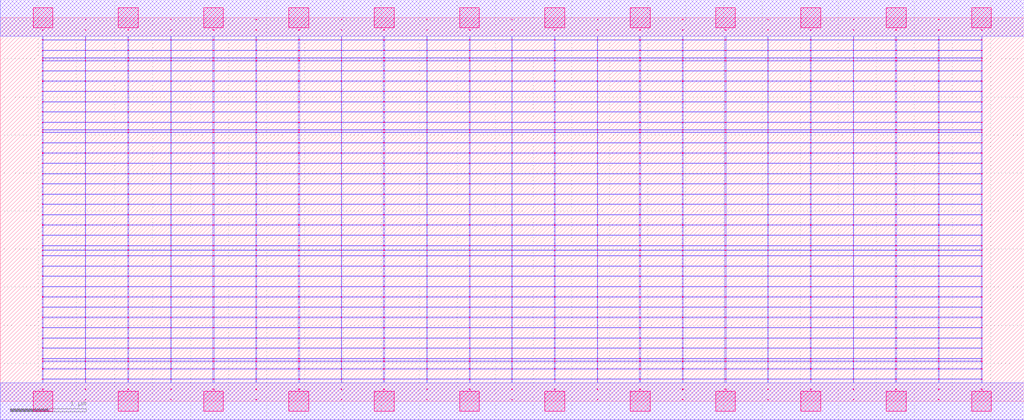
<source format=lef>
MACRO AAOOOAI22132_DEBUG
 CLASS CORE ;
 FOREIGN AAOOOAI22132_DEBUG 0 0 ;
 SIZE 13.44 BY 5.04 ;
 ORIGIN 0 0 ;
 SYMMETRY X Y R90 ;
 SITE unit ;

 OBS
    LAYER polycont ;
     RECT 6.71600000 2.58300000 6.72400000 2.59100000 ;
     RECT 6.71600000 2.71800000 6.72400000 2.72600000 ;
     RECT 6.71600000 2.85300000 6.72400000 2.86100000 ;
     RECT 6.71600000 2.98800000 6.72400000 2.99600000 ;
     RECT 6.71600000 3.12300000 6.72400000 3.13100000 ;
     RECT 6.71600000 3.25800000 6.72400000 3.26600000 ;
     RECT 6.71600000 3.39300000 6.72400000 3.40100000 ;
     RECT 6.71600000 3.52800000 6.72400000 3.53600000 ;
     RECT 6.71600000 3.56100000 6.72400000 3.56900000 ;
     RECT 6.71600000 3.66300000 6.72400000 3.67100000 ;
     RECT 6.71600000 3.79800000 6.72400000 3.80600000 ;
     RECT 6.71600000 3.93300000 6.72400000 3.94100000 ;
     RECT 6.71600000 4.06800000 6.72400000 4.07600000 ;
     RECT 6.71600000 4.20300000 6.72400000 4.21100000 ;
     RECT 6.71600000 4.33800000 6.72400000 4.34600000 ;
     RECT 6.71600000 4.47300000 6.72400000 4.48100000 ;
     RECT 6.71600000 4.51100000 6.72400000 4.51900000 ;
     RECT 6.71600000 4.60800000 6.72400000 4.61600000 ;
     RECT 6.71600000 4.74300000 6.72400000 4.75100000 ;
     RECT 6.71600000 4.87800000 6.72400000 4.88600000 ;
     RECT 11.19600000 2.71800000 11.20400000 2.72600000 ;
     RECT 11.75100000 2.71800000 11.76900000 2.72600000 ;
     RECT 12.31600000 2.71800000 12.32400000 2.72600000 ;
     RECT 12.87600000 2.71800000 12.88900000 2.72600000 ;
     RECT 7.83600000 2.58300000 7.84400000 2.59100000 ;
     RECT 7.27100000 2.85300000 7.28400000 2.86100000 ;
     RECT 7.83600000 2.85300000 7.84400000 2.86100000 ;
     RECT 8.39100000 2.85300000 8.40900000 2.86100000 ;
     RECT 8.95600000 2.85300000 8.96400000 2.86100000 ;
     RECT 9.51100000 2.85300000 9.52900000 2.86100000 ;
     RECT 10.07600000 2.85300000 10.08400000 2.86100000 ;
     RECT 10.63100000 2.85300000 10.64900000 2.86100000 ;
     RECT 11.19600000 2.85300000 11.20400000 2.86100000 ;
     RECT 11.75100000 2.85300000 11.76900000 2.86100000 ;
     RECT 12.31600000 2.85300000 12.32400000 2.86100000 ;
     RECT 12.87600000 2.85300000 12.88900000 2.86100000 ;
     RECT 8.39100000 2.58300000 8.40900000 2.59100000 ;
     RECT 7.27100000 2.98800000 7.28400000 2.99600000 ;
     RECT 7.83600000 2.98800000 7.84400000 2.99600000 ;
     RECT 8.39100000 2.98800000 8.40900000 2.99600000 ;
     RECT 8.95600000 2.98800000 8.96400000 2.99600000 ;
     RECT 9.51100000 2.98800000 9.52900000 2.99600000 ;
     RECT 10.07600000 2.98800000 10.08400000 2.99600000 ;
     RECT 10.63100000 2.98800000 10.64900000 2.99600000 ;
     RECT 11.19600000 2.98800000 11.20400000 2.99600000 ;
     RECT 11.75100000 2.98800000 11.76900000 2.99600000 ;
     RECT 12.31600000 2.98800000 12.32400000 2.99600000 ;
     RECT 12.87600000 2.98800000 12.88900000 2.99600000 ;
     RECT 8.95600000 2.58300000 8.96400000 2.59100000 ;
     RECT 9.51100000 2.58300000 9.52900000 2.59100000 ;
     RECT 10.07600000 2.58300000 10.08400000 2.59100000 ;
     RECT 10.63100000 2.58300000 10.64900000 2.59100000 ;
     RECT 11.19600000 2.58300000 11.20400000 2.59100000 ;
     RECT 11.75100000 2.58300000 11.76900000 2.59100000 ;
     RECT 12.31600000 2.58300000 12.32400000 2.59100000 ;
     RECT 12.87600000 2.58300000 12.88900000 2.59100000 ;
     RECT 7.27100000 2.58300000 7.28400000 2.59100000 ;
     RECT 7.27100000 2.71800000 7.28400000 2.72600000 ;
     RECT 7.83600000 2.71800000 7.84400000 2.72600000 ;
     RECT 8.39100000 2.71800000 8.40900000 2.72600000 ;
     RECT 8.95600000 2.71800000 8.96400000 2.72600000 ;
     RECT 9.51100000 2.71800000 9.52900000 2.72600000 ;
     RECT 10.07600000 2.71800000 10.08400000 2.72600000 ;
     RECT 10.63100000 2.71800000 10.64900000 2.72600000 ;
     RECT 5.03100000 2.71800000 5.04900000 2.72600000 ;
     RECT 5.59600000 2.71800000 5.60400000 2.72600000 ;
     RECT 6.15600000 2.71800000 6.16900000 2.72600000 ;
     RECT 1.11600000 2.58300000 1.12400000 2.59100000 ;
     RECT 1.67100000 2.58300000 1.68900000 2.59100000 ;
     RECT 0.55100000 2.98800000 0.56400000 2.99600000 ;
     RECT 1.11600000 2.98800000 1.12400000 2.99600000 ;
     RECT 1.67100000 2.98800000 1.68900000 2.99600000 ;
     RECT 2.23600000 2.98800000 2.24400000 2.99600000 ;
     RECT 2.79100000 2.98800000 2.80900000 2.99600000 ;
     RECT 3.35600000 2.98800000 3.36400000 2.99600000 ;
     RECT 3.91100000 2.98800000 3.92900000 2.99600000 ;
     RECT 4.47600000 2.98800000 4.48400000 2.99600000 ;
     RECT 5.03100000 2.98800000 5.04900000 2.99600000 ;
     RECT 5.59600000 2.98800000 5.60400000 2.99600000 ;
     RECT 6.15600000 2.98800000 6.16900000 2.99600000 ;
     RECT 2.23600000 2.58300000 2.24400000 2.59100000 ;
     RECT 2.79100000 2.58300000 2.80900000 2.59100000 ;
     RECT 3.35600000 2.58300000 3.36400000 2.59100000 ;
     RECT 3.91100000 2.58300000 3.92900000 2.59100000 ;
     RECT 4.47600000 2.58300000 4.48400000 2.59100000 ;
     RECT 5.03100000 2.58300000 5.04900000 2.59100000 ;
     RECT 5.59600000 2.58300000 5.60400000 2.59100000 ;
     RECT 6.15600000 2.58300000 6.16900000 2.59100000 ;
     RECT 0.55100000 2.58300000 0.56400000 2.59100000 ;
     RECT 0.55100000 2.71800000 0.56400000 2.72600000 ;
     RECT 0.55100000 2.85300000 0.56400000 2.86100000 ;
     RECT 1.11600000 2.85300000 1.12400000 2.86100000 ;
     RECT 1.67100000 2.85300000 1.68900000 2.86100000 ;
     RECT 2.23600000 2.85300000 2.24400000 2.86100000 ;
     RECT 2.79100000 2.85300000 2.80900000 2.86100000 ;
     RECT 3.35600000 2.85300000 3.36400000 2.86100000 ;
     RECT 3.91100000 2.85300000 3.92900000 2.86100000 ;
     RECT 4.47600000 2.85300000 4.48400000 2.86100000 ;
     RECT 5.03100000 2.85300000 5.04900000 2.86100000 ;
     RECT 5.59600000 2.85300000 5.60400000 2.86100000 ;
     RECT 6.15600000 2.85300000 6.16900000 2.86100000 ;
     RECT 1.11600000 2.71800000 1.12400000 2.72600000 ;
     RECT 1.67100000 2.71800000 1.68900000 2.72600000 ;
     RECT 2.23600000 2.71800000 2.24400000 2.72600000 ;
     RECT 2.79100000 2.71800000 2.80900000 2.72600000 ;
     RECT 3.35600000 2.71800000 3.36400000 2.72600000 ;
     RECT 3.91100000 2.71800000 3.92900000 2.72600000 ;
     RECT 4.47600000 2.71800000 4.48400000 2.72600000 ;
     RECT 8.95600000 1.09800000 8.96400000 1.10600000 ;
     RECT 8.95600000 1.23300000 8.96400000 1.24100000 ;
     RECT 8.95600000 1.36800000 8.96400000 1.37600000 ;
     RECT 8.95600000 1.50300000 8.96400000 1.51100000 ;
     RECT 8.95600000 1.63800000 8.96400000 1.64600000 ;
     RECT 8.95600000 1.77300000 8.96400000 1.78100000 ;
     RECT 8.95600000 1.90800000 8.96400000 1.91600000 ;
     RECT 8.95600000 1.98100000 8.96400000 1.98900000 ;
     RECT 8.95600000 2.04300000 8.96400000 2.05100000 ;
     RECT 8.95600000 2.17800000 8.96400000 2.18600000 ;
     RECT 8.95600000 2.31300000 8.96400000 2.32100000 ;
     RECT 8.95600000 2.44800000 8.96400000 2.45600000 ;
     RECT 8.95600000 0.15300000 8.96400000 0.16100000 ;
     RECT 8.95600000 0.28800000 8.96400000 0.29600000 ;
     RECT 8.95600000 0.42300000 8.96400000 0.43100000 ;
     RECT 8.95600000 0.52100000 8.96400000 0.52900000 ;
     RECT 8.95600000 0.55800000 8.96400000 0.56600000 ;
     RECT 8.95600000 0.69300000 8.96400000 0.70100000 ;
     RECT 8.95600000 0.82800000 8.96400000 0.83600000 ;
     RECT 8.95600000 0.96300000 8.96400000 0.97100000 ;

    LAYER pdiffc ;
     RECT 0.55100000 3.39300000 0.55900000 3.40100000 ;
     RECT 6.16100000 3.39300000 6.16900000 3.40100000 ;
     RECT 7.27100000 3.39300000 7.27900000 3.40100000 ;
     RECT 12.88100000 3.39300000 12.88900000 3.40100000 ;
     RECT 0.55100000 3.52800000 0.55900000 3.53600000 ;
     RECT 6.16100000 3.52800000 6.16900000 3.53600000 ;
     RECT 7.27100000 3.52800000 7.27900000 3.53600000 ;
     RECT 12.88100000 3.52800000 12.88900000 3.53600000 ;
     RECT 0.55100000 3.56100000 0.55900000 3.56900000 ;
     RECT 6.16100000 3.56100000 6.16900000 3.56900000 ;
     RECT 7.27100000 3.56100000 7.27900000 3.56900000 ;
     RECT 12.88100000 3.56100000 12.88900000 3.56900000 ;
     RECT 0.55100000 3.66300000 0.55900000 3.67100000 ;
     RECT 6.16100000 3.66300000 6.16900000 3.67100000 ;
     RECT 7.27100000 3.66300000 7.27900000 3.67100000 ;
     RECT 12.88100000 3.66300000 12.88900000 3.67100000 ;
     RECT 0.55100000 3.79800000 0.55900000 3.80600000 ;
     RECT 6.16100000 3.79800000 6.16900000 3.80600000 ;
     RECT 7.27100000 3.79800000 7.27900000 3.80600000 ;
     RECT 12.88100000 3.79800000 12.88900000 3.80600000 ;
     RECT 0.55100000 3.93300000 0.55900000 3.94100000 ;
     RECT 6.16100000 3.93300000 6.16900000 3.94100000 ;
     RECT 7.27100000 3.93300000 7.27900000 3.94100000 ;
     RECT 12.88100000 3.93300000 12.88900000 3.94100000 ;
     RECT 0.55100000 4.06800000 0.55900000 4.07600000 ;
     RECT 6.16100000 4.06800000 6.16900000 4.07600000 ;
     RECT 7.27100000 4.06800000 7.27900000 4.07600000 ;
     RECT 12.88100000 4.06800000 12.88900000 4.07600000 ;
     RECT 0.55100000 4.20300000 0.55900000 4.21100000 ;
     RECT 6.16100000 4.20300000 6.16900000 4.21100000 ;
     RECT 7.27100000 4.20300000 7.27900000 4.21100000 ;
     RECT 12.88100000 4.20300000 12.88900000 4.21100000 ;
     RECT 0.55100000 4.33800000 0.55900000 4.34600000 ;
     RECT 6.16100000 4.33800000 6.16900000 4.34600000 ;
     RECT 7.27100000 4.33800000 7.27900000 4.34600000 ;
     RECT 12.88100000 4.33800000 12.88900000 4.34600000 ;
     RECT 0.55100000 4.47300000 0.55900000 4.48100000 ;
     RECT 6.16100000 4.47300000 6.16900000 4.48100000 ;
     RECT 7.27100000 4.47300000 7.27900000 4.48100000 ;
     RECT 12.88100000 4.47300000 12.88900000 4.48100000 ;
     RECT 0.55100000 4.51100000 0.55900000 4.51900000 ;
     RECT 6.16100000 4.51100000 6.16900000 4.51900000 ;
     RECT 7.27100000 4.51100000 7.27900000 4.51900000 ;
     RECT 12.88100000 4.51100000 12.88900000 4.51900000 ;
     RECT 0.55100000 4.60800000 0.55900000 4.61600000 ;
     RECT 6.16100000 4.60800000 6.16900000 4.61600000 ;
     RECT 7.27100000 4.60800000 7.27900000 4.61600000 ;
     RECT 12.88100000 4.60800000 12.88900000 4.61600000 ;

    LAYER ndiffc ;
     RECT 7.27100000 0.42300000 7.28400000 0.43100000 ;
     RECT 8.39100000 0.42300000 8.40900000 0.43100000 ;
     RECT 9.51100000 0.42300000 9.52900000 0.43100000 ;
     RECT 10.63100000 0.42300000 10.64900000 0.43100000 ;
     RECT 11.75100000 0.42300000 11.76900000 0.43100000 ;
     RECT 12.87600000 0.42300000 12.88900000 0.43100000 ;
     RECT 7.27100000 0.52100000 7.28400000 0.52900000 ;
     RECT 8.39100000 0.52100000 8.40900000 0.52900000 ;
     RECT 9.51100000 0.52100000 9.52900000 0.52900000 ;
     RECT 10.63100000 0.52100000 10.64900000 0.52900000 ;
     RECT 11.75100000 0.52100000 11.76900000 0.52900000 ;
     RECT 12.87600000 0.52100000 12.88900000 0.52900000 ;
     RECT 7.27100000 0.55800000 7.28400000 0.56600000 ;
     RECT 8.39100000 0.55800000 8.40900000 0.56600000 ;
     RECT 9.51100000 0.55800000 9.52900000 0.56600000 ;
     RECT 10.63100000 0.55800000 10.64900000 0.56600000 ;
     RECT 11.75100000 0.55800000 11.76900000 0.56600000 ;
     RECT 12.87600000 0.55800000 12.88900000 0.56600000 ;
     RECT 7.27100000 0.69300000 7.28400000 0.70100000 ;
     RECT 8.39100000 0.69300000 8.40900000 0.70100000 ;
     RECT 9.51100000 0.69300000 9.52900000 0.70100000 ;
     RECT 10.63100000 0.69300000 10.64900000 0.70100000 ;
     RECT 11.75100000 0.69300000 11.76900000 0.70100000 ;
     RECT 12.87600000 0.69300000 12.88900000 0.70100000 ;
     RECT 7.27100000 0.82800000 7.28400000 0.83600000 ;
     RECT 8.39100000 0.82800000 8.40900000 0.83600000 ;
     RECT 9.51100000 0.82800000 9.52900000 0.83600000 ;
     RECT 10.63100000 0.82800000 10.64900000 0.83600000 ;
     RECT 11.75100000 0.82800000 11.76900000 0.83600000 ;
     RECT 12.87600000 0.82800000 12.88900000 0.83600000 ;
     RECT 7.27100000 0.96300000 7.28400000 0.97100000 ;
     RECT 8.39100000 0.96300000 8.40900000 0.97100000 ;
     RECT 9.51100000 0.96300000 9.52900000 0.97100000 ;
     RECT 10.63100000 0.96300000 10.64900000 0.97100000 ;
     RECT 11.75100000 0.96300000 11.76900000 0.97100000 ;
     RECT 12.87600000 0.96300000 12.88900000 0.97100000 ;
     RECT 7.27100000 1.09800000 7.28400000 1.10600000 ;
     RECT 8.39100000 1.09800000 8.40900000 1.10600000 ;
     RECT 9.51100000 1.09800000 9.52900000 1.10600000 ;
     RECT 10.63100000 1.09800000 10.64900000 1.10600000 ;
     RECT 11.75100000 1.09800000 11.76900000 1.10600000 ;
     RECT 12.87600000 1.09800000 12.88900000 1.10600000 ;
     RECT 7.27100000 1.23300000 7.28400000 1.24100000 ;
     RECT 8.39100000 1.23300000 8.40900000 1.24100000 ;
     RECT 9.51100000 1.23300000 9.52900000 1.24100000 ;
     RECT 10.63100000 1.23300000 10.64900000 1.24100000 ;
     RECT 11.75100000 1.23300000 11.76900000 1.24100000 ;
     RECT 12.87600000 1.23300000 12.88900000 1.24100000 ;
     RECT 7.27100000 1.36800000 7.28400000 1.37600000 ;
     RECT 8.39100000 1.36800000 8.40900000 1.37600000 ;
     RECT 9.51100000 1.36800000 9.52900000 1.37600000 ;
     RECT 10.63100000 1.36800000 10.64900000 1.37600000 ;
     RECT 11.75100000 1.36800000 11.76900000 1.37600000 ;
     RECT 12.87600000 1.36800000 12.88900000 1.37600000 ;
     RECT 7.27100000 1.50300000 7.28400000 1.51100000 ;
     RECT 8.39100000 1.50300000 8.40900000 1.51100000 ;
     RECT 9.51100000 1.50300000 9.52900000 1.51100000 ;
     RECT 10.63100000 1.50300000 10.64900000 1.51100000 ;
     RECT 11.75100000 1.50300000 11.76900000 1.51100000 ;
     RECT 12.87600000 1.50300000 12.88900000 1.51100000 ;
     RECT 7.27100000 1.63800000 7.28400000 1.64600000 ;
     RECT 8.39100000 1.63800000 8.40900000 1.64600000 ;
     RECT 9.51100000 1.63800000 9.52900000 1.64600000 ;
     RECT 10.63100000 1.63800000 10.64900000 1.64600000 ;
     RECT 11.75100000 1.63800000 11.76900000 1.64600000 ;
     RECT 12.87600000 1.63800000 12.88900000 1.64600000 ;
     RECT 7.27100000 1.77300000 7.28400000 1.78100000 ;
     RECT 8.39100000 1.77300000 8.40900000 1.78100000 ;
     RECT 9.51100000 1.77300000 9.52900000 1.78100000 ;
     RECT 10.63100000 1.77300000 10.64900000 1.78100000 ;
     RECT 11.75100000 1.77300000 11.76900000 1.78100000 ;
     RECT 12.87600000 1.77300000 12.88900000 1.78100000 ;
     RECT 7.27100000 1.90800000 7.28400000 1.91600000 ;
     RECT 8.39100000 1.90800000 8.40900000 1.91600000 ;
     RECT 9.51100000 1.90800000 9.52900000 1.91600000 ;
     RECT 10.63100000 1.90800000 10.64900000 1.91600000 ;
     RECT 11.75100000 1.90800000 11.76900000 1.91600000 ;
     RECT 12.87600000 1.90800000 12.88900000 1.91600000 ;
     RECT 7.27100000 1.98100000 7.28400000 1.98900000 ;
     RECT 8.39100000 1.98100000 8.40900000 1.98900000 ;
     RECT 9.51100000 1.98100000 9.52900000 1.98900000 ;
     RECT 10.63100000 1.98100000 10.64900000 1.98900000 ;
     RECT 11.75100000 1.98100000 11.76900000 1.98900000 ;
     RECT 12.87600000 1.98100000 12.88900000 1.98900000 ;
     RECT 7.27100000 2.04300000 7.28400000 2.05100000 ;
     RECT 8.39100000 2.04300000 8.40900000 2.05100000 ;
     RECT 9.51100000 2.04300000 9.52900000 2.05100000 ;
     RECT 10.63100000 2.04300000 10.64900000 2.05100000 ;
     RECT 11.75100000 2.04300000 11.76900000 2.05100000 ;
     RECT 12.87600000 2.04300000 12.88900000 2.05100000 ;
     RECT 0.55100000 0.42300000 0.56400000 0.43100000 ;
     RECT 1.67100000 0.42300000 1.68900000 0.43100000 ;
     RECT 2.79100000 0.42300000 2.80900000 0.43100000 ;
     RECT 3.91100000 0.42300000 3.92900000 0.43100000 ;
     RECT 5.03100000 0.42300000 5.04900000 0.43100000 ;
     RECT 6.15600000 0.42300000 6.16900000 0.43100000 ;
     RECT 0.55100000 1.36800000 0.56400000 1.37600000 ;
     RECT 1.67100000 1.36800000 1.68900000 1.37600000 ;
     RECT 2.79100000 1.36800000 2.80900000 1.37600000 ;
     RECT 3.91100000 1.36800000 3.92900000 1.37600000 ;
     RECT 5.03100000 1.36800000 5.04900000 1.37600000 ;
     RECT 6.15600000 1.36800000 6.16900000 1.37600000 ;
     RECT 0.55100000 0.82800000 0.56400000 0.83600000 ;
     RECT 1.67100000 0.82800000 1.68900000 0.83600000 ;
     RECT 2.79100000 0.82800000 2.80900000 0.83600000 ;
     RECT 3.91100000 0.82800000 3.92900000 0.83600000 ;
     RECT 5.03100000 0.82800000 5.04900000 0.83600000 ;
     RECT 6.15600000 0.82800000 6.16900000 0.83600000 ;
     RECT 0.55100000 1.50300000 0.56400000 1.51100000 ;
     RECT 1.67100000 1.50300000 1.68900000 1.51100000 ;
     RECT 2.79100000 1.50300000 2.80900000 1.51100000 ;
     RECT 3.91100000 1.50300000 3.92900000 1.51100000 ;
     RECT 5.03100000 1.50300000 5.04900000 1.51100000 ;
     RECT 6.15600000 1.50300000 6.16900000 1.51100000 ;
     RECT 0.55100000 0.55800000 0.56400000 0.56600000 ;
     RECT 1.67100000 0.55800000 1.68900000 0.56600000 ;
     RECT 2.79100000 0.55800000 2.80900000 0.56600000 ;
     RECT 3.91100000 0.55800000 3.92900000 0.56600000 ;
     RECT 5.03100000 0.55800000 5.04900000 0.56600000 ;
     RECT 6.15600000 0.55800000 6.16900000 0.56600000 ;
     RECT 0.55100000 1.63800000 0.56400000 1.64600000 ;
     RECT 1.67100000 1.63800000 1.68900000 1.64600000 ;
     RECT 2.79100000 1.63800000 2.80900000 1.64600000 ;
     RECT 3.91100000 1.63800000 3.92900000 1.64600000 ;
     RECT 5.03100000 1.63800000 5.04900000 1.64600000 ;
     RECT 6.15600000 1.63800000 6.16900000 1.64600000 ;
     RECT 0.55100000 0.96300000 0.56400000 0.97100000 ;
     RECT 1.67100000 0.96300000 1.68900000 0.97100000 ;
     RECT 2.79100000 0.96300000 2.80900000 0.97100000 ;
     RECT 3.91100000 0.96300000 3.92900000 0.97100000 ;
     RECT 5.03100000 0.96300000 5.04900000 0.97100000 ;
     RECT 6.15600000 0.96300000 6.16900000 0.97100000 ;
     RECT 0.55100000 1.77300000 0.56400000 1.78100000 ;
     RECT 1.67100000 1.77300000 1.68900000 1.78100000 ;
     RECT 2.79100000 1.77300000 2.80900000 1.78100000 ;
     RECT 3.91100000 1.77300000 3.92900000 1.78100000 ;
     RECT 5.03100000 1.77300000 5.04900000 1.78100000 ;
     RECT 6.15600000 1.77300000 6.16900000 1.78100000 ;
     RECT 0.55100000 0.52100000 0.56400000 0.52900000 ;
     RECT 1.67100000 0.52100000 1.68900000 0.52900000 ;
     RECT 2.79100000 0.52100000 2.80900000 0.52900000 ;
     RECT 3.91100000 0.52100000 3.92900000 0.52900000 ;
     RECT 5.03100000 0.52100000 5.04900000 0.52900000 ;
     RECT 6.15600000 0.52100000 6.16900000 0.52900000 ;
     RECT 0.55100000 1.90800000 0.56400000 1.91600000 ;
     RECT 1.67100000 1.90800000 1.68900000 1.91600000 ;
     RECT 2.79100000 1.90800000 2.80900000 1.91600000 ;
     RECT 3.91100000 1.90800000 3.92900000 1.91600000 ;
     RECT 5.03100000 1.90800000 5.04900000 1.91600000 ;
     RECT 6.15600000 1.90800000 6.16900000 1.91600000 ;
     RECT 0.55100000 1.09800000 0.56400000 1.10600000 ;
     RECT 1.67100000 1.09800000 1.68900000 1.10600000 ;
     RECT 2.79100000 1.09800000 2.80900000 1.10600000 ;
     RECT 3.91100000 1.09800000 3.92900000 1.10600000 ;
     RECT 5.03100000 1.09800000 5.04900000 1.10600000 ;
     RECT 6.15600000 1.09800000 6.16900000 1.10600000 ;
     RECT 0.55100000 1.98100000 0.56400000 1.98900000 ;
     RECT 1.67100000 1.98100000 1.68900000 1.98900000 ;
     RECT 2.79100000 1.98100000 2.80900000 1.98900000 ;
     RECT 3.91100000 1.98100000 3.92900000 1.98900000 ;
     RECT 5.03100000 1.98100000 5.04900000 1.98900000 ;
     RECT 6.15600000 1.98100000 6.16900000 1.98900000 ;
     RECT 0.55100000 0.69300000 0.56400000 0.70100000 ;
     RECT 1.67100000 0.69300000 1.68900000 0.70100000 ;
     RECT 2.79100000 0.69300000 2.80900000 0.70100000 ;
     RECT 3.91100000 0.69300000 3.92900000 0.70100000 ;
     RECT 5.03100000 0.69300000 5.04900000 0.70100000 ;
     RECT 6.15600000 0.69300000 6.16900000 0.70100000 ;
     RECT 0.55100000 2.04300000 0.56400000 2.05100000 ;
     RECT 1.67100000 2.04300000 1.68900000 2.05100000 ;
     RECT 2.79100000 2.04300000 2.80900000 2.05100000 ;
     RECT 3.91100000 2.04300000 3.92900000 2.05100000 ;
     RECT 5.03100000 2.04300000 5.04900000 2.05100000 ;
     RECT 6.15600000 2.04300000 6.16900000 2.05100000 ;
     RECT 0.55100000 1.23300000 0.56400000 1.24100000 ;
     RECT 1.67100000 1.23300000 1.68900000 1.24100000 ;
     RECT 2.79100000 1.23300000 2.80900000 1.24100000 ;
     RECT 3.91100000 1.23300000 3.92900000 1.24100000 ;
     RECT 5.03100000 1.23300000 5.04900000 1.24100000 ;
     RECT 6.15600000 1.23300000 6.16900000 1.24100000 ;

    LAYER met1 ;
     RECT 0.00000000 -0.24000000 13.44000000 0.24000000 ;
     RECT 6.71600000 0.24000000 6.72400000 0.28800000 ;
     RECT 0.55100000 0.28800000 12.88900000 0.29600000 ;
     RECT 6.71600000 0.29600000 6.72400000 0.42300000 ;
     RECT 0.55100000 0.42300000 12.88900000 0.43100000 ;
     RECT 6.71600000 0.43100000 6.72400000 0.52100000 ;
     RECT 0.55100000 0.52100000 12.88900000 0.52900000 ;
     RECT 6.71600000 0.52900000 6.72400000 0.55800000 ;
     RECT 0.55100000 0.55800000 12.88900000 0.56600000 ;
     RECT 6.71600000 0.56600000 6.72400000 0.69300000 ;
     RECT 0.55100000 0.69300000 12.88900000 0.70100000 ;
     RECT 6.71600000 0.70100000 6.72400000 0.82800000 ;
     RECT 0.55100000 0.82800000 12.88900000 0.83600000 ;
     RECT 6.71600000 0.83600000 6.72400000 0.96300000 ;
     RECT 0.55100000 0.96300000 12.88900000 0.97100000 ;
     RECT 6.71600000 0.97100000 6.72400000 1.09800000 ;
     RECT 0.55100000 1.09800000 12.88900000 1.10600000 ;
     RECT 6.71600000 1.10600000 6.72400000 1.23300000 ;
     RECT 0.55100000 1.23300000 12.88900000 1.24100000 ;
     RECT 6.71600000 1.24100000 6.72400000 1.36800000 ;
     RECT 0.55100000 1.36800000 12.88900000 1.37600000 ;
     RECT 6.71600000 1.37600000 6.72400000 1.50300000 ;
     RECT 0.55100000 1.50300000 12.88900000 1.51100000 ;
     RECT 6.71600000 1.51100000 6.72400000 1.63800000 ;
     RECT 0.55100000 1.63800000 12.88900000 1.64600000 ;
     RECT 6.71600000 1.64600000 6.72400000 1.77300000 ;
     RECT 0.55100000 1.77300000 12.88900000 1.78100000 ;
     RECT 6.71600000 1.78100000 6.72400000 1.90800000 ;
     RECT 0.55100000 1.90800000 12.88900000 1.91600000 ;
     RECT 6.71600000 1.91600000 6.72400000 1.98100000 ;
     RECT 0.55100000 1.98100000 12.88900000 1.98900000 ;
     RECT 6.71600000 1.98900000 6.72400000 2.04300000 ;
     RECT 0.55100000 2.04300000 12.88900000 2.05100000 ;
     RECT 6.71600000 2.05100000 6.72400000 2.17800000 ;
     RECT 0.55100000 2.17800000 12.88900000 2.18600000 ;
     RECT 6.71600000 2.18600000 6.72400000 2.31300000 ;
     RECT 0.55100000 2.31300000 12.88900000 2.32100000 ;
     RECT 6.71600000 2.32100000 6.72400000 2.44800000 ;
     RECT 0.55100000 2.44800000 12.88900000 2.45600000 ;
     RECT 0.55100000 2.45600000 0.56400000 2.58300000 ;
     RECT 1.11600000 2.45600000 1.12400000 2.58300000 ;
     RECT 1.67100000 2.45600000 1.68900000 2.58300000 ;
     RECT 2.23600000 2.45600000 2.24400000 2.58300000 ;
     RECT 2.79100000 2.45600000 2.80900000 2.58300000 ;
     RECT 3.35600000 2.45600000 3.36400000 2.58300000 ;
     RECT 3.91100000 2.45600000 3.92900000 2.58300000 ;
     RECT 4.47600000 2.45600000 4.48400000 2.58300000 ;
     RECT 5.03100000 2.45600000 5.04900000 2.58300000 ;
     RECT 5.59600000 2.45600000 5.60400000 2.58300000 ;
     RECT 6.15600000 2.45600000 6.16900000 2.58300000 ;
     RECT 6.71600000 2.45600000 6.72400000 2.58300000 ;
     RECT 7.27100000 2.45600000 7.28400000 2.58300000 ;
     RECT 7.83600000 2.45600000 7.84400000 2.58300000 ;
     RECT 8.39100000 2.45600000 8.40900000 2.58300000 ;
     RECT 8.95600000 2.45600000 8.96400000 2.58300000 ;
     RECT 9.51100000 2.45600000 9.52900000 2.58300000 ;
     RECT 10.07600000 2.45600000 10.08400000 2.58300000 ;
     RECT 10.63100000 2.45600000 10.64900000 2.58300000 ;
     RECT 11.19600000 2.45600000 11.20400000 2.58300000 ;
     RECT 11.75100000 2.45600000 11.76900000 2.58300000 ;
     RECT 12.31600000 2.45600000 12.32400000 2.58300000 ;
     RECT 12.87600000 2.45600000 12.88900000 2.58300000 ;
     RECT 0.55100000 2.58300000 12.88900000 2.59100000 ;
     RECT 6.71600000 2.59100000 6.72400000 2.71800000 ;
     RECT 0.55100000 2.71800000 12.88900000 2.72600000 ;
     RECT 6.71600000 2.72600000 6.72400000 2.85300000 ;
     RECT 0.55100000 2.85300000 12.88900000 2.86100000 ;
     RECT 6.71600000 2.86100000 6.72400000 2.98800000 ;
     RECT 0.55100000 2.98800000 12.88900000 2.99600000 ;
     RECT 6.71600000 2.99600000 6.72400000 3.12300000 ;
     RECT 0.55100000 3.12300000 12.88900000 3.13100000 ;
     RECT 6.71600000 3.13100000 6.72400000 3.25800000 ;
     RECT 0.55100000 3.25800000 12.88900000 3.26600000 ;
     RECT 6.71600000 3.26600000 6.72400000 3.39300000 ;
     RECT 0.55100000 3.39300000 12.88900000 3.40100000 ;
     RECT 6.71600000 3.40100000 6.72400000 3.52800000 ;
     RECT 0.55100000 3.52800000 12.88900000 3.53600000 ;
     RECT 6.71600000 3.53600000 6.72400000 3.56100000 ;
     RECT 0.55100000 3.56100000 12.88900000 3.56900000 ;
     RECT 6.71600000 3.56900000 6.72400000 3.66300000 ;
     RECT 0.55100000 3.66300000 12.88900000 3.67100000 ;
     RECT 6.71600000 3.67100000 6.72400000 3.79800000 ;
     RECT 0.55100000 3.79800000 12.88900000 3.80600000 ;
     RECT 6.71600000 3.80600000 6.72400000 3.93300000 ;
     RECT 0.55100000 3.93300000 12.88900000 3.94100000 ;
     RECT 6.71600000 3.94100000 6.72400000 4.06800000 ;
     RECT 0.55100000 4.06800000 12.88900000 4.07600000 ;
     RECT 6.71600000 4.07600000 6.72400000 4.20300000 ;
     RECT 0.55100000 4.20300000 12.88900000 4.21100000 ;
     RECT 6.71600000 4.21100000 6.72400000 4.33800000 ;
     RECT 0.55100000 4.33800000 12.88900000 4.34600000 ;
     RECT 6.71600000 4.34600000 6.72400000 4.47300000 ;
     RECT 0.55100000 4.47300000 12.88900000 4.48100000 ;
     RECT 6.71600000 4.48100000 6.72400000 4.51100000 ;
     RECT 0.55100000 4.51100000 12.88900000 4.51900000 ;
     RECT 6.71600000 4.51900000 6.72400000 4.60800000 ;
     RECT 0.55100000 4.60800000 12.88900000 4.61600000 ;
     RECT 6.71600000 4.61600000 6.72400000 4.74300000 ;
     RECT 0.55100000 4.74300000 12.88900000 4.75100000 ;
     RECT 6.71600000 4.75100000 6.72400000 4.80000000 ;
     RECT 0.00000000 4.80000000 13.44000000 5.28000000 ;
     RECT 10.07600000 2.59100000 10.08400000 2.71800000 ;
     RECT 10.07600000 2.99600000 10.08400000 3.12300000 ;
     RECT 10.07600000 3.13100000 10.08400000 3.25800000 ;
     RECT 10.07600000 3.26600000 10.08400000 3.39300000 ;
     RECT 10.07600000 3.40100000 10.08400000 3.52800000 ;
     RECT 10.07600000 3.53600000 10.08400000 3.56100000 ;
     RECT 10.07600000 3.56900000 10.08400000 3.66300000 ;
     RECT 10.07600000 3.67100000 10.08400000 3.79800000 ;
     RECT 10.07600000 2.72600000 10.08400000 2.85300000 ;
     RECT 7.27100000 3.80600000 7.28400000 3.93300000 ;
     RECT 7.83600000 3.80600000 7.84400000 3.93300000 ;
     RECT 8.39100000 3.80600000 8.40900000 3.93300000 ;
     RECT 8.95600000 3.80600000 8.96400000 3.93300000 ;
     RECT 9.51100000 3.80600000 9.52900000 3.93300000 ;
     RECT 10.07600000 3.80600000 10.08400000 3.93300000 ;
     RECT 10.63100000 3.80600000 10.64900000 3.93300000 ;
     RECT 11.19600000 3.80600000 11.20400000 3.93300000 ;
     RECT 11.75100000 3.80600000 11.76900000 3.93300000 ;
     RECT 12.31600000 3.80600000 12.32400000 3.93300000 ;
     RECT 12.87600000 3.80600000 12.88900000 3.93300000 ;
     RECT 10.07600000 3.94100000 10.08400000 4.06800000 ;
     RECT 10.07600000 4.07600000 10.08400000 4.20300000 ;
     RECT 10.07600000 4.21100000 10.08400000 4.33800000 ;
     RECT 10.07600000 4.34600000 10.08400000 4.47300000 ;
     RECT 10.07600000 4.48100000 10.08400000 4.51100000 ;
     RECT 10.07600000 2.86100000 10.08400000 2.98800000 ;
     RECT 10.07600000 4.51900000 10.08400000 4.60800000 ;
     RECT 10.07600000 4.61600000 10.08400000 4.74300000 ;
     RECT 10.07600000 4.75100000 10.08400000 4.80000000 ;
     RECT 11.75100000 4.07600000 11.76900000 4.20300000 ;
     RECT 12.31600000 4.07600000 12.32400000 4.20300000 ;
     RECT 12.87600000 4.07600000 12.88900000 4.20300000 ;
     RECT 11.19600000 3.94100000 11.20400000 4.06800000 ;
     RECT 10.63100000 4.21100000 10.64900000 4.33800000 ;
     RECT 11.19600000 4.21100000 11.20400000 4.33800000 ;
     RECT 11.75100000 4.21100000 11.76900000 4.33800000 ;
     RECT 12.31600000 4.21100000 12.32400000 4.33800000 ;
     RECT 12.87600000 4.21100000 12.88900000 4.33800000 ;
     RECT 11.75100000 3.94100000 11.76900000 4.06800000 ;
     RECT 10.63100000 4.34600000 10.64900000 4.47300000 ;
     RECT 11.19600000 4.34600000 11.20400000 4.47300000 ;
     RECT 11.75100000 4.34600000 11.76900000 4.47300000 ;
     RECT 12.31600000 4.34600000 12.32400000 4.47300000 ;
     RECT 12.87600000 4.34600000 12.88900000 4.47300000 ;
     RECT 12.31600000 3.94100000 12.32400000 4.06800000 ;
     RECT 10.63100000 4.48100000 10.64900000 4.51100000 ;
     RECT 11.19600000 4.48100000 11.20400000 4.51100000 ;
     RECT 11.75100000 4.48100000 11.76900000 4.51100000 ;
     RECT 12.31600000 4.48100000 12.32400000 4.51100000 ;
     RECT 12.87600000 4.48100000 12.88900000 4.51100000 ;
     RECT 12.87600000 3.94100000 12.88900000 4.06800000 ;
     RECT 10.63100000 3.94100000 10.64900000 4.06800000 ;
     RECT 10.63100000 4.51900000 10.64900000 4.60800000 ;
     RECT 11.19600000 4.51900000 11.20400000 4.60800000 ;
     RECT 11.75100000 4.51900000 11.76900000 4.60800000 ;
     RECT 12.31600000 4.51900000 12.32400000 4.60800000 ;
     RECT 12.87600000 4.51900000 12.88900000 4.60800000 ;
     RECT 10.63100000 4.07600000 10.64900000 4.20300000 ;
     RECT 10.63100000 4.61600000 10.64900000 4.74300000 ;
     RECT 11.19600000 4.61600000 11.20400000 4.74300000 ;
     RECT 11.75100000 4.61600000 11.76900000 4.74300000 ;
     RECT 12.31600000 4.61600000 12.32400000 4.74300000 ;
     RECT 12.87600000 4.61600000 12.88900000 4.74300000 ;
     RECT 11.19600000 4.07600000 11.20400000 4.20300000 ;
     RECT 10.63100000 4.75100000 10.64900000 4.80000000 ;
     RECT 11.19600000 4.75100000 11.20400000 4.80000000 ;
     RECT 11.75100000 4.75100000 11.76900000 4.80000000 ;
     RECT 12.31600000 4.75100000 12.32400000 4.80000000 ;
     RECT 12.87600000 4.75100000 12.88900000 4.80000000 ;
     RECT 8.39100000 4.21100000 8.40900000 4.33800000 ;
     RECT 8.95600000 4.21100000 8.96400000 4.33800000 ;
     RECT 9.51100000 4.21100000 9.52900000 4.33800000 ;
     RECT 7.83600000 4.07600000 7.84400000 4.20300000 ;
     RECT 8.39100000 4.07600000 8.40900000 4.20300000 ;
     RECT 8.95600000 4.07600000 8.96400000 4.20300000 ;
     RECT 9.51100000 4.07600000 9.52900000 4.20300000 ;
     RECT 7.27100000 4.51900000 7.28400000 4.60800000 ;
     RECT 7.83600000 4.51900000 7.84400000 4.60800000 ;
     RECT 8.39100000 4.51900000 8.40900000 4.60800000 ;
     RECT 8.95600000 4.51900000 8.96400000 4.60800000 ;
     RECT 9.51100000 4.51900000 9.52900000 4.60800000 ;
     RECT 7.83600000 3.94100000 7.84400000 4.06800000 ;
     RECT 8.39100000 3.94100000 8.40900000 4.06800000 ;
     RECT 7.27100000 4.34600000 7.28400000 4.47300000 ;
     RECT 7.83600000 4.34600000 7.84400000 4.47300000 ;
     RECT 8.39100000 4.34600000 8.40900000 4.47300000 ;
     RECT 8.95600000 4.34600000 8.96400000 4.47300000 ;
     RECT 7.27100000 4.61600000 7.28400000 4.74300000 ;
     RECT 7.83600000 4.61600000 7.84400000 4.74300000 ;
     RECT 8.39100000 4.61600000 8.40900000 4.74300000 ;
     RECT 8.95600000 4.61600000 8.96400000 4.74300000 ;
     RECT 9.51100000 4.61600000 9.52900000 4.74300000 ;
     RECT 9.51100000 4.34600000 9.52900000 4.47300000 ;
     RECT 8.95600000 3.94100000 8.96400000 4.06800000 ;
     RECT 9.51100000 3.94100000 9.52900000 4.06800000 ;
     RECT 7.27100000 3.94100000 7.28400000 4.06800000 ;
     RECT 7.27100000 4.07600000 7.28400000 4.20300000 ;
     RECT 7.27100000 4.21100000 7.28400000 4.33800000 ;
     RECT 7.27100000 4.75100000 7.28400000 4.80000000 ;
     RECT 7.83600000 4.75100000 7.84400000 4.80000000 ;
     RECT 8.39100000 4.75100000 8.40900000 4.80000000 ;
     RECT 8.95600000 4.75100000 8.96400000 4.80000000 ;
     RECT 9.51100000 4.75100000 9.52900000 4.80000000 ;
     RECT 7.83600000 4.21100000 7.84400000 4.33800000 ;
     RECT 7.27100000 4.48100000 7.28400000 4.51100000 ;
     RECT 7.83600000 4.48100000 7.84400000 4.51100000 ;
     RECT 8.39100000 4.48100000 8.40900000 4.51100000 ;
     RECT 8.95600000 4.48100000 8.96400000 4.51100000 ;
     RECT 9.51100000 4.48100000 9.52900000 4.51100000 ;
     RECT 7.83600000 2.99600000 7.84400000 3.12300000 ;
     RECT 7.27100000 2.59100000 7.28400000 2.71800000 ;
     RECT 8.39100000 2.86100000 8.40900000 2.98800000 ;
     RECT 8.95600000 2.86100000 8.96400000 2.98800000 ;
     RECT 7.27100000 3.40100000 7.28400000 3.52800000 ;
     RECT 7.83600000 3.40100000 7.84400000 3.52800000 ;
     RECT 8.39100000 3.40100000 8.40900000 3.52800000 ;
     RECT 8.95600000 3.40100000 8.96400000 3.52800000 ;
     RECT 9.51100000 3.40100000 9.52900000 3.52800000 ;
     RECT 8.39100000 2.99600000 8.40900000 3.12300000 ;
     RECT 7.83600000 2.59100000 7.84400000 2.71800000 ;
     RECT 7.27100000 2.72600000 7.28400000 2.85300000 ;
     RECT 7.27100000 3.53600000 7.28400000 3.56100000 ;
     RECT 7.83600000 3.53600000 7.84400000 3.56100000 ;
     RECT 8.39100000 3.53600000 8.40900000 3.56100000 ;
     RECT 9.51100000 2.86100000 9.52900000 2.98800000 ;
     RECT 8.95600000 3.53600000 8.96400000 3.56100000 ;
     RECT 9.51100000 3.53600000 9.52900000 3.56100000 ;
     RECT 8.95600000 2.99600000 8.96400000 3.12300000 ;
     RECT 7.83600000 2.72600000 7.84400000 2.85300000 ;
     RECT 8.39100000 2.72600000 8.40900000 2.85300000 ;
     RECT 7.27100000 3.56900000 7.28400000 3.66300000 ;
     RECT 7.83600000 3.56900000 7.84400000 3.66300000 ;
     RECT 8.39100000 3.56900000 8.40900000 3.66300000 ;
     RECT 8.95600000 3.56900000 8.96400000 3.66300000 ;
     RECT 9.51100000 3.56900000 9.52900000 3.66300000 ;
     RECT 8.39100000 2.59100000 8.40900000 2.71800000 ;
     RECT 8.95600000 2.59100000 8.96400000 2.71800000 ;
     RECT 9.51100000 2.99600000 9.52900000 3.12300000 ;
     RECT 8.95600000 2.72600000 8.96400000 2.85300000 ;
     RECT 9.51100000 2.72600000 9.52900000 2.85300000 ;
     RECT 7.27100000 3.67100000 7.28400000 3.79800000 ;
     RECT 7.83600000 3.67100000 7.84400000 3.79800000 ;
     RECT 8.39100000 3.67100000 8.40900000 3.79800000 ;
     RECT 8.95600000 3.67100000 8.96400000 3.79800000 ;
     RECT 9.51100000 3.67100000 9.52900000 3.79800000 ;
     RECT 9.51100000 2.59100000 9.52900000 2.71800000 ;
     RECT 7.27100000 3.13100000 7.28400000 3.25800000 ;
     RECT 7.83600000 3.13100000 7.84400000 3.25800000 ;
     RECT 7.27100000 2.86100000 7.28400000 2.98800000 ;
     RECT 7.83600000 2.86100000 7.84400000 2.98800000 ;
     RECT 8.39100000 3.13100000 8.40900000 3.25800000 ;
     RECT 8.95600000 3.13100000 8.96400000 3.25800000 ;
     RECT 9.51100000 3.13100000 9.52900000 3.25800000 ;
     RECT 7.27100000 2.99600000 7.28400000 3.12300000 ;
     RECT 7.27100000 3.26600000 7.28400000 3.39300000 ;
     RECT 7.83600000 3.26600000 7.84400000 3.39300000 ;
     RECT 8.39100000 3.26600000 8.40900000 3.39300000 ;
     RECT 8.95600000 3.26600000 8.96400000 3.39300000 ;
     RECT 9.51100000 3.26600000 9.52900000 3.39300000 ;
     RECT 10.63100000 3.13100000 10.64900000 3.25800000 ;
     RECT 11.19600000 3.13100000 11.20400000 3.25800000 ;
     RECT 10.63100000 3.56900000 10.64900000 3.66300000 ;
     RECT 12.31600000 2.72600000 12.32400000 2.85300000 ;
     RECT 12.87600000 2.72600000 12.88900000 2.85300000 ;
     RECT 11.19600000 3.56900000 11.20400000 3.66300000 ;
     RECT 11.75100000 3.56900000 11.76900000 3.66300000 ;
     RECT 12.31600000 3.56900000 12.32400000 3.66300000 ;
     RECT 12.87600000 3.56900000 12.88900000 3.66300000 ;
     RECT 11.75100000 3.13100000 11.76900000 3.25800000 ;
     RECT 12.31600000 3.13100000 12.32400000 3.25800000 ;
     RECT 12.87600000 3.13100000 12.88900000 3.25800000 ;
     RECT 11.75100000 2.59100000 11.76900000 2.71800000 ;
     RECT 10.63100000 3.40100000 10.64900000 3.52800000 ;
     RECT 11.19600000 3.40100000 11.20400000 3.52800000 ;
     RECT 11.75100000 3.40100000 11.76900000 3.52800000 ;
     RECT 12.31600000 3.40100000 12.32400000 3.52800000 ;
     RECT 10.63100000 3.67100000 10.64900000 3.79800000 ;
     RECT 11.19600000 3.67100000 11.20400000 3.79800000 ;
     RECT 11.75100000 3.67100000 11.76900000 3.79800000 ;
     RECT 12.31600000 3.67100000 12.32400000 3.79800000 ;
     RECT 12.87600000 3.67100000 12.88900000 3.79800000 ;
     RECT 12.87600000 3.40100000 12.88900000 3.52800000 ;
     RECT 10.63100000 2.86100000 10.64900000 2.98800000 ;
     RECT 11.19600000 2.86100000 11.20400000 2.98800000 ;
     RECT 10.63100000 2.72600000 10.64900000 2.85300000 ;
     RECT 12.31600000 2.59100000 12.32400000 2.71800000 ;
     RECT 11.19600000 2.59100000 11.20400000 2.71800000 ;
     RECT 10.63100000 2.99600000 10.64900000 3.12300000 ;
     RECT 11.19600000 2.99600000 11.20400000 3.12300000 ;
     RECT 11.75100000 2.99600000 11.76900000 3.12300000 ;
     RECT 12.31600000 2.99600000 12.32400000 3.12300000 ;
     RECT 12.87600000 2.99600000 12.88900000 3.12300000 ;
     RECT 10.63100000 3.26600000 10.64900000 3.39300000 ;
     RECT 10.63100000 3.53600000 10.64900000 3.56100000 ;
     RECT 11.19600000 3.53600000 11.20400000 3.56100000 ;
     RECT 11.75100000 2.86100000 11.76900000 2.98800000 ;
     RECT 12.31600000 2.86100000 12.32400000 2.98800000 ;
     RECT 11.75100000 3.53600000 11.76900000 3.56100000 ;
     RECT 11.19600000 2.72600000 11.20400000 2.85300000 ;
     RECT 11.75100000 2.72600000 11.76900000 2.85300000 ;
     RECT 12.31600000 3.53600000 12.32400000 3.56100000 ;
     RECT 12.87600000 3.53600000 12.88900000 3.56100000 ;
     RECT 11.19600000 3.26600000 11.20400000 3.39300000 ;
     RECT 11.75100000 3.26600000 11.76900000 3.39300000 ;
     RECT 12.31600000 3.26600000 12.32400000 3.39300000 ;
     RECT 12.87600000 3.26600000 12.88900000 3.39300000 ;
     RECT 12.87600000 2.59100000 12.88900000 2.71800000 ;
     RECT 10.63100000 2.59100000 10.64900000 2.71800000 ;
     RECT 12.87600000 2.86100000 12.88900000 2.98800000 ;
     RECT 4.47600000 3.80600000 4.48400000 3.93300000 ;
     RECT 5.03100000 3.80600000 5.04900000 3.93300000 ;
     RECT 5.59600000 3.80600000 5.60400000 3.93300000 ;
     RECT 6.15600000 3.80600000 6.16900000 3.93300000 ;
     RECT 3.35600000 2.59100000 3.36400000 2.71800000 ;
     RECT 3.35600000 3.94100000 3.36400000 4.06800000 ;
     RECT 3.35600000 2.99600000 3.36400000 3.12300000 ;
     RECT 3.35600000 3.40100000 3.36400000 3.52800000 ;
     RECT 3.35600000 4.07600000 3.36400000 4.20300000 ;
     RECT 3.35600000 4.21100000 3.36400000 4.33800000 ;
     RECT 3.35600000 3.53600000 3.36400000 3.56100000 ;
     RECT 3.35600000 4.34600000 3.36400000 4.47300000 ;
     RECT 3.35600000 3.13100000 3.36400000 3.25800000 ;
     RECT 3.35600000 4.48100000 3.36400000 4.51100000 ;
     RECT 3.35600000 3.56900000 3.36400000 3.66300000 ;
     RECT 3.35600000 2.86100000 3.36400000 2.98800000 ;
     RECT 3.35600000 4.51900000 3.36400000 4.60800000 ;
     RECT 3.35600000 4.61600000 3.36400000 4.74300000 ;
     RECT 3.35600000 3.67100000 3.36400000 3.79800000 ;
     RECT 3.35600000 2.72600000 3.36400000 2.85300000 ;
     RECT 3.35600000 4.75100000 3.36400000 4.80000000 ;
     RECT 3.35600000 3.26600000 3.36400000 3.39300000 ;
     RECT 0.55100000 3.80600000 0.56400000 3.93300000 ;
     RECT 1.11600000 3.80600000 1.12400000 3.93300000 ;
     RECT 1.67100000 3.80600000 1.68900000 3.93300000 ;
     RECT 2.23600000 3.80600000 2.24400000 3.93300000 ;
     RECT 2.79100000 3.80600000 2.80900000 3.93300000 ;
     RECT 3.35600000 3.80600000 3.36400000 3.93300000 ;
     RECT 3.91100000 3.80600000 3.92900000 3.93300000 ;
     RECT 5.03100000 4.34600000 5.04900000 4.47300000 ;
     RECT 5.59600000 4.34600000 5.60400000 4.47300000 ;
     RECT 6.15600000 4.34600000 6.16900000 4.47300000 ;
     RECT 4.47600000 3.94100000 4.48400000 4.06800000 ;
     RECT 5.03100000 3.94100000 5.04900000 4.06800000 ;
     RECT 3.91100000 4.48100000 3.92900000 4.51100000 ;
     RECT 4.47600000 4.48100000 4.48400000 4.51100000 ;
     RECT 5.03100000 4.48100000 5.04900000 4.51100000 ;
     RECT 5.59600000 4.48100000 5.60400000 4.51100000 ;
     RECT 6.15600000 4.48100000 6.16900000 4.51100000 ;
     RECT 3.91100000 4.07600000 3.92900000 4.20300000 ;
     RECT 4.47600000 4.07600000 4.48400000 4.20300000 ;
     RECT 5.03100000 4.07600000 5.04900000 4.20300000 ;
     RECT 3.91100000 4.51900000 3.92900000 4.60800000 ;
     RECT 4.47600000 4.51900000 4.48400000 4.60800000 ;
     RECT 5.03100000 4.51900000 5.04900000 4.60800000 ;
     RECT 5.59600000 4.51900000 5.60400000 4.60800000 ;
     RECT 6.15600000 4.51900000 6.16900000 4.60800000 ;
     RECT 5.59600000 4.07600000 5.60400000 4.20300000 ;
     RECT 3.91100000 4.61600000 3.92900000 4.74300000 ;
     RECT 4.47600000 4.61600000 4.48400000 4.74300000 ;
     RECT 5.03100000 4.61600000 5.04900000 4.74300000 ;
     RECT 5.59600000 4.61600000 5.60400000 4.74300000 ;
     RECT 6.15600000 4.61600000 6.16900000 4.74300000 ;
     RECT 6.15600000 4.07600000 6.16900000 4.20300000 ;
     RECT 5.59600000 3.94100000 5.60400000 4.06800000 ;
     RECT 3.91100000 4.21100000 3.92900000 4.33800000 ;
     RECT 3.91100000 4.75100000 3.92900000 4.80000000 ;
     RECT 4.47600000 4.75100000 4.48400000 4.80000000 ;
     RECT 5.03100000 4.75100000 5.04900000 4.80000000 ;
     RECT 5.59600000 4.75100000 5.60400000 4.80000000 ;
     RECT 6.15600000 4.75100000 6.16900000 4.80000000 ;
     RECT 4.47600000 4.21100000 4.48400000 4.33800000 ;
     RECT 5.03100000 4.21100000 5.04900000 4.33800000 ;
     RECT 5.59600000 4.21100000 5.60400000 4.33800000 ;
     RECT 6.15600000 4.21100000 6.16900000 4.33800000 ;
     RECT 6.15600000 3.94100000 6.16900000 4.06800000 ;
     RECT 3.91100000 3.94100000 3.92900000 4.06800000 ;
     RECT 3.91100000 4.34600000 3.92900000 4.47300000 ;
     RECT 4.47600000 4.34600000 4.48400000 4.47300000 ;
     RECT 2.23600000 4.51900000 2.24400000 4.60800000 ;
     RECT 2.79100000 4.51900000 2.80900000 4.60800000 ;
     RECT 0.55100000 4.34600000 0.56400000 4.47300000 ;
     RECT 1.11600000 4.34600000 1.12400000 4.47300000 ;
     RECT 1.67100000 4.34600000 1.68900000 4.47300000 ;
     RECT 2.23600000 4.34600000 2.24400000 4.47300000 ;
     RECT 2.79100000 4.34600000 2.80900000 4.47300000 ;
     RECT 1.11600000 3.94100000 1.12400000 4.06800000 ;
     RECT 0.55100000 4.61600000 0.56400000 4.74300000 ;
     RECT 1.11600000 4.61600000 1.12400000 4.74300000 ;
     RECT 1.67100000 4.61600000 1.68900000 4.74300000 ;
     RECT 2.23600000 4.61600000 2.24400000 4.74300000 ;
     RECT 2.79100000 4.61600000 2.80900000 4.74300000 ;
     RECT 1.67100000 3.94100000 1.68900000 4.06800000 ;
     RECT 0.55100000 4.07600000 0.56400000 4.20300000 ;
     RECT 0.55100000 4.21100000 0.56400000 4.33800000 ;
     RECT 1.11600000 4.21100000 1.12400000 4.33800000 ;
     RECT 1.67100000 4.21100000 1.68900000 4.33800000 ;
     RECT 2.23600000 4.21100000 2.24400000 4.33800000 ;
     RECT 0.55100000 4.48100000 0.56400000 4.51100000 ;
     RECT 1.11600000 4.48100000 1.12400000 4.51100000 ;
     RECT 0.55100000 4.75100000 0.56400000 4.80000000 ;
     RECT 1.11600000 4.75100000 1.12400000 4.80000000 ;
     RECT 1.67100000 4.75100000 1.68900000 4.80000000 ;
     RECT 2.23600000 4.75100000 2.24400000 4.80000000 ;
     RECT 2.79100000 4.75100000 2.80900000 4.80000000 ;
     RECT 1.67100000 4.48100000 1.68900000 4.51100000 ;
     RECT 2.23600000 4.48100000 2.24400000 4.51100000 ;
     RECT 2.79100000 4.48100000 2.80900000 4.51100000 ;
     RECT 2.79100000 4.21100000 2.80900000 4.33800000 ;
     RECT 1.11600000 4.07600000 1.12400000 4.20300000 ;
     RECT 1.67100000 4.07600000 1.68900000 4.20300000 ;
     RECT 2.23600000 4.07600000 2.24400000 4.20300000 ;
     RECT 2.79100000 4.07600000 2.80900000 4.20300000 ;
     RECT 2.23600000 3.94100000 2.24400000 4.06800000 ;
     RECT 2.79100000 3.94100000 2.80900000 4.06800000 ;
     RECT 0.55100000 3.94100000 0.56400000 4.06800000 ;
     RECT 0.55100000 4.51900000 0.56400000 4.60800000 ;
     RECT 1.11600000 4.51900000 1.12400000 4.60800000 ;
     RECT 1.67100000 4.51900000 1.68900000 4.60800000 ;
     RECT 1.67100000 2.99600000 1.68900000 3.12300000 ;
     RECT 2.23600000 2.99600000 2.24400000 3.12300000 ;
     RECT 2.79100000 2.99600000 2.80900000 3.12300000 ;
     RECT 2.23600000 2.59100000 2.24400000 2.71800000 ;
     RECT 1.67100000 2.86100000 1.68900000 2.98800000 ;
     RECT 1.67100000 2.72600000 1.68900000 2.85300000 ;
     RECT 2.23600000 2.72600000 2.24400000 2.85300000 ;
     RECT 2.79100000 2.72600000 2.80900000 2.85300000 ;
     RECT 0.55100000 3.67100000 0.56400000 3.79800000 ;
     RECT 1.11600000 3.67100000 1.12400000 3.79800000 ;
     RECT 1.67100000 3.67100000 1.68900000 3.79800000 ;
     RECT 2.23600000 3.67100000 2.24400000 3.79800000 ;
     RECT 2.79100000 3.67100000 2.80900000 3.79800000 ;
     RECT 2.23600000 2.86100000 2.24400000 2.98800000 ;
     RECT 0.55100000 3.13100000 0.56400000 3.25800000 ;
     RECT 1.11600000 3.13100000 1.12400000 3.25800000 ;
     RECT 1.67100000 3.13100000 1.68900000 3.25800000 ;
     RECT 2.23600000 3.13100000 2.24400000 3.25800000 ;
     RECT 2.79100000 3.13100000 2.80900000 3.25800000 ;
     RECT 2.79100000 2.59100000 2.80900000 2.71800000 ;
     RECT 0.55100000 3.56900000 0.56400000 3.66300000 ;
     RECT 1.11600000 3.56900000 1.12400000 3.66300000 ;
     RECT 1.67100000 3.56900000 1.68900000 3.66300000 ;
     RECT 1.67100000 2.59100000 1.68900000 2.71800000 ;
     RECT 0.55100000 2.99600000 0.56400000 3.12300000 ;
     RECT 0.55100000 3.40100000 0.56400000 3.52800000 ;
     RECT 0.55100000 3.26600000 0.56400000 3.39300000 ;
     RECT 1.11600000 3.26600000 1.12400000 3.39300000 ;
     RECT 1.67100000 3.26600000 1.68900000 3.39300000 ;
     RECT 2.23600000 3.26600000 2.24400000 3.39300000 ;
     RECT 1.11600000 3.40100000 1.12400000 3.52800000 ;
     RECT 1.11600000 3.53600000 1.12400000 3.56100000 ;
     RECT 1.67100000 3.53600000 1.68900000 3.56100000 ;
     RECT 2.23600000 3.53600000 2.24400000 3.56100000 ;
     RECT 2.79100000 3.53600000 2.80900000 3.56100000 ;
     RECT 1.67100000 3.40100000 1.68900000 3.52800000 ;
     RECT 1.11600000 2.72600000 1.12400000 2.85300000 ;
     RECT 0.55100000 2.86100000 0.56400000 2.98800000 ;
     RECT 2.23600000 3.56900000 2.24400000 3.66300000 ;
     RECT 2.79100000 3.56900000 2.80900000 3.66300000 ;
     RECT 1.11600000 2.86100000 1.12400000 2.98800000 ;
     RECT 2.79100000 3.26600000 2.80900000 3.39300000 ;
     RECT 2.79100000 2.86100000 2.80900000 2.98800000 ;
     RECT 2.23600000 3.40100000 2.24400000 3.52800000 ;
     RECT 0.55100000 2.59100000 0.56400000 2.71800000 ;
     RECT 1.11600000 2.59100000 1.12400000 2.71800000 ;
     RECT 0.55100000 2.72600000 0.56400000 2.85300000 ;
     RECT 0.55100000 3.53600000 0.56400000 3.56100000 ;
     RECT 2.79100000 3.40100000 2.80900000 3.52800000 ;
     RECT 1.11600000 2.99600000 1.12400000 3.12300000 ;
     RECT 6.15600000 2.72600000 6.16900000 2.85300000 ;
     RECT 4.47600000 2.99600000 4.48400000 3.12300000 ;
     RECT 5.03100000 2.99600000 5.04900000 3.12300000 ;
     RECT 5.59600000 2.99600000 5.60400000 3.12300000 ;
     RECT 6.15600000 2.99600000 6.16900000 3.12300000 ;
     RECT 3.91100000 2.59100000 3.92900000 2.71800000 ;
     RECT 4.47600000 2.59100000 4.48400000 2.71800000 ;
     RECT 3.91100000 3.56900000 3.92900000 3.66300000 ;
     RECT 4.47600000 3.56900000 4.48400000 3.66300000 ;
     RECT 5.03100000 3.56900000 5.04900000 3.66300000 ;
     RECT 5.59600000 3.56900000 5.60400000 3.66300000 ;
     RECT 6.15600000 3.56900000 6.16900000 3.66300000 ;
     RECT 5.03100000 3.13100000 5.04900000 3.25800000 ;
     RECT 5.59600000 3.13100000 5.60400000 3.25800000 ;
     RECT 3.91100000 3.67100000 3.92900000 3.79800000 ;
     RECT 4.47600000 3.67100000 4.48400000 3.79800000 ;
     RECT 5.03100000 3.67100000 5.04900000 3.79800000 ;
     RECT 5.59600000 3.67100000 5.60400000 3.79800000 ;
     RECT 6.15600000 3.67100000 6.16900000 3.79800000 ;
     RECT 6.15600000 3.13100000 6.16900000 3.25800000 ;
     RECT 3.91100000 2.72600000 3.92900000 2.85300000 ;
     RECT 4.47600000 2.72600000 4.48400000 2.85300000 ;
     RECT 5.03100000 2.59100000 5.04900000 2.71800000 ;
     RECT 5.59600000 2.59100000 5.60400000 2.71800000 ;
     RECT 6.15600000 2.59100000 6.16900000 2.71800000 ;
     RECT 6.15600000 3.26600000 6.16900000 3.39300000 ;
     RECT 3.91100000 3.53600000 3.92900000 3.56100000 ;
     RECT 4.47600000 3.53600000 4.48400000 3.56100000 ;
     RECT 5.03100000 3.53600000 5.04900000 3.56100000 ;
     RECT 3.91100000 3.13100000 3.92900000 3.25800000 ;
     RECT 4.47600000 3.13100000 4.48400000 3.25800000 ;
     RECT 5.59600000 3.53600000 5.60400000 3.56100000 ;
     RECT 6.15600000 3.53600000 6.16900000 3.56100000 ;
     RECT 5.03100000 2.72600000 5.04900000 2.85300000 ;
     RECT 5.59600000 2.72600000 5.60400000 2.85300000 ;
     RECT 3.91100000 2.86100000 3.92900000 2.98800000 ;
     RECT 4.47600000 2.86100000 4.48400000 2.98800000 ;
     RECT 5.03100000 2.86100000 5.04900000 2.98800000 ;
     RECT 5.59600000 2.86100000 5.60400000 2.98800000 ;
     RECT 3.91100000 3.26600000 3.92900000 3.39300000 ;
     RECT 4.47600000 3.26600000 4.48400000 3.39300000 ;
     RECT 5.03100000 3.26600000 5.04900000 3.39300000 ;
     RECT 5.59600000 3.26600000 5.60400000 3.39300000 ;
     RECT 6.15600000 2.86100000 6.16900000 2.98800000 ;
     RECT 3.91100000 3.40100000 3.92900000 3.52800000 ;
     RECT 4.47600000 3.40100000 4.48400000 3.52800000 ;
     RECT 5.03100000 3.40100000 5.04900000 3.52800000 ;
     RECT 5.59600000 3.40100000 5.60400000 3.52800000 ;
     RECT 6.15600000 3.40100000 6.16900000 3.52800000 ;
     RECT 3.91100000 2.99600000 3.92900000 3.12300000 ;
     RECT 0.55100000 1.10600000 0.56400000 1.23300000 ;
     RECT 1.11600000 1.10600000 1.12400000 1.23300000 ;
     RECT 1.67100000 1.10600000 1.68900000 1.23300000 ;
     RECT 2.23600000 1.10600000 2.24400000 1.23300000 ;
     RECT 2.79100000 1.10600000 2.80900000 1.23300000 ;
     RECT 3.35600000 1.10600000 3.36400000 1.23300000 ;
     RECT 3.91100000 1.10600000 3.92900000 1.23300000 ;
     RECT 4.47600000 1.10600000 4.48400000 1.23300000 ;
     RECT 5.03100000 1.10600000 5.04900000 1.23300000 ;
     RECT 5.59600000 1.10600000 5.60400000 1.23300000 ;
     RECT 6.15600000 1.10600000 6.16900000 1.23300000 ;
     RECT 3.35600000 1.24100000 3.36400000 1.36800000 ;
     RECT 3.35600000 0.29600000 3.36400000 0.42300000 ;
     RECT 3.35600000 1.37600000 3.36400000 1.50300000 ;
     RECT 3.35600000 1.51100000 3.36400000 1.63800000 ;
     RECT 3.35600000 1.64600000 3.36400000 1.77300000 ;
     RECT 3.35600000 1.78100000 3.36400000 1.90800000 ;
     RECT 3.35600000 1.91600000 3.36400000 1.98100000 ;
     RECT 3.35600000 1.98900000 3.36400000 2.04300000 ;
     RECT 3.35600000 0.43100000 3.36400000 0.52100000 ;
     RECT 3.35600000 2.05100000 3.36400000 2.17800000 ;
     RECT 3.35600000 2.18600000 3.36400000 2.31300000 ;
     RECT 3.35600000 2.32100000 3.36400000 2.44800000 ;
     RECT 3.35600000 0.24000000 3.36400000 0.28800000 ;
     RECT 3.35600000 0.52900000 3.36400000 0.55800000 ;
     RECT 3.35600000 0.56600000 3.36400000 0.69300000 ;
     RECT 3.35600000 0.70100000 3.36400000 0.82800000 ;
     RECT 3.35600000 0.83600000 3.36400000 0.96300000 ;
     RECT 3.35600000 0.97100000 3.36400000 1.09800000 ;
     RECT 6.15600000 1.51100000 6.16900000 1.63800000 ;
     RECT 5.59600000 1.24100000 5.60400000 1.36800000 ;
     RECT 3.91100000 1.64600000 3.92900000 1.77300000 ;
     RECT 4.47600000 1.64600000 4.48400000 1.77300000 ;
     RECT 5.03100000 1.64600000 5.04900000 1.77300000 ;
     RECT 5.59600000 1.64600000 5.60400000 1.77300000 ;
     RECT 6.15600000 1.64600000 6.16900000 1.77300000 ;
     RECT 6.15600000 1.24100000 6.16900000 1.36800000 ;
     RECT 3.91100000 1.78100000 3.92900000 1.90800000 ;
     RECT 4.47600000 1.78100000 4.48400000 1.90800000 ;
     RECT 5.03100000 1.78100000 5.04900000 1.90800000 ;
     RECT 5.59600000 1.78100000 5.60400000 1.90800000 ;
     RECT 6.15600000 1.78100000 6.16900000 1.90800000 ;
     RECT 3.91100000 1.24100000 3.92900000 1.36800000 ;
     RECT 3.91100000 1.91600000 3.92900000 1.98100000 ;
     RECT 4.47600000 1.91600000 4.48400000 1.98100000 ;
     RECT 5.03100000 1.91600000 5.04900000 1.98100000 ;
     RECT 5.59600000 1.91600000 5.60400000 1.98100000 ;
     RECT 6.15600000 1.91600000 6.16900000 1.98100000 ;
     RECT 4.47600000 1.24100000 4.48400000 1.36800000 ;
     RECT 3.91100000 1.98900000 3.92900000 2.04300000 ;
     RECT 4.47600000 1.98900000 4.48400000 2.04300000 ;
     RECT 5.03100000 1.98900000 5.04900000 2.04300000 ;
     RECT 5.59600000 1.98900000 5.60400000 2.04300000 ;
     RECT 6.15600000 1.98900000 6.16900000 2.04300000 ;
     RECT 3.91100000 1.37600000 3.92900000 1.50300000 ;
     RECT 4.47600000 1.37600000 4.48400000 1.50300000 ;
     RECT 3.91100000 2.05100000 3.92900000 2.17800000 ;
     RECT 4.47600000 2.05100000 4.48400000 2.17800000 ;
     RECT 5.03100000 2.05100000 5.04900000 2.17800000 ;
     RECT 5.59600000 2.05100000 5.60400000 2.17800000 ;
     RECT 6.15600000 2.05100000 6.16900000 2.17800000 ;
     RECT 5.03100000 1.37600000 5.04900000 1.50300000 ;
     RECT 3.91100000 2.18600000 3.92900000 2.31300000 ;
     RECT 4.47600000 2.18600000 4.48400000 2.31300000 ;
     RECT 5.03100000 2.18600000 5.04900000 2.31300000 ;
     RECT 5.59600000 2.18600000 5.60400000 2.31300000 ;
     RECT 6.15600000 2.18600000 6.16900000 2.31300000 ;
     RECT 5.59600000 1.37600000 5.60400000 1.50300000 ;
     RECT 3.91100000 2.32100000 3.92900000 2.44800000 ;
     RECT 4.47600000 2.32100000 4.48400000 2.44800000 ;
     RECT 5.03100000 2.32100000 5.04900000 2.44800000 ;
     RECT 5.59600000 2.32100000 5.60400000 2.44800000 ;
     RECT 6.15600000 2.32100000 6.16900000 2.44800000 ;
     RECT 6.15600000 1.37600000 6.16900000 1.50300000 ;
     RECT 5.03100000 1.24100000 5.04900000 1.36800000 ;
     RECT 3.91100000 1.51100000 3.92900000 1.63800000 ;
     RECT 4.47600000 1.51100000 4.48400000 1.63800000 ;
     RECT 5.03100000 1.51100000 5.04900000 1.63800000 ;
     RECT 5.59600000 1.51100000 5.60400000 1.63800000 ;
     RECT 1.11600000 1.98900000 1.12400000 2.04300000 ;
     RECT 1.67100000 1.98900000 1.68900000 2.04300000 ;
     RECT 2.23600000 1.98900000 2.24400000 2.04300000 ;
     RECT 2.79100000 1.98900000 2.80900000 2.04300000 ;
     RECT 2.23600000 1.64600000 2.24400000 1.77300000 ;
     RECT 2.79100000 1.64600000 2.80900000 1.77300000 ;
     RECT 2.79100000 1.24100000 2.80900000 1.36800000 ;
     RECT 0.55100000 1.24100000 0.56400000 1.36800000 ;
     RECT 1.11600000 1.24100000 1.12400000 1.36800000 ;
     RECT 0.55100000 1.37600000 0.56400000 1.50300000 ;
     RECT 0.55100000 1.51100000 0.56400000 1.63800000 ;
     RECT 0.55100000 2.05100000 0.56400000 2.17800000 ;
     RECT 1.11600000 2.05100000 1.12400000 2.17800000 ;
     RECT 1.67100000 2.05100000 1.68900000 2.17800000 ;
     RECT 2.23600000 2.05100000 2.24400000 2.17800000 ;
     RECT 2.79100000 2.05100000 2.80900000 2.17800000 ;
     RECT 1.11600000 1.51100000 1.12400000 1.63800000 ;
     RECT 0.55100000 1.78100000 0.56400000 1.90800000 ;
     RECT 1.11600000 1.78100000 1.12400000 1.90800000 ;
     RECT 1.67100000 1.78100000 1.68900000 1.90800000 ;
     RECT 2.23600000 1.78100000 2.24400000 1.90800000 ;
     RECT 2.79100000 1.78100000 2.80900000 1.90800000 ;
     RECT 0.55100000 2.18600000 0.56400000 2.31300000 ;
     RECT 1.11600000 2.18600000 1.12400000 2.31300000 ;
     RECT 1.67100000 2.18600000 1.68900000 2.31300000 ;
     RECT 2.23600000 2.18600000 2.24400000 2.31300000 ;
     RECT 2.79100000 2.18600000 2.80900000 2.31300000 ;
     RECT 1.67100000 1.51100000 1.68900000 1.63800000 ;
     RECT 2.23600000 1.51100000 2.24400000 1.63800000 ;
     RECT 2.79100000 1.51100000 2.80900000 1.63800000 ;
     RECT 1.11600000 1.37600000 1.12400000 1.50300000 ;
     RECT 1.67100000 1.37600000 1.68900000 1.50300000 ;
     RECT 2.23600000 1.37600000 2.24400000 1.50300000 ;
     RECT 0.55100000 2.32100000 0.56400000 2.44800000 ;
     RECT 1.11600000 2.32100000 1.12400000 2.44800000 ;
     RECT 1.67100000 2.32100000 1.68900000 2.44800000 ;
     RECT 2.23600000 2.32100000 2.24400000 2.44800000 ;
     RECT 2.79100000 2.32100000 2.80900000 2.44800000 ;
     RECT 0.55100000 1.91600000 0.56400000 1.98100000 ;
     RECT 1.11600000 1.91600000 1.12400000 1.98100000 ;
     RECT 1.67100000 1.91600000 1.68900000 1.98100000 ;
     RECT 2.23600000 1.91600000 2.24400000 1.98100000 ;
     RECT 2.79100000 1.91600000 2.80900000 1.98100000 ;
     RECT 2.79100000 1.37600000 2.80900000 1.50300000 ;
     RECT 1.67100000 1.24100000 1.68900000 1.36800000 ;
     RECT 2.23600000 1.24100000 2.24400000 1.36800000 ;
     RECT 0.55100000 1.64600000 0.56400000 1.77300000 ;
     RECT 1.11600000 1.64600000 1.12400000 1.77300000 ;
     RECT 1.67100000 1.64600000 1.68900000 1.77300000 ;
     RECT 0.55100000 1.98900000 0.56400000 2.04300000 ;
     RECT 1.67100000 0.43100000 1.68900000 0.52100000 ;
     RECT 2.23600000 0.43100000 2.24400000 0.52100000 ;
     RECT 2.79100000 0.29600000 2.80900000 0.42300000 ;
     RECT 2.79100000 0.43100000 2.80900000 0.52100000 ;
     RECT 1.67100000 0.29600000 1.68900000 0.42300000 ;
     RECT 2.79100000 0.24000000 2.80900000 0.28800000 ;
     RECT 1.67100000 0.24000000 1.68900000 0.28800000 ;
     RECT 0.55100000 0.52900000 0.56400000 0.55800000 ;
     RECT 1.11600000 0.52900000 1.12400000 0.55800000 ;
     RECT 1.67100000 0.52900000 1.68900000 0.55800000 ;
     RECT 2.23600000 0.52900000 2.24400000 0.55800000 ;
     RECT 2.79100000 0.52900000 2.80900000 0.55800000 ;
     RECT 0.55100000 0.43100000 0.56400000 0.52100000 ;
     RECT 0.55100000 0.56600000 0.56400000 0.69300000 ;
     RECT 1.11600000 0.56600000 1.12400000 0.69300000 ;
     RECT 1.67100000 0.56600000 1.68900000 0.69300000 ;
     RECT 2.23600000 0.56600000 2.24400000 0.69300000 ;
     RECT 2.79100000 0.56600000 2.80900000 0.69300000 ;
     RECT 1.11600000 0.43100000 1.12400000 0.52100000 ;
     RECT 0.55100000 0.70100000 0.56400000 0.82800000 ;
     RECT 1.11600000 0.70100000 1.12400000 0.82800000 ;
     RECT 1.67100000 0.70100000 1.68900000 0.82800000 ;
     RECT 2.23600000 0.70100000 2.24400000 0.82800000 ;
     RECT 2.79100000 0.70100000 2.80900000 0.82800000 ;
     RECT 2.23600000 0.24000000 2.24400000 0.28800000 ;
     RECT 0.55100000 0.24000000 0.56400000 0.28800000 ;
     RECT 0.55100000 0.83600000 0.56400000 0.96300000 ;
     RECT 1.11600000 0.83600000 1.12400000 0.96300000 ;
     RECT 1.67100000 0.83600000 1.68900000 0.96300000 ;
     RECT 2.23600000 0.83600000 2.24400000 0.96300000 ;
     RECT 2.79100000 0.83600000 2.80900000 0.96300000 ;
     RECT 1.11600000 0.29600000 1.12400000 0.42300000 ;
     RECT 1.11600000 0.24000000 1.12400000 0.28800000 ;
     RECT 0.55100000 0.29600000 0.56400000 0.42300000 ;
     RECT 0.55100000 0.97100000 0.56400000 1.09800000 ;
     RECT 1.11600000 0.97100000 1.12400000 1.09800000 ;
     RECT 1.67100000 0.97100000 1.68900000 1.09800000 ;
     RECT 2.23600000 0.97100000 2.24400000 1.09800000 ;
     RECT 2.79100000 0.97100000 2.80900000 1.09800000 ;
     RECT 2.23600000 0.29600000 2.24400000 0.42300000 ;
     RECT 5.03100000 0.56600000 5.04900000 0.69300000 ;
     RECT 5.59600000 0.56600000 5.60400000 0.69300000 ;
     RECT 6.15600000 0.56600000 6.16900000 0.69300000 ;
     RECT 5.03100000 0.24000000 5.04900000 0.28800000 ;
     RECT 5.59600000 0.24000000 5.60400000 0.28800000 ;
     RECT 3.91100000 0.29600000 3.92900000 0.42300000 ;
     RECT 5.59600000 0.29600000 5.60400000 0.42300000 ;
     RECT 6.15600000 0.29600000 6.16900000 0.42300000 ;
     RECT 3.91100000 0.43100000 3.92900000 0.52100000 ;
     RECT 4.47600000 0.43100000 4.48400000 0.52100000 ;
     RECT 6.15600000 0.97100000 6.16900000 1.09800000 ;
     RECT 3.91100000 0.70100000 3.92900000 0.82800000 ;
     RECT 4.47600000 0.70100000 4.48400000 0.82800000 ;
     RECT 5.03100000 0.70100000 5.04900000 0.82800000 ;
     RECT 5.59600000 0.70100000 5.60400000 0.82800000 ;
     RECT 6.15600000 0.70100000 6.16900000 0.82800000 ;
     RECT 6.15600000 0.24000000 6.16900000 0.28800000 ;
     RECT 3.91100000 0.52900000 3.92900000 0.55800000 ;
     RECT 4.47600000 0.52900000 4.48400000 0.55800000 ;
     RECT 5.03100000 0.52900000 5.04900000 0.55800000 ;
     RECT 5.59600000 0.52900000 5.60400000 0.55800000 ;
     RECT 6.15600000 0.52900000 6.16900000 0.55800000 ;
     RECT 3.91100000 0.24000000 3.92900000 0.28800000 ;
     RECT 4.47600000 0.24000000 4.48400000 0.28800000 ;
     RECT 3.91100000 0.83600000 3.92900000 0.96300000 ;
     RECT 4.47600000 0.83600000 4.48400000 0.96300000 ;
     RECT 5.03100000 0.83600000 5.04900000 0.96300000 ;
     RECT 5.59600000 0.83600000 5.60400000 0.96300000 ;
     RECT 6.15600000 0.83600000 6.16900000 0.96300000 ;
     RECT 5.59600000 0.97100000 5.60400000 1.09800000 ;
     RECT 5.03100000 0.43100000 5.04900000 0.52100000 ;
     RECT 5.59600000 0.43100000 5.60400000 0.52100000 ;
     RECT 6.15600000 0.43100000 6.16900000 0.52100000 ;
     RECT 4.47600000 0.29600000 4.48400000 0.42300000 ;
     RECT 5.03100000 0.29600000 5.04900000 0.42300000 ;
     RECT 3.91100000 0.56600000 3.92900000 0.69300000 ;
     RECT 4.47600000 0.56600000 4.48400000 0.69300000 ;
     RECT 3.91100000 0.97100000 3.92900000 1.09800000 ;
     RECT 4.47600000 0.97100000 4.48400000 1.09800000 ;
     RECT 5.03100000 0.97100000 5.04900000 1.09800000 ;
     RECT 10.07600000 1.78100000 10.08400000 1.90800000 ;
     RECT 10.07600000 0.97100000 10.08400000 1.09800000 ;
     RECT 10.07600000 1.91600000 10.08400000 1.98100000 ;
     RECT 10.07600000 0.56600000 10.08400000 0.69300000 ;
     RECT 7.27100000 1.10600000 7.28400000 1.23300000 ;
     RECT 7.83600000 1.10600000 7.84400000 1.23300000 ;
     RECT 8.39100000 1.10600000 8.40900000 1.23300000 ;
     RECT 10.07600000 1.98900000 10.08400000 2.04300000 ;
     RECT 8.95600000 1.10600000 8.96400000 1.23300000 ;
     RECT 9.51100000 1.10600000 9.52900000 1.23300000 ;
     RECT 10.07600000 1.10600000 10.08400000 1.23300000 ;
     RECT 10.63100000 1.10600000 10.64900000 1.23300000 ;
     RECT 11.19600000 1.10600000 11.20400000 1.23300000 ;
     RECT 11.75100000 1.10600000 11.76900000 1.23300000 ;
     RECT 12.31600000 1.10600000 12.32400000 1.23300000 ;
     RECT 12.87600000 1.10600000 12.88900000 1.23300000 ;
     RECT 10.07600000 0.43100000 10.08400000 0.52100000 ;
     RECT 10.07600000 2.05100000 10.08400000 2.17800000 ;
     RECT 10.07600000 2.18600000 10.08400000 2.31300000 ;
     RECT 10.07600000 1.24100000 10.08400000 1.36800000 ;
     RECT 10.07600000 0.29600000 10.08400000 0.42300000 ;
     RECT 10.07600000 2.32100000 10.08400000 2.44800000 ;
     RECT 10.07600000 0.70100000 10.08400000 0.82800000 ;
     RECT 10.07600000 1.37600000 10.08400000 1.50300000 ;
     RECT 10.07600000 0.24000000 10.08400000 0.28800000 ;
     RECT 10.07600000 1.51100000 10.08400000 1.63800000 ;
     RECT 10.07600000 0.52900000 10.08400000 0.55800000 ;
     RECT 10.07600000 0.83600000 10.08400000 0.96300000 ;
     RECT 10.07600000 1.64600000 10.08400000 1.77300000 ;
     RECT 11.75100000 1.91600000 11.76900000 1.98100000 ;
     RECT 12.31600000 1.91600000 12.32400000 1.98100000 ;
     RECT 12.87600000 1.91600000 12.88900000 1.98100000 ;
     RECT 10.63100000 1.78100000 10.64900000 1.90800000 ;
     RECT 11.19600000 1.78100000 11.20400000 1.90800000 ;
     RECT 11.75100000 1.78100000 11.76900000 1.90800000 ;
     RECT 10.63100000 2.05100000 10.64900000 2.17800000 ;
     RECT 11.19600000 2.05100000 11.20400000 2.17800000 ;
     RECT 11.75100000 2.05100000 11.76900000 2.17800000 ;
     RECT 12.31600000 2.05100000 12.32400000 2.17800000 ;
     RECT 12.87600000 2.05100000 12.88900000 2.17800000 ;
     RECT 12.31600000 1.78100000 12.32400000 1.90800000 ;
     RECT 10.63100000 2.18600000 10.64900000 2.31300000 ;
     RECT 11.19600000 2.18600000 11.20400000 2.31300000 ;
     RECT 11.75100000 2.18600000 11.76900000 2.31300000 ;
     RECT 12.31600000 2.18600000 12.32400000 2.31300000 ;
     RECT 12.87600000 2.18600000 12.88900000 2.31300000 ;
     RECT 12.87600000 1.78100000 12.88900000 1.90800000 ;
     RECT 10.63100000 1.24100000 10.64900000 1.36800000 ;
     RECT 11.19600000 1.24100000 11.20400000 1.36800000 ;
     RECT 11.75100000 1.24100000 11.76900000 1.36800000 ;
     RECT 12.31600000 1.24100000 12.32400000 1.36800000 ;
     RECT 12.87600000 1.24100000 12.88900000 1.36800000 ;
     RECT 10.63100000 1.98900000 10.64900000 2.04300000 ;
     RECT 11.19600000 1.98900000 11.20400000 2.04300000 ;
     RECT 10.63100000 2.32100000 10.64900000 2.44800000 ;
     RECT 11.19600000 2.32100000 11.20400000 2.44800000 ;
     RECT 11.75100000 2.32100000 11.76900000 2.44800000 ;
     RECT 12.31600000 2.32100000 12.32400000 2.44800000 ;
     RECT 12.87600000 2.32100000 12.88900000 2.44800000 ;
     RECT 11.75100000 1.98900000 11.76900000 2.04300000 ;
     RECT 12.31600000 1.98900000 12.32400000 2.04300000 ;
     RECT 10.63100000 1.37600000 10.64900000 1.50300000 ;
     RECT 11.19600000 1.37600000 11.20400000 1.50300000 ;
     RECT 11.75100000 1.37600000 11.76900000 1.50300000 ;
     RECT 12.31600000 1.37600000 12.32400000 1.50300000 ;
     RECT 12.87600000 1.37600000 12.88900000 1.50300000 ;
     RECT 12.87600000 1.98900000 12.88900000 2.04300000 ;
     RECT 12.87600000 1.64600000 12.88900000 1.77300000 ;
     RECT 10.63100000 1.51100000 10.64900000 1.63800000 ;
     RECT 11.19600000 1.51100000 11.20400000 1.63800000 ;
     RECT 11.75100000 1.51100000 11.76900000 1.63800000 ;
     RECT 12.31600000 1.51100000 12.32400000 1.63800000 ;
     RECT 12.87600000 1.51100000 12.88900000 1.63800000 ;
     RECT 12.31600000 1.64600000 12.32400000 1.77300000 ;
     RECT 10.63100000 1.91600000 10.64900000 1.98100000 ;
     RECT 11.19600000 1.91600000 11.20400000 1.98100000 ;
     RECT 10.63100000 1.64600000 10.64900000 1.77300000 ;
     RECT 11.19600000 1.64600000 11.20400000 1.77300000 ;
     RECT 11.75100000 1.64600000 11.76900000 1.77300000 ;
     RECT 7.27100000 2.05100000 7.28400000 2.17800000 ;
     RECT 7.83600000 2.05100000 7.84400000 2.17800000 ;
     RECT 8.39100000 2.05100000 8.40900000 2.17800000 ;
     RECT 8.95600000 2.05100000 8.96400000 2.17800000 ;
     RECT 7.27100000 2.32100000 7.28400000 2.44800000 ;
     RECT 7.83600000 2.32100000 7.84400000 2.44800000 ;
     RECT 8.39100000 2.32100000 8.40900000 2.44800000 ;
     RECT 8.95600000 2.32100000 8.96400000 2.44800000 ;
     RECT 9.51100000 2.32100000 9.52900000 2.44800000 ;
     RECT 9.51100000 2.05100000 9.52900000 2.17800000 ;
     RECT 8.39100000 1.78100000 8.40900000 1.90800000 ;
     RECT 8.95600000 1.78100000 8.96400000 1.90800000 ;
     RECT 9.51100000 1.78100000 9.52900000 1.90800000 ;
     RECT 7.27100000 1.78100000 7.28400000 1.90800000 ;
     RECT 7.83600000 1.78100000 7.84400000 1.90800000 ;
     RECT 7.27100000 1.91600000 7.28400000 1.98100000 ;
     RECT 7.27100000 1.37600000 7.28400000 1.50300000 ;
     RECT 7.83600000 1.37600000 7.84400000 1.50300000 ;
     RECT 8.39100000 1.37600000 8.40900000 1.50300000 ;
     RECT 8.95600000 1.37600000 8.96400000 1.50300000 ;
     RECT 9.51100000 1.37600000 9.52900000 1.50300000 ;
     RECT 7.27100000 1.24100000 7.28400000 1.36800000 ;
     RECT 7.83600000 1.24100000 7.84400000 1.36800000 ;
     RECT 8.39100000 1.24100000 8.40900000 1.36800000 ;
     RECT 8.95600000 1.24100000 8.96400000 1.36800000 ;
     RECT 9.51100000 1.24100000 9.52900000 1.36800000 ;
     RECT 7.27100000 2.18600000 7.28400000 2.31300000 ;
     RECT 7.83600000 2.18600000 7.84400000 2.31300000 ;
     RECT 7.27100000 1.51100000 7.28400000 1.63800000 ;
     RECT 7.83600000 1.51100000 7.84400000 1.63800000 ;
     RECT 8.39100000 1.51100000 8.40900000 1.63800000 ;
     RECT 8.95600000 1.51100000 8.96400000 1.63800000 ;
     RECT 9.51100000 1.51100000 9.52900000 1.63800000 ;
     RECT 8.39100000 2.18600000 8.40900000 2.31300000 ;
     RECT 8.95600000 2.18600000 8.96400000 2.31300000 ;
     RECT 9.51100000 2.18600000 9.52900000 2.31300000 ;
     RECT 7.83600000 1.91600000 7.84400000 1.98100000 ;
     RECT 8.39100000 1.91600000 8.40900000 1.98100000 ;
     RECT 8.95600000 1.91600000 8.96400000 1.98100000 ;
     RECT 9.51100000 1.91600000 9.52900000 1.98100000 ;
     RECT 7.27100000 1.98900000 7.28400000 2.04300000 ;
     RECT 7.27100000 1.64600000 7.28400000 1.77300000 ;
     RECT 7.83600000 1.64600000 7.84400000 1.77300000 ;
     RECT 8.39100000 1.64600000 8.40900000 1.77300000 ;
     RECT 8.95600000 1.64600000 8.96400000 1.77300000 ;
     RECT 9.51100000 1.64600000 9.52900000 1.77300000 ;
     RECT 7.83600000 1.98900000 7.84400000 2.04300000 ;
     RECT 8.39100000 1.98900000 8.40900000 2.04300000 ;
     RECT 8.95600000 1.98900000 8.96400000 2.04300000 ;
     RECT 9.51100000 1.98900000 9.52900000 2.04300000 ;
     RECT 8.95600000 0.29600000 8.96400000 0.42300000 ;
     RECT 9.51100000 0.29600000 9.52900000 0.42300000 ;
     RECT 9.51100000 0.56600000 9.52900000 0.69300000 ;
     RECT 7.27100000 0.70100000 7.28400000 0.82800000 ;
     RECT 8.39100000 0.24000000 8.40900000 0.28800000 ;
     RECT 8.95600000 0.24000000 8.96400000 0.28800000 ;
     RECT 9.51100000 0.24000000 9.52900000 0.28800000 ;
     RECT 7.83600000 0.70100000 7.84400000 0.82800000 ;
     RECT 7.27100000 0.52900000 7.28400000 0.55800000 ;
     RECT 7.83600000 0.52900000 7.84400000 0.55800000 ;
     RECT 8.39100000 0.52900000 8.40900000 0.55800000 ;
     RECT 8.95600000 0.52900000 8.96400000 0.55800000 ;
     RECT 9.51100000 0.52900000 9.52900000 0.55800000 ;
     RECT 8.39100000 0.70100000 8.40900000 0.82800000 ;
     RECT 8.95600000 0.70100000 8.96400000 0.82800000 ;
     RECT 7.27100000 0.24000000 7.28400000 0.28800000 ;
     RECT 7.83600000 0.24000000 7.84400000 0.28800000 ;
     RECT 7.27100000 0.29600000 7.28400000 0.42300000 ;
     RECT 7.83600000 0.97100000 7.84400000 1.09800000 ;
     RECT 8.39100000 0.97100000 8.40900000 1.09800000 ;
     RECT 9.51100000 0.43100000 9.52900000 0.52100000 ;
     RECT 8.95600000 0.97100000 8.96400000 1.09800000 ;
     RECT 9.51100000 0.97100000 9.52900000 1.09800000 ;
     RECT 7.27100000 0.97100000 7.28400000 1.09800000 ;
     RECT 7.83600000 0.29600000 7.84400000 0.42300000 ;
     RECT 7.27100000 0.83600000 7.28400000 0.96300000 ;
     RECT 7.83600000 0.83600000 7.84400000 0.96300000 ;
     RECT 8.39100000 0.83600000 8.40900000 0.96300000 ;
     RECT 8.95600000 0.83600000 8.96400000 0.96300000 ;
     RECT 9.51100000 0.83600000 9.52900000 0.96300000 ;
     RECT 7.27100000 0.43100000 7.28400000 0.52100000 ;
     RECT 9.51100000 0.70100000 9.52900000 0.82800000 ;
     RECT 7.83600000 0.43100000 7.84400000 0.52100000 ;
     RECT 8.39100000 0.43100000 8.40900000 0.52100000 ;
     RECT 8.95600000 0.43100000 8.96400000 0.52100000 ;
     RECT 7.27100000 0.56600000 7.28400000 0.69300000 ;
     RECT 7.83600000 0.56600000 7.84400000 0.69300000 ;
     RECT 8.39100000 0.56600000 8.40900000 0.69300000 ;
     RECT 8.95600000 0.56600000 8.96400000 0.69300000 ;
     RECT 8.39100000 0.29600000 8.40900000 0.42300000 ;
     RECT 12.31600000 0.52900000 12.32400000 0.55800000 ;
     RECT 12.87600000 0.52900000 12.88900000 0.55800000 ;
     RECT 10.63100000 0.24000000 10.64900000 0.28800000 ;
     RECT 11.19600000 0.24000000 11.20400000 0.28800000 ;
     RECT 11.75100000 0.24000000 11.76900000 0.28800000 ;
     RECT 12.31600000 0.24000000 12.32400000 0.28800000 ;
     RECT 12.87600000 0.24000000 12.88900000 0.28800000 ;
     RECT 11.19600000 0.52900000 11.20400000 0.55800000 ;
     RECT 10.63100000 0.56600000 10.64900000 0.69300000 ;
     RECT 11.19600000 0.56600000 11.20400000 0.69300000 ;
     RECT 11.75100000 0.52900000 11.76900000 0.55800000 ;
     RECT 10.63100000 0.97100000 10.64900000 1.09800000 ;
     RECT 11.19600000 0.97100000 11.20400000 1.09800000 ;
     RECT 10.63100000 0.70100000 10.64900000 0.82800000 ;
     RECT 11.19600000 0.70100000 11.20400000 0.82800000 ;
     RECT 11.75100000 0.70100000 11.76900000 0.82800000 ;
     RECT 12.31600000 0.70100000 12.32400000 0.82800000 ;
     RECT 10.63100000 0.43100000 10.64900000 0.52100000 ;
     RECT 11.19600000 0.43100000 11.20400000 0.52100000 ;
     RECT 11.75100000 0.43100000 11.76900000 0.52100000 ;
     RECT 12.31600000 0.43100000 12.32400000 0.52100000 ;
     RECT 12.87600000 0.43100000 12.88900000 0.52100000 ;
     RECT 11.75100000 0.97100000 11.76900000 1.09800000 ;
     RECT 12.31600000 0.97100000 12.32400000 1.09800000 ;
     RECT 10.63100000 0.29600000 10.64900000 0.42300000 ;
     RECT 10.63100000 0.83600000 10.64900000 0.96300000 ;
     RECT 11.19600000 0.83600000 11.20400000 0.96300000 ;
     RECT 11.75100000 0.83600000 11.76900000 0.96300000 ;
     RECT 12.31600000 0.83600000 12.32400000 0.96300000 ;
     RECT 12.87600000 0.83600000 12.88900000 0.96300000 ;
     RECT 10.63100000 0.52900000 10.64900000 0.55800000 ;
     RECT 11.19600000 0.29600000 11.20400000 0.42300000 ;
     RECT 12.87600000 0.97100000 12.88900000 1.09800000 ;
     RECT 11.75100000 0.56600000 11.76900000 0.69300000 ;
     RECT 12.87600000 0.70100000 12.88900000 0.82800000 ;
     RECT 11.75100000 0.29600000 11.76900000 0.42300000 ;
     RECT 12.31600000 0.29600000 12.32400000 0.42300000 ;
     RECT 12.87600000 0.29600000 12.88900000 0.42300000 ;
     RECT 12.31600000 0.56600000 12.32400000 0.69300000 ;
     RECT 12.87600000 0.56600000 12.88900000 0.69300000 ;

    LAYER via1 ;
     RECT 6.71600000 0.01800000 6.72400000 0.02600000 ;
     RECT 6.71600000 0.15300000 6.72400000 0.16100000 ;
     RECT 6.71600000 0.28800000 6.72400000 0.29600000 ;
     RECT 6.71600000 0.42300000 6.72400000 0.43100000 ;
     RECT 6.71600000 0.52100000 6.72400000 0.52900000 ;
     RECT 6.71600000 0.55800000 6.72400000 0.56600000 ;
     RECT 6.71600000 0.69300000 6.72400000 0.70100000 ;
     RECT 6.71600000 0.82800000 6.72400000 0.83600000 ;
     RECT 6.71600000 0.96300000 6.72400000 0.97100000 ;
     RECT 6.71600000 1.09800000 6.72400000 1.10600000 ;
     RECT 6.71600000 1.23300000 6.72400000 1.24100000 ;
     RECT 6.71600000 1.36800000 6.72400000 1.37600000 ;
     RECT 6.71600000 1.50300000 6.72400000 1.51100000 ;
     RECT 6.71600000 1.63800000 6.72400000 1.64600000 ;
     RECT 6.71600000 1.77300000 6.72400000 1.78100000 ;
     RECT 6.71600000 1.90800000 6.72400000 1.91600000 ;
     RECT 6.71600000 1.98100000 6.72400000 1.98900000 ;
     RECT 6.71600000 2.04300000 6.72400000 2.05100000 ;
     RECT 6.71600000 2.17800000 6.72400000 2.18600000 ;
     RECT 6.71600000 2.31300000 6.72400000 2.32100000 ;
     RECT 6.71600000 2.44800000 6.72400000 2.45600000 ;
     RECT 6.71600000 2.58300000 6.72400000 2.59100000 ;
     RECT 6.71600000 2.71800000 6.72400000 2.72600000 ;
     RECT 6.71600000 2.85300000 6.72400000 2.86100000 ;
     RECT 6.71600000 2.98800000 6.72400000 2.99600000 ;
     RECT 6.71600000 3.12300000 6.72400000 3.13100000 ;
     RECT 6.71600000 3.25800000 6.72400000 3.26600000 ;
     RECT 6.71600000 3.39300000 6.72400000 3.40100000 ;
     RECT 6.71600000 3.52800000 6.72400000 3.53600000 ;
     RECT 6.71600000 3.56100000 6.72400000 3.56900000 ;
     RECT 6.71600000 3.66300000 6.72400000 3.67100000 ;
     RECT 6.71600000 3.79800000 6.72400000 3.80600000 ;
     RECT 6.71600000 3.93300000 6.72400000 3.94100000 ;
     RECT 6.71600000 4.06800000 6.72400000 4.07600000 ;
     RECT 6.71600000 4.20300000 6.72400000 4.21100000 ;
     RECT 6.71600000 4.33800000 6.72400000 4.34600000 ;
     RECT 6.71600000 4.47300000 6.72400000 4.48100000 ;
     RECT 6.71600000 4.51100000 6.72400000 4.51900000 ;
     RECT 6.71600000 4.60800000 6.72400000 4.61600000 ;
     RECT 6.71600000 4.74300000 6.72400000 4.75100000 ;
     RECT 6.71600000 4.87800000 6.72400000 4.88600000 ;
     RECT 6.71600000 5.01300000 6.72400000 5.02100000 ;
     RECT 10.07600000 3.93300000 10.08400000 3.94100000 ;
     RECT 10.63100000 3.93300000 10.64900000 3.94100000 ;
     RECT 11.19600000 3.93300000 11.20400000 3.94100000 ;
     RECT 11.75100000 3.93300000 11.76900000 3.94100000 ;
     RECT 12.31600000 3.93300000 12.32400000 3.94100000 ;
     RECT 12.87600000 3.93300000 12.88900000 3.94100000 ;
     RECT 10.07600000 4.06800000 10.08400000 4.07600000 ;
     RECT 10.63100000 4.06800000 10.64900000 4.07600000 ;
     RECT 11.19600000 4.06800000 11.20400000 4.07600000 ;
     RECT 11.75100000 4.06800000 11.76900000 4.07600000 ;
     RECT 12.31600000 4.06800000 12.32400000 4.07600000 ;
     RECT 12.87600000 4.06800000 12.88900000 4.07600000 ;
     RECT 10.07600000 4.20300000 10.08400000 4.21100000 ;
     RECT 10.63100000 4.20300000 10.64900000 4.21100000 ;
     RECT 11.19600000 4.20300000 11.20400000 4.21100000 ;
     RECT 11.75100000 4.20300000 11.76900000 4.21100000 ;
     RECT 12.31600000 4.20300000 12.32400000 4.21100000 ;
     RECT 12.87600000 4.20300000 12.88900000 4.21100000 ;
     RECT 10.07600000 4.33800000 10.08400000 4.34600000 ;
     RECT 10.63100000 4.33800000 10.64900000 4.34600000 ;
     RECT 11.19600000 4.33800000 11.20400000 4.34600000 ;
     RECT 11.75100000 4.33800000 11.76900000 4.34600000 ;
     RECT 12.31600000 4.33800000 12.32400000 4.34600000 ;
     RECT 12.87600000 4.33800000 12.88900000 4.34600000 ;
     RECT 10.07600000 4.47300000 10.08400000 4.48100000 ;
     RECT 10.63100000 4.47300000 10.64900000 4.48100000 ;
     RECT 11.19600000 4.47300000 11.20400000 4.48100000 ;
     RECT 11.75100000 4.47300000 11.76900000 4.48100000 ;
     RECT 12.31600000 4.47300000 12.32400000 4.48100000 ;
     RECT 12.87600000 4.47300000 12.88900000 4.48100000 ;
     RECT 10.07600000 4.51100000 10.08400000 4.51900000 ;
     RECT 10.63100000 4.51100000 10.64900000 4.51900000 ;
     RECT 11.19600000 4.51100000 11.20400000 4.51900000 ;
     RECT 11.75100000 4.51100000 11.76900000 4.51900000 ;
     RECT 12.31600000 4.51100000 12.32400000 4.51900000 ;
     RECT 12.87600000 4.51100000 12.88900000 4.51900000 ;
     RECT 10.07600000 4.60800000 10.08400000 4.61600000 ;
     RECT 10.63100000 4.60800000 10.64900000 4.61600000 ;
     RECT 11.19600000 4.60800000 11.20400000 4.61600000 ;
     RECT 11.75100000 4.60800000 11.76900000 4.61600000 ;
     RECT 12.31600000 4.60800000 12.32400000 4.61600000 ;
     RECT 12.87600000 4.60800000 12.88900000 4.61600000 ;
     RECT 10.07600000 4.74300000 10.08400000 4.75100000 ;
     RECT 10.63100000 4.74300000 10.64900000 4.75100000 ;
     RECT 11.19600000 4.74300000 11.20400000 4.75100000 ;
     RECT 11.75100000 4.74300000 11.76900000 4.75100000 ;
     RECT 12.31600000 4.74300000 12.32400000 4.75100000 ;
     RECT 12.87600000 4.74300000 12.88900000 4.75100000 ;
     RECT 10.07600000 4.87800000 10.08400000 4.88600000 ;
     RECT 10.63100000 4.87800000 10.64900000 4.88600000 ;
     RECT 11.19600000 4.87800000 11.20400000 4.88600000 ;
     RECT 11.75100000 4.87800000 11.76900000 4.88600000 ;
     RECT 12.31600000 4.87800000 12.32400000 4.88600000 ;
     RECT 12.87600000 4.87800000 12.88900000 4.88600000 ;
     RECT 10.07600000 5.01300000 10.08400000 5.02100000 ;
     RECT 11.19600000 5.01300000 11.20400000 5.02100000 ;
     RECT 12.31600000 5.01300000 12.32400000 5.02100000 ;
     RECT 10.51000000 4.91000000 10.77000000 5.17000000 ;
     RECT 11.63000000 4.91000000 11.89000000 5.17000000 ;
     RECT 12.75000000 4.91000000 13.01000000 5.17000000 ;
     RECT 9.51100000 4.06800000 9.52900000 4.07600000 ;
     RECT 7.83600000 3.93300000 7.84400000 3.94100000 ;
     RECT 8.39100000 3.93300000 8.40900000 3.94100000 ;
     RECT 7.27100000 4.33800000 7.28400000 4.34600000 ;
     RECT 7.83600000 4.33800000 7.84400000 4.34600000 ;
     RECT 8.39100000 4.33800000 8.40900000 4.34600000 ;
     RECT 7.27100000 4.60800000 7.28400000 4.61600000 ;
     RECT 7.83600000 4.60800000 7.84400000 4.61600000 ;
     RECT 8.39100000 4.60800000 8.40900000 4.61600000 ;
     RECT 8.95600000 4.60800000 8.96400000 4.61600000 ;
     RECT 9.51100000 4.60800000 9.52900000 4.61600000 ;
     RECT 8.95600000 4.33800000 8.96400000 4.34600000 ;
     RECT 9.51100000 4.33800000 9.52900000 4.34600000 ;
     RECT 8.95600000 3.93300000 8.96400000 3.94100000 ;
     RECT 9.51100000 3.93300000 9.52900000 3.94100000 ;
     RECT 7.27100000 3.93300000 7.28400000 3.94100000 ;
     RECT 7.27100000 4.06800000 7.28400000 4.07600000 ;
     RECT 7.27100000 4.74300000 7.28400000 4.75100000 ;
     RECT 7.83600000 4.74300000 7.84400000 4.75100000 ;
     RECT 8.39100000 4.74300000 8.40900000 4.75100000 ;
     RECT 8.95600000 4.74300000 8.96400000 4.75100000 ;
     RECT 9.51100000 4.74300000 9.52900000 4.75100000 ;
     RECT 7.27100000 4.20300000 7.28400000 4.21100000 ;
     RECT 7.83600000 4.20300000 7.84400000 4.21100000 ;
     RECT 7.27100000 4.47300000 7.28400000 4.48100000 ;
     RECT 7.83600000 4.47300000 7.84400000 4.48100000 ;
     RECT 8.39100000 4.47300000 8.40900000 4.48100000 ;
     RECT 8.95600000 4.47300000 8.96400000 4.48100000 ;
     RECT 7.27100000 4.87800000 7.28400000 4.88600000 ;
     RECT 7.83600000 4.87800000 7.84400000 4.88600000 ;
     RECT 8.39100000 4.87800000 8.40900000 4.88600000 ;
     RECT 8.95600000 4.87800000 8.96400000 4.88600000 ;
     RECT 9.51100000 4.87800000 9.52900000 4.88600000 ;
     RECT 9.51100000 4.47300000 9.52900000 4.48100000 ;
     RECT 8.39100000 4.20300000 8.40900000 4.21100000 ;
     RECT 8.95600000 4.20300000 8.96400000 4.21100000 ;
     RECT 9.51100000 4.20300000 9.52900000 4.21100000 ;
     RECT 7.83600000 4.06800000 7.84400000 4.07600000 ;
     RECT 8.39100000 4.06800000 8.40900000 4.07600000 ;
     RECT 7.83600000 5.01300000 7.84400000 5.02100000 ;
     RECT 8.95600000 5.01300000 8.96400000 5.02100000 ;
     RECT 8.95600000 4.06800000 8.96400000 4.07600000 ;
     RECT 7.27100000 4.51100000 7.28400000 4.51900000 ;
     RECT 7.83600000 4.51100000 7.84400000 4.51900000 ;
     RECT 7.15000000 4.91000000 7.41000000 5.17000000 ;
     RECT 8.27000000 4.91000000 8.53000000 5.17000000 ;
     RECT 9.39000000 4.91000000 9.65000000 5.17000000 ;
     RECT 8.39100000 4.51100000 8.40900000 4.51900000 ;
     RECT 8.95600000 4.51100000 8.96400000 4.51900000 ;
     RECT 9.51100000 4.51100000 9.52900000 4.51900000 ;
     RECT 7.27100000 2.98800000 7.28400000 2.99600000 ;
     RECT 7.83600000 2.98800000 7.84400000 2.99600000 ;
     RECT 8.39100000 2.98800000 8.40900000 2.99600000 ;
     RECT 8.95600000 2.98800000 8.96400000 2.99600000 ;
     RECT 7.27100000 2.58300000 7.28400000 2.59100000 ;
     RECT 9.51100000 2.98800000 9.52900000 2.99600000 ;
     RECT 8.95600000 2.58300000 8.96400000 2.59100000 ;
     RECT 7.27100000 3.12300000 7.28400000 3.13100000 ;
     RECT 7.83600000 3.12300000 7.84400000 3.13100000 ;
     RECT 8.39100000 3.12300000 8.40900000 3.13100000 ;
     RECT 9.51100000 2.71800000 9.52900000 2.72600000 ;
     RECT 8.95600000 3.12300000 8.96400000 3.13100000 ;
     RECT 9.51100000 3.12300000 9.52900000 3.13100000 ;
     RECT 9.51100000 2.58300000 9.52900000 2.59100000 ;
     RECT 7.27100000 3.25800000 7.28400000 3.26600000 ;
     RECT 7.83600000 3.25800000 7.84400000 3.26600000 ;
     RECT 8.39100000 3.25800000 8.40900000 3.26600000 ;
     RECT 7.27100000 2.71800000 7.28400000 2.72600000 ;
     RECT 8.95600000 3.25800000 8.96400000 3.26600000 ;
     RECT 9.51100000 3.25800000 9.52900000 3.26600000 ;
     RECT 7.27100000 3.39300000 7.28400000 3.40100000 ;
     RECT 7.83600000 3.39300000 7.84400000 3.40100000 ;
     RECT 8.39100000 3.39300000 8.40900000 3.40100000 ;
     RECT 8.95600000 3.39300000 8.96400000 3.40100000 ;
     RECT 9.51100000 3.39300000 9.52900000 3.40100000 ;
     RECT 7.27100000 3.52800000 7.28400000 3.53600000 ;
     RECT 7.83600000 3.52800000 7.84400000 3.53600000 ;
     RECT 8.39100000 3.52800000 8.40900000 3.53600000 ;
     RECT 8.95600000 3.52800000 8.96400000 3.53600000 ;
     RECT 7.83600000 2.71800000 7.84400000 2.72600000 ;
     RECT 9.51100000 3.52800000 9.52900000 3.53600000 ;
     RECT 7.27100000 3.56100000 7.28400000 3.56900000 ;
     RECT 7.83600000 3.56100000 7.84400000 3.56900000 ;
     RECT 8.39100000 3.56100000 8.40900000 3.56900000 ;
     RECT 8.95600000 3.56100000 8.96400000 3.56900000 ;
     RECT 9.51100000 3.56100000 9.52900000 3.56900000 ;
     RECT 7.27100000 3.66300000 7.28400000 3.67100000 ;
     RECT 7.83600000 3.66300000 7.84400000 3.67100000 ;
     RECT 8.39100000 3.66300000 8.40900000 3.67100000 ;
     RECT 8.95600000 3.66300000 8.96400000 3.67100000 ;
     RECT 9.51100000 3.66300000 9.52900000 3.67100000 ;
     RECT 8.39100000 2.71800000 8.40900000 2.72600000 ;
     RECT 7.27100000 3.79800000 7.28400000 3.80600000 ;
     RECT 7.83600000 3.79800000 7.84400000 3.80600000 ;
     RECT 8.39100000 3.79800000 8.40900000 3.80600000 ;
     RECT 8.95600000 3.79800000 8.96400000 3.80600000 ;
     RECT 9.51100000 3.79800000 9.52900000 3.80600000 ;
     RECT 7.83600000 2.58300000 7.84400000 2.59100000 ;
     RECT 7.27100000 2.85300000 7.28400000 2.86100000 ;
     RECT 7.83600000 2.85300000 7.84400000 2.86100000 ;
     RECT 8.39100000 2.85300000 8.40900000 2.86100000 ;
     RECT 8.95600000 2.85300000 8.96400000 2.86100000 ;
     RECT 9.51100000 2.85300000 9.52900000 2.86100000 ;
     RECT 8.95600000 2.71800000 8.96400000 2.72600000 ;
     RECT 8.39100000 2.58300000 8.40900000 2.59100000 ;
     RECT 10.63100000 3.25800000 10.64900000 3.26600000 ;
     RECT 11.19600000 3.25800000 11.20400000 3.26600000 ;
     RECT 11.75100000 3.25800000 11.76900000 3.26600000 ;
     RECT 10.07600000 3.79800000 10.08400000 3.80600000 ;
     RECT 10.63100000 3.79800000 10.64900000 3.80600000 ;
     RECT 11.19600000 3.79800000 11.20400000 3.80600000 ;
     RECT 11.75100000 3.79800000 11.76900000 3.80600000 ;
     RECT 12.31600000 3.79800000 12.32400000 3.80600000 ;
     RECT 12.87600000 3.79800000 12.88900000 3.80600000 ;
     RECT 12.87600000 2.58300000 12.88900000 2.59100000 ;
     RECT 12.31600000 3.25800000 12.32400000 3.26600000 ;
     RECT 12.87600000 3.25800000 12.88900000 3.26600000 ;
     RECT 10.07600000 2.58300000 10.08400000 2.59100000 ;
     RECT 11.75100000 2.98800000 11.76900000 2.99600000 ;
     RECT 12.31600000 2.98800000 12.32400000 2.99600000 ;
     RECT 12.87600000 2.98800000 12.88900000 2.99600000 ;
     RECT 11.75100000 2.85300000 11.76900000 2.86100000 ;
     RECT 12.31600000 2.85300000 12.32400000 2.86100000 ;
     RECT 10.07600000 3.39300000 10.08400000 3.40100000 ;
     RECT 10.63100000 3.39300000 10.64900000 3.40100000 ;
     RECT 11.19600000 3.39300000 11.20400000 3.40100000 ;
     RECT 11.75100000 3.39300000 11.76900000 3.40100000 ;
     RECT 12.31600000 3.39300000 12.32400000 3.40100000 ;
     RECT 12.87600000 3.39300000 12.88900000 3.40100000 ;
     RECT 10.63100000 2.58300000 10.64900000 2.59100000 ;
     RECT 12.87600000 2.85300000 12.88900000 2.86100000 ;
     RECT 11.75100000 2.71800000 11.76900000 2.72600000 ;
     RECT 12.31600000 2.71800000 12.32400000 2.72600000 ;
     RECT 12.87600000 2.71800000 12.88900000 2.72600000 ;
     RECT 10.07600000 3.12300000 10.08400000 3.13100000 ;
     RECT 10.07600000 2.71800000 10.08400000 2.72600000 ;
     RECT 10.07600000 3.52800000 10.08400000 3.53600000 ;
     RECT 10.63100000 3.52800000 10.64900000 3.53600000 ;
     RECT 11.19600000 3.52800000 11.20400000 3.53600000 ;
     RECT 11.75100000 3.52800000 11.76900000 3.53600000 ;
     RECT 12.31600000 3.52800000 12.32400000 3.53600000 ;
     RECT 12.87600000 3.52800000 12.88900000 3.53600000 ;
     RECT 11.19600000 2.58300000 11.20400000 2.59100000 ;
     RECT 10.63100000 3.12300000 10.64900000 3.13100000 ;
     RECT 11.19600000 3.12300000 11.20400000 3.13100000 ;
     RECT 11.75100000 3.12300000 11.76900000 3.13100000 ;
     RECT 12.31600000 3.12300000 12.32400000 3.13100000 ;
     RECT 10.63100000 2.71800000 10.64900000 2.72600000 ;
     RECT 12.87600000 3.12300000 12.88900000 3.13100000 ;
     RECT 10.07600000 3.56100000 10.08400000 3.56900000 ;
     RECT 10.63100000 3.56100000 10.64900000 3.56900000 ;
     RECT 11.19600000 3.56100000 11.20400000 3.56900000 ;
     RECT 11.75100000 3.56100000 11.76900000 3.56900000 ;
     RECT 12.31600000 3.56100000 12.32400000 3.56900000 ;
     RECT 12.87600000 3.56100000 12.88900000 3.56900000 ;
     RECT 11.75100000 2.58300000 11.76900000 2.59100000 ;
     RECT 10.07600000 2.85300000 10.08400000 2.86100000 ;
     RECT 10.63100000 2.85300000 10.64900000 2.86100000 ;
     RECT 11.19600000 2.85300000 11.20400000 2.86100000 ;
     RECT 11.19600000 2.71800000 11.20400000 2.72600000 ;
     RECT 10.07600000 2.98800000 10.08400000 2.99600000 ;
     RECT 10.63100000 2.98800000 10.64900000 2.99600000 ;
     RECT 10.07600000 3.66300000 10.08400000 3.67100000 ;
     RECT 10.63100000 3.66300000 10.64900000 3.67100000 ;
     RECT 11.19600000 3.66300000 11.20400000 3.67100000 ;
     RECT 11.75100000 3.66300000 11.76900000 3.67100000 ;
     RECT 12.31600000 3.66300000 12.32400000 3.67100000 ;
     RECT 12.87600000 3.66300000 12.88900000 3.67100000 ;
     RECT 12.31600000 2.58300000 12.32400000 2.59100000 ;
     RECT 11.19600000 2.98800000 11.20400000 2.99600000 ;
     RECT 10.07600000 3.25800000 10.08400000 3.26600000 ;
     RECT 3.91100000 3.93300000 3.92900000 3.94100000 ;
     RECT 4.47600000 3.93300000 4.48400000 3.94100000 ;
     RECT 5.03100000 3.93300000 5.04900000 3.94100000 ;
     RECT 5.59600000 3.93300000 5.60400000 3.94100000 ;
     RECT 6.15600000 3.93300000 6.16900000 3.94100000 ;
     RECT 3.91100000 4.06800000 3.92900000 4.07600000 ;
     RECT 4.47600000 4.06800000 4.48400000 4.07600000 ;
     RECT 5.03100000 4.06800000 5.04900000 4.07600000 ;
     RECT 5.59600000 4.06800000 5.60400000 4.07600000 ;
     RECT 6.15600000 4.06800000 6.16900000 4.07600000 ;
     RECT 3.91100000 4.20300000 3.92900000 4.21100000 ;
     RECT 4.47600000 4.20300000 4.48400000 4.21100000 ;
     RECT 5.03100000 4.20300000 5.04900000 4.21100000 ;
     RECT 5.59600000 4.20300000 5.60400000 4.21100000 ;
     RECT 6.15600000 4.20300000 6.16900000 4.21100000 ;
     RECT 3.91100000 4.33800000 3.92900000 4.34600000 ;
     RECT 4.47600000 4.33800000 4.48400000 4.34600000 ;
     RECT 5.03100000 4.33800000 5.04900000 4.34600000 ;
     RECT 5.59600000 4.33800000 5.60400000 4.34600000 ;
     RECT 6.15600000 4.33800000 6.16900000 4.34600000 ;
     RECT 3.91100000 4.47300000 3.92900000 4.48100000 ;
     RECT 4.47600000 4.47300000 4.48400000 4.48100000 ;
     RECT 5.03100000 4.47300000 5.04900000 4.48100000 ;
     RECT 5.59600000 4.47300000 5.60400000 4.48100000 ;
     RECT 6.15600000 4.47300000 6.16900000 4.48100000 ;
     RECT 3.91100000 4.51100000 3.92900000 4.51900000 ;
     RECT 4.47600000 4.51100000 4.48400000 4.51900000 ;
     RECT 5.03100000 4.51100000 5.04900000 4.51900000 ;
     RECT 5.59600000 4.51100000 5.60400000 4.51900000 ;
     RECT 6.15600000 4.51100000 6.16900000 4.51900000 ;
     RECT 3.91100000 4.60800000 3.92900000 4.61600000 ;
     RECT 4.47600000 4.60800000 4.48400000 4.61600000 ;
     RECT 5.03100000 4.60800000 5.04900000 4.61600000 ;
     RECT 5.59600000 4.60800000 5.60400000 4.61600000 ;
     RECT 6.15600000 4.60800000 6.16900000 4.61600000 ;
     RECT 3.91100000 4.74300000 3.92900000 4.75100000 ;
     RECT 4.47600000 4.74300000 4.48400000 4.75100000 ;
     RECT 5.03100000 4.74300000 5.04900000 4.75100000 ;
     RECT 5.59600000 4.74300000 5.60400000 4.75100000 ;
     RECT 6.15600000 4.74300000 6.16900000 4.75100000 ;
     RECT 3.91100000 4.87800000 3.92900000 4.88600000 ;
     RECT 4.47600000 4.87800000 4.48400000 4.88600000 ;
     RECT 5.03100000 4.87800000 5.04900000 4.88600000 ;
     RECT 5.59600000 4.87800000 5.60400000 4.88600000 ;
     RECT 6.15600000 4.87800000 6.16900000 4.88600000 ;
     RECT 4.47600000 5.01300000 4.48400000 5.02100000 ;
     RECT 5.59600000 5.01300000 5.60400000 5.02100000 ;
     RECT 3.79000000 4.91000000 4.05000000 5.17000000 ;
     RECT 4.91000000 4.91000000 5.17000000 5.17000000 ;
     RECT 6.03000000 4.91000000 6.29000000 5.17000000 ;
     RECT 1.67100000 3.93300000 1.68900000 3.94100000 ;
     RECT 2.23600000 3.93300000 2.24400000 3.94100000 ;
     RECT 0.55100000 4.20300000 0.56400000 4.21100000 ;
     RECT 1.11600000 4.20300000 1.12400000 4.21100000 ;
     RECT 1.67100000 4.20300000 1.68900000 4.21100000 ;
     RECT 0.55100000 4.51100000 0.56400000 4.51900000 ;
     RECT 1.11600000 4.51100000 1.12400000 4.51900000 ;
     RECT 1.67100000 4.51100000 1.68900000 4.51900000 ;
     RECT 2.23600000 4.51100000 2.24400000 4.51900000 ;
     RECT 2.79100000 4.51100000 2.80900000 4.51900000 ;
     RECT 3.35600000 4.51100000 3.36400000 4.51900000 ;
     RECT 2.23600000 4.20300000 2.24400000 4.21100000 ;
     RECT 2.79100000 4.20300000 2.80900000 4.21100000 ;
     RECT 3.35600000 4.20300000 3.36400000 4.21100000 ;
     RECT 2.79100000 3.93300000 2.80900000 3.94100000 ;
     RECT 0.55100000 4.06800000 0.56400000 4.07600000 ;
     RECT 0.55100000 4.60800000 0.56400000 4.61600000 ;
     RECT 1.11600000 4.60800000 1.12400000 4.61600000 ;
     RECT 1.67100000 4.60800000 1.68900000 4.61600000 ;
     RECT 2.23600000 4.60800000 2.24400000 4.61600000 ;
     RECT 2.79100000 4.60800000 2.80900000 4.61600000 ;
     RECT 3.35600000 4.60800000 3.36400000 4.61600000 ;
     RECT 1.11600000 4.06800000 1.12400000 4.07600000 ;
     RECT 1.67100000 4.06800000 1.68900000 4.07600000 ;
     RECT 2.23600000 4.06800000 2.24400000 4.07600000 ;
     RECT 0.55100000 4.33800000 0.56400000 4.34600000 ;
     RECT 1.11600000 4.33800000 1.12400000 4.34600000 ;
     RECT 0.55100000 4.74300000 0.56400000 4.75100000 ;
     RECT 1.11600000 4.74300000 1.12400000 4.75100000 ;
     RECT 1.67100000 4.74300000 1.68900000 4.75100000 ;
     RECT 2.23600000 4.74300000 2.24400000 4.75100000 ;
     RECT 2.79100000 4.74300000 2.80900000 4.75100000 ;
     RECT 3.35600000 4.74300000 3.36400000 4.75100000 ;
     RECT 1.67100000 4.33800000 1.68900000 4.34600000 ;
     RECT 2.23600000 4.33800000 2.24400000 4.34600000 ;
     RECT 2.79100000 4.33800000 2.80900000 4.34600000 ;
     RECT 3.35600000 4.33800000 3.36400000 4.34600000 ;
     RECT 2.79100000 4.06800000 2.80900000 4.07600000 ;
     RECT 0.55100000 4.87800000 0.56400000 4.88600000 ;
     RECT 1.11600000 4.87800000 1.12400000 4.88600000 ;
     RECT 1.67100000 4.87800000 1.68900000 4.88600000 ;
     RECT 2.23600000 4.87800000 2.24400000 4.88600000 ;
     RECT 2.79100000 4.87800000 2.80900000 4.88600000 ;
     RECT 3.35600000 4.87800000 3.36400000 4.88600000 ;
     RECT 3.35600000 4.06800000 3.36400000 4.07600000 ;
     RECT 3.35600000 3.93300000 3.36400000 3.94100000 ;
     RECT 0.55100000 3.93300000 0.56400000 3.94100000 ;
     RECT 1.11600000 3.93300000 1.12400000 3.94100000 ;
     RECT 0.55100000 4.47300000 0.56400000 4.48100000 ;
     RECT 1.11600000 5.01300000 1.12400000 5.02100000 ;
     RECT 2.23600000 5.01300000 2.24400000 5.02100000 ;
     RECT 3.35600000 5.01300000 3.36400000 5.02100000 ;
     RECT 1.11600000 4.47300000 1.12400000 4.48100000 ;
     RECT 1.67100000 4.47300000 1.68900000 4.48100000 ;
     RECT 0.43000000 4.91000000 0.69000000 5.17000000 ;
     RECT 1.55000000 4.91000000 1.81000000 5.17000000 ;
     RECT 2.67000000 4.91000000 2.93000000 5.17000000 ;
     RECT 2.23600000 4.47300000 2.24400000 4.48100000 ;
     RECT 2.79100000 4.47300000 2.80900000 4.48100000 ;
     RECT 3.35600000 4.47300000 3.36400000 4.48100000 ;
     RECT 0.55100000 2.85300000 0.56400000 2.86100000 ;
     RECT 1.11600000 2.85300000 1.12400000 2.86100000 ;
     RECT 2.23600000 3.39300000 2.24400000 3.40100000 ;
     RECT 2.79100000 3.39300000 2.80900000 3.40100000 ;
     RECT 3.35600000 3.39300000 3.36400000 3.40100000 ;
     RECT 2.23600000 2.58300000 2.24400000 2.59100000 ;
     RECT 2.79100000 2.58300000 2.80900000 2.59100000 ;
     RECT 3.35600000 2.58300000 3.36400000 2.59100000 ;
     RECT 2.79100000 2.85300000 2.80900000 2.86100000 ;
     RECT 3.35600000 2.85300000 3.36400000 2.86100000 ;
     RECT 0.55100000 3.66300000 0.56400000 3.67100000 ;
     RECT 1.11600000 3.66300000 1.12400000 3.67100000 ;
     RECT 1.67100000 3.66300000 1.68900000 3.67100000 ;
     RECT 2.23600000 3.66300000 2.24400000 3.67100000 ;
     RECT 2.79100000 3.66300000 2.80900000 3.67100000 ;
     RECT 3.35600000 3.66300000 3.36400000 3.67100000 ;
     RECT 0.55100000 3.52800000 0.56400000 3.53600000 ;
     RECT 1.11600000 3.52800000 1.12400000 3.53600000 ;
     RECT 1.67100000 3.52800000 1.68900000 3.53600000 ;
     RECT 2.23600000 3.52800000 2.24400000 3.53600000 ;
     RECT 2.79100000 3.52800000 2.80900000 3.53600000 ;
     RECT 0.55100000 3.12300000 0.56400000 3.13100000 ;
     RECT 1.11600000 3.12300000 1.12400000 3.13100000 ;
     RECT 1.67100000 3.12300000 1.68900000 3.13100000 ;
     RECT 2.23600000 3.12300000 2.24400000 3.13100000 ;
     RECT 0.55100000 3.56100000 0.56400000 3.56900000 ;
     RECT 1.11600000 3.56100000 1.12400000 3.56900000 ;
     RECT 1.11600000 2.71800000 1.12400000 2.72600000 ;
     RECT 1.67100000 2.71800000 1.68900000 2.72600000 ;
     RECT 2.23600000 2.71800000 2.24400000 2.72600000 ;
     RECT 0.55100000 3.25800000 0.56400000 3.26600000 ;
     RECT 1.11600000 3.25800000 1.12400000 3.26600000 ;
     RECT 1.67100000 3.25800000 1.68900000 3.26600000 ;
     RECT 1.67100000 3.56100000 1.68900000 3.56900000 ;
     RECT 2.23600000 3.56100000 2.24400000 3.56900000 ;
     RECT 2.79100000 3.56100000 2.80900000 3.56900000 ;
     RECT 3.35600000 3.56100000 3.36400000 3.56900000 ;
     RECT 3.35600000 3.52800000 3.36400000 3.53600000 ;
     RECT 2.23600000 2.98800000 2.24400000 2.99600000 ;
     RECT 2.79100000 2.98800000 2.80900000 2.99600000 ;
     RECT 3.35600000 2.98800000 3.36400000 2.99600000 ;
     RECT 1.11600000 2.58300000 1.12400000 2.59100000 ;
     RECT 1.67100000 2.58300000 1.68900000 2.59100000 ;
     RECT 0.55100000 2.98800000 0.56400000 2.99600000 ;
     RECT 2.23600000 3.25800000 2.24400000 3.26600000 ;
     RECT 2.79100000 3.25800000 2.80900000 3.26600000 ;
     RECT 0.55100000 3.79800000 0.56400000 3.80600000 ;
     RECT 1.11600000 3.79800000 1.12400000 3.80600000 ;
     RECT 1.67100000 3.79800000 1.68900000 3.80600000 ;
     RECT 2.23600000 3.79800000 2.24400000 3.80600000 ;
     RECT 2.79100000 3.79800000 2.80900000 3.80600000 ;
     RECT 3.35600000 3.79800000 3.36400000 3.80600000 ;
     RECT 1.11600000 2.98800000 1.12400000 2.99600000 ;
     RECT 1.67100000 2.98800000 1.68900000 2.99600000 ;
     RECT 0.55100000 3.39300000 0.56400000 3.40100000 ;
     RECT 1.11600000 3.39300000 1.12400000 3.40100000 ;
     RECT 2.79100000 3.12300000 2.80900000 3.13100000 ;
     RECT 3.35600000 3.25800000 3.36400000 3.26600000 ;
     RECT 3.35600000 3.12300000 3.36400000 3.13100000 ;
     RECT 1.67100000 2.85300000 1.68900000 2.86100000 ;
     RECT 2.23600000 2.85300000 2.24400000 2.86100000 ;
     RECT 1.67100000 3.39300000 1.68900000 3.40100000 ;
     RECT 0.55100000 2.58300000 0.56400000 2.59100000 ;
     RECT 0.55100000 2.71800000 0.56400000 2.72600000 ;
     RECT 2.79100000 2.71800000 2.80900000 2.72600000 ;
     RECT 3.35600000 2.71800000 3.36400000 2.72600000 ;
     RECT 5.03100000 2.85300000 5.04900000 2.86100000 ;
     RECT 5.59600000 2.85300000 5.60400000 2.86100000 ;
     RECT 6.15600000 2.85300000 6.16900000 2.86100000 ;
     RECT 5.59600000 3.52800000 5.60400000 3.53600000 ;
     RECT 6.15600000 3.52800000 6.16900000 3.53600000 ;
     RECT 4.47600000 2.58300000 4.48400000 2.59100000 ;
     RECT 5.03100000 2.58300000 5.04900000 2.59100000 ;
     RECT 5.59600000 2.58300000 5.60400000 2.59100000 ;
     RECT 6.15600000 2.58300000 6.16900000 2.59100000 ;
     RECT 3.91100000 2.98800000 3.92900000 2.99600000 ;
     RECT 4.47600000 2.98800000 4.48400000 2.99600000 ;
     RECT 3.91100000 3.52800000 3.92900000 3.53600000 ;
     RECT 3.91100000 3.56100000 3.92900000 3.56900000 ;
     RECT 4.47600000 3.56100000 4.48400000 3.56900000 ;
     RECT 5.03100000 2.98800000 5.04900000 2.99600000 ;
     RECT 5.59600000 2.98800000 5.60400000 2.99600000 ;
     RECT 6.15600000 2.98800000 6.16900000 2.99600000 ;
     RECT 4.47600000 3.39300000 4.48400000 3.40100000 ;
     RECT 3.91100000 2.85300000 3.92900000 2.86100000 ;
     RECT 5.03100000 3.39300000 5.04900000 3.40100000 ;
     RECT 5.59600000 3.39300000 5.60400000 3.40100000 ;
     RECT 3.91100000 2.58300000 3.92900000 2.59100000 ;
     RECT 6.15600000 3.39300000 6.16900000 3.40100000 ;
     RECT 5.59600000 2.71800000 5.60400000 2.72600000 ;
     RECT 6.15600000 2.71800000 6.16900000 2.72600000 ;
     RECT 3.91100000 3.66300000 3.92900000 3.67100000 ;
     RECT 4.47600000 3.66300000 4.48400000 3.67100000 ;
     RECT 5.03100000 3.66300000 5.04900000 3.67100000 ;
     RECT 3.91100000 3.79800000 3.92900000 3.80600000 ;
     RECT 4.47600000 3.79800000 4.48400000 3.80600000 ;
     RECT 5.03100000 3.79800000 5.04900000 3.80600000 ;
     RECT 5.59600000 3.79800000 5.60400000 3.80600000 ;
     RECT 3.91100000 3.39300000 3.92900000 3.40100000 ;
     RECT 5.03100000 3.56100000 5.04900000 3.56900000 ;
     RECT 5.59600000 3.56100000 5.60400000 3.56900000 ;
     RECT 6.15600000 3.56100000 6.16900000 3.56900000 ;
     RECT 4.47600000 3.52800000 4.48400000 3.53600000 ;
     RECT 6.15600000 3.79800000 6.16900000 3.80600000 ;
     RECT 5.03100000 3.52800000 5.04900000 3.53600000 ;
     RECT 3.91100000 3.25800000 3.92900000 3.26600000 ;
     RECT 4.47600000 3.25800000 4.48400000 3.26600000 ;
     RECT 5.03100000 3.25800000 5.04900000 3.26600000 ;
     RECT 5.59600000 3.25800000 5.60400000 3.26600000 ;
     RECT 3.91100000 3.12300000 3.92900000 3.13100000 ;
     RECT 4.47600000 3.12300000 4.48400000 3.13100000 ;
     RECT 5.03100000 3.12300000 5.04900000 3.13100000 ;
     RECT 5.59600000 3.12300000 5.60400000 3.13100000 ;
     RECT 6.15600000 3.12300000 6.16900000 3.13100000 ;
     RECT 5.59600000 3.66300000 5.60400000 3.67100000 ;
     RECT 6.15600000 3.25800000 6.16900000 3.26600000 ;
     RECT 6.15600000 3.66300000 6.16900000 3.67100000 ;
     RECT 4.47600000 2.85300000 4.48400000 2.86100000 ;
     RECT 3.91100000 2.71800000 3.92900000 2.72600000 ;
     RECT 4.47600000 2.71800000 4.48400000 2.72600000 ;
     RECT 5.03100000 2.71800000 5.04900000 2.72600000 ;
     RECT 3.91100000 1.23300000 3.92900000 1.24100000 ;
     RECT 4.47600000 1.23300000 4.48400000 1.24100000 ;
     RECT 5.03100000 1.23300000 5.04900000 1.24100000 ;
     RECT 5.59600000 1.23300000 5.60400000 1.24100000 ;
     RECT 6.15600000 1.23300000 6.16900000 1.24100000 ;
     RECT 3.91100000 1.36800000 3.92900000 1.37600000 ;
     RECT 4.47600000 1.36800000 4.48400000 1.37600000 ;
     RECT 5.03100000 1.36800000 5.04900000 1.37600000 ;
     RECT 5.59600000 1.36800000 5.60400000 1.37600000 ;
     RECT 6.15600000 1.36800000 6.16900000 1.37600000 ;
     RECT 3.91100000 1.50300000 3.92900000 1.51100000 ;
     RECT 4.47600000 1.50300000 4.48400000 1.51100000 ;
     RECT 5.03100000 1.50300000 5.04900000 1.51100000 ;
     RECT 5.59600000 1.50300000 5.60400000 1.51100000 ;
     RECT 6.15600000 1.50300000 6.16900000 1.51100000 ;
     RECT 3.91100000 1.63800000 3.92900000 1.64600000 ;
     RECT 4.47600000 1.63800000 4.48400000 1.64600000 ;
     RECT 5.03100000 1.63800000 5.04900000 1.64600000 ;
     RECT 5.59600000 1.63800000 5.60400000 1.64600000 ;
     RECT 6.15600000 1.63800000 6.16900000 1.64600000 ;
     RECT 3.91100000 1.77300000 3.92900000 1.78100000 ;
     RECT 4.47600000 1.77300000 4.48400000 1.78100000 ;
     RECT 5.03100000 1.77300000 5.04900000 1.78100000 ;
     RECT 5.59600000 1.77300000 5.60400000 1.78100000 ;
     RECT 6.15600000 1.77300000 6.16900000 1.78100000 ;
     RECT 3.91100000 1.90800000 3.92900000 1.91600000 ;
     RECT 4.47600000 1.90800000 4.48400000 1.91600000 ;
     RECT 5.03100000 1.90800000 5.04900000 1.91600000 ;
     RECT 5.59600000 1.90800000 5.60400000 1.91600000 ;
     RECT 6.15600000 1.90800000 6.16900000 1.91600000 ;
     RECT 3.91100000 1.98100000 3.92900000 1.98900000 ;
     RECT 4.47600000 1.98100000 4.48400000 1.98900000 ;
     RECT 5.03100000 1.98100000 5.04900000 1.98900000 ;
     RECT 5.59600000 1.98100000 5.60400000 1.98900000 ;
     RECT 6.15600000 1.98100000 6.16900000 1.98900000 ;
     RECT 3.91100000 2.04300000 3.92900000 2.05100000 ;
     RECT 4.47600000 2.04300000 4.48400000 2.05100000 ;
     RECT 5.03100000 2.04300000 5.04900000 2.05100000 ;
     RECT 5.59600000 2.04300000 5.60400000 2.05100000 ;
     RECT 6.15600000 2.04300000 6.16900000 2.05100000 ;
     RECT 3.91100000 2.17800000 3.92900000 2.18600000 ;
     RECT 4.47600000 2.17800000 4.48400000 2.18600000 ;
     RECT 5.03100000 2.17800000 5.04900000 2.18600000 ;
     RECT 5.59600000 2.17800000 5.60400000 2.18600000 ;
     RECT 6.15600000 2.17800000 6.16900000 2.18600000 ;
     RECT 3.91100000 2.31300000 3.92900000 2.32100000 ;
     RECT 4.47600000 2.31300000 4.48400000 2.32100000 ;
     RECT 5.03100000 2.31300000 5.04900000 2.32100000 ;
     RECT 5.59600000 2.31300000 5.60400000 2.32100000 ;
     RECT 6.15600000 2.31300000 6.16900000 2.32100000 ;
     RECT 3.91100000 2.44800000 3.92900000 2.45600000 ;
     RECT 4.47600000 2.44800000 4.48400000 2.45600000 ;
     RECT 5.03100000 2.44800000 5.04900000 2.45600000 ;
     RECT 5.59600000 2.44800000 5.60400000 2.45600000 ;
     RECT 6.15600000 2.44800000 6.16900000 2.45600000 ;
     RECT 0.55100000 1.90800000 0.56400000 1.91600000 ;
     RECT 1.11600000 1.90800000 1.12400000 1.91600000 ;
     RECT 1.67100000 1.90800000 1.68900000 1.91600000 ;
     RECT 2.23600000 1.90800000 2.24400000 1.91600000 ;
     RECT 2.79100000 1.90800000 2.80900000 1.91600000 ;
     RECT 3.35600000 1.90800000 3.36400000 1.91600000 ;
     RECT 2.23600000 1.50300000 2.24400000 1.51100000 ;
     RECT 2.79100000 1.50300000 2.80900000 1.51100000 ;
     RECT 3.35600000 1.50300000 3.36400000 1.51100000 ;
     RECT 2.79100000 1.23300000 2.80900000 1.24100000 ;
     RECT 0.55100000 1.36800000 0.56400000 1.37600000 ;
     RECT 0.55100000 1.98100000 0.56400000 1.98900000 ;
     RECT 1.11600000 1.98100000 1.12400000 1.98900000 ;
     RECT 1.67100000 1.98100000 1.68900000 1.98900000 ;
     RECT 2.23600000 1.98100000 2.24400000 1.98900000 ;
     RECT 2.79100000 1.98100000 2.80900000 1.98900000 ;
     RECT 3.35600000 1.98100000 3.36400000 1.98900000 ;
     RECT 1.11600000 1.36800000 1.12400000 1.37600000 ;
     RECT 1.67100000 1.36800000 1.68900000 1.37600000 ;
     RECT 2.23600000 1.36800000 2.24400000 1.37600000 ;
     RECT 0.55100000 1.63800000 0.56400000 1.64600000 ;
     RECT 1.11600000 1.63800000 1.12400000 1.64600000 ;
     RECT 0.55100000 2.04300000 0.56400000 2.05100000 ;
     RECT 1.11600000 2.04300000 1.12400000 2.05100000 ;
     RECT 1.67100000 2.04300000 1.68900000 2.05100000 ;
     RECT 2.23600000 2.04300000 2.24400000 2.05100000 ;
     RECT 2.79100000 2.04300000 2.80900000 2.05100000 ;
     RECT 3.35600000 2.04300000 3.36400000 2.05100000 ;
     RECT 1.67100000 1.63800000 1.68900000 1.64600000 ;
     RECT 2.23600000 1.63800000 2.24400000 1.64600000 ;
     RECT 2.79100000 1.63800000 2.80900000 1.64600000 ;
     RECT 3.35600000 1.63800000 3.36400000 1.64600000 ;
     RECT 2.79100000 1.36800000 2.80900000 1.37600000 ;
     RECT 0.55100000 2.17800000 0.56400000 2.18600000 ;
     RECT 1.11600000 2.17800000 1.12400000 2.18600000 ;
     RECT 1.67100000 2.17800000 1.68900000 2.18600000 ;
     RECT 2.23600000 2.17800000 2.24400000 2.18600000 ;
     RECT 2.79100000 2.17800000 2.80900000 2.18600000 ;
     RECT 3.35600000 2.17800000 3.36400000 2.18600000 ;
     RECT 3.35600000 1.36800000 3.36400000 1.37600000 ;
     RECT 3.35600000 1.23300000 3.36400000 1.24100000 ;
     RECT 0.55100000 1.23300000 0.56400000 1.24100000 ;
     RECT 1.11600000 1.23300000 1.12400000 1.24100000 ;
     RECT 0.55100000 1.77300000 0.56400000 1.78100000 ;
     RECT 0.55100000 2.31300000 0.56400000 2.32100000 ;
     RECT 1.11600000 2.31300000 1.12400000 2.32100000 ;
     RECT 1.67100000 2.31300000 1.68900000 2.32100000 ;
     RECT 2.23600000 2.31300000 2.24400000 2.32100000 ;
     RECT 2.79100000 2.31300000 2.80900000 2.32100000 ;
     RECT 3.35600000 2.31300000 3.36400000 2.32100000 ;
     RECT 1.11600000 1.77300000 1.12400000 1.78100000 ;
     RECT 1.67100000 1.77300000 1.68900000 1.78100000 ;
     RECT 2.23600000 1.77300000 2.24400000 1.78100000 ;
     RECT 2.79100000 1.77300000 2.80900000 1.78100000 ;
     RECT 3.35600000 1.77300000 3.36400000 1.78100000 ;
     RECT 0.55100000 2.44800000 0.56400000 2.45600000 ;
     RECT 1.11600000 2.44800000 1.12400000 2.45600000 ;
     RECT 1.67100000 2.44800000 1.68900000 2.45600000 ;
     RECT 2.23600000 2.44800000 2.24400000 2.45600000 ;
     RECT 2.79100000 2.44800000 2.80900000 2.45600000 ;
     RECT 3.35600000 2.44800000 3.36400000 2.45600000 ;
     RECT 1.67100000 1.23300000 1.68900000 1.24100000 ;
     RECT 2.23600000 1.23300000 2.24400000 1.24100000 ;
     RECT 0.55100000 1.50300000 0.56400000 1.51100000 ;
     RECT 1.11600000 1.50300000 1.12400000 1.51100000 ;
     RECT 1.67100000 1.50300000 1.68900000 1.51100000 ;
     RECT 2.79100000 0.15300000 2.80900000 0.16100000 ;
     RECT 1.67100000 1.09800000 1.68900000 1.10600000 ;
     RECT 2.23600000 1.09800000 2.24400000 1.10600000 ;
     RECT 2.79100000 1.09800000 2.80900000 1.10600000 ;
     RECT 3.35600000 1.09800000 3.36400000 1.10600000 ;
     RECT 0.55100000 0.52100000 0.56400000 0.52900000 ;
     RECT 1.11600000 0.52100000 1.12400000 0.52900000 ;
     RECT 1.67100000 0.52100000 1.68900000 0.52900000 ;
     RECT 2.23600000 0.52100000 2.24400000 0.52900000 ;
     RECT 1.11600000 0.15300000 1.12400000 0.16100000 ;
     RECT 2.79100000 0.52100000 2.80900000 0.52900000 ;
     RECT 3.35600000 0.52100000 3.36400000 0.52900000 ;
     RECT 3.35600000 0.15300000 3.36400000 0.16100000 ;
     RECT 0.55100000 0.55800000 0.56400000 0.56600000 ;
     RECT 1.11600000 0.55800000 1.12400000 0.56600000 ;
     RECT 1.67100000 0.55800000 1.68900000 0.56600000 ;
     RECT 2.23600000 0.55800000 2.24400000 0.56600000 ;
     RECT 2.79100000 0.55800000 2.80900000 0.56600000 ;
     RECT 3.35600000 0.55800000 3.36400000 0.56600000 ;
     RECT 1.11600000 0.01800000 1.12400000 0.02600000 ;
     RECT 0.55100000 0.69300000 0.56400000 0.70100000 ;
     RECT 1.11600000 0.69300000 1.12400000 0.70100000 ;
     RECT 1.67100000 0.15300000 1.68900000 0.16100000 ;
     RECT 1.67100000 0.69300000 1.68900000 0.70100000 ;
     RECT 2.23600000 0.69300000 2.24400000 0.70100000 ;
     RECT 2.79100000 0.69300000 2.80900000 0.70100000 ;
     RECT 3.35600000 0.69300000 3.36400000 0.70100000 ;
     RECT 0.43000000 -0.13000000 0.69000000 0.13000000 ;
     RECT 0.55100000 0.82800000 0.56400000 0.83600000 ;
     RECT 1.11600000 0.82800000 1.12400000 0.83600000 ;
     RECT 1.67100000 0.82800000 1.68900000 0.83600000 ;
     RECT 2.23600000 0.82800000 2.24400000 0.83600000 ;
     RECT 2.79100000 0.82800000 2.80900000 0.83600000 ;
     RECT 3.35600000 0.82800000 3.36400000 0.83600000 ;
     RECT 2.23600000 0.15300000 2.24400000 0.16100000 ;
     RECT 1.55000000 -0.13000000 1.81000000 0.13000000 ;
     RECT 0.55100000 0.96300000 0.56400000 0.97100000 ;
     RECT 1.11600000 0.96300000 1.12400000 0.97100000 ;
     RECT 1.67100000 0.96300000 1.68900000 0.97100000 ;
     RECT 2.23600000 0.96300000 2.24400000 0.97100000 ;
     RECT 2.79100000 0.96300000 2.80900000 0.97100000 ;
     RECT 3.35600000 0.96300000 3.36400000 0.97100000 ;
     RECT 0.55100000 0.15300000 0.56400000 0.16100000 ;
     RECT 2.67000000 -0.13000000 2.93000000 0.13000000 ;
     RECT 0.55100000 1.09800000 0.56400000 1.10600000 ;
     RECT 1.11600000 1.09800000 1.12400000 1.10600000 ;
     RECT 2.23600000 0.01800000 2.24400000 0.02600000 ;
     RECT 0.55100000 0.28800000 0.56400000 0.29600000 ;
     RECT 1.11600000 0.28800000 1.12400000 0.29600000 ;
     RECT 1.67100000 0.28800000 1.68900000 0.29600000 ;
     RECT 2.23600000 0.28800000 2.24400000 0.29600000 ;
     RECT 2.79100000 0.28800000 2.80900000 0.29600000 ;
     RECT 3.35600000 0.28800000 3.36400000 0.29600000 ;
     RECT 3.35600000 0.01800000 3.36400000 0.02600000 ;
     RECT 0.55100000 0.42300000 0.56400000 0.43100000 ;
     RECT 1.11600000 0.42300000 1.12400000 0.43100000 ;
     RECT 1.67100000 0.42300000 1.68900000 0.43100000 ;
     RECT 2.23600000 0.42300000 2.24400000 0.43100000 ;
     RECT 2.79100000 0.42300000 2.80900000 0.43100000 ;
     RECT 3.35600000 0.42300000 3.36400000 0.43100000 ;
     RECT 6.03000000 -0.13000000 6.29000000 0.13000000 ;
     RECT 5.03100000 0.96300000 5.04900000 0.97100000 ;
     RECT 5.59600000 0.96300000 5.60400000 0.97100000 ;
     RECT 6.15600000 0.96300000 6.16900000 0.97100000 ;
     RECT 3.91100000 0.15300000 3.92900000 0.16100000 ;
     RECT 6.15600000 0.52100000 6.16900000 0.52900000 ;
     RECT 5.59600000 0.01800000 5.60400000 0.02600000 ;
     RECT 3.91100000 0.42300000 3.92900000 0.43100000 ;
     RECT 3.91100000 0.69300000 3.92900000 0.70100000 ;
     RECT 4.47600000 0.69300000 4.48400000 0.70100000 ;
     RECT 5.03100000 0.69300000 5.04900000 0.70100000 ;
     RECT 5.59600000 0.69300000 5.60400000 0.70100000 ;
     RECT 3.91100000 1.09800000 3.92900000 1.10600000 ;
     RECT 4.47600000 1.09800000 4.48400000 1.10600000 ;
     RECT 5.03100000 1.09800000 5.04900000 1.10600000 ;
     RECT 5.59600000 1.09800000 5.60400000 1.10600000 ;
     RECT 4.47600000 0.15300000 4.48400000 0.16100000 ;
     RECT 6.15600000 1.09800000 6.16900000 1.10600000 ;
     RECT 3.79000000 -0.13000000 4.05000000 0.13000000 ;
     RECT 6.15600000 0.69300000 6.16900000 0.70100000 ;
     RECT 4.47600000 0.42300000 4.48400000 0.43100000 ;
     RECT 5.03100000 0.42300000 5.04900000 0.43100000 ;
     RECT 5.59600000 0.42300000 5.60400000 0.43100000 ;
     RECT 6.15600000 0.42300000 6.16900000 0.43100000 ;
     RECT 4.47600000 0.01800000 4.48400000 0.02600000 ;
     RECT 3.91100000 0.55800000 3.92900000 0.56600000 ;
     RECT 4.47600000 0.55800000 4.48400000 0.56600000 ;
     RECT 3.91100000 0.82800000 3.92900000 0.83600000 ;
     RECT 5.03100000 0.15300000 5.04900000 0.16100000 ;
     RECT 5.59600000 0.15300000 5.60400000 0.16100000 ;
     RECT 6.15600000 0.15300000 6.16900000 0.16100000 ;
     RECT 4.47600000 0.82800000 4.48400000 0.83600000 ;
     RECT 5.03100000 0.82800000 5.04900000 0.83600000 ;
     RECT 4.91000000 -0.13000000 5.17000000 0.13000000 ;
     RECT 5.59600000 0.82800000 5.60400000 0.83600000 ;
     RECT 6.15600000 0.82800000 6.16900000 0.83600000 ;
     RECT 5.03100000 0.55800000 5.04900000 0.56600000 ;
     RECT 5.59600000 0.55800000 5.60400000 0.56600000 ;
     RECT 3.91100000 0.28800000 3.92900000 0.29600000 ;
     RECT 4.47600000 0.28800000 4.48400000 0.29600000 ;
     RECT 5.03100000 0.28800000 5.04900000 0.29600000 ;
     RECT 5.59600000 0.28800000 5.60400000 0.29600000 ;
     RECT 6.15600000 0.28800000 6.16900000 0.29600000 ;
     RECT 6.15600000 0.55800000 6.16900000 0.56600000 ;
     RECT 3.91100000 0.52100000 3.92900000 0.52900000 ;
     RECT 4.47600000 0.52100000 4.48400000 0.52900000 ;
     RECT 5.03100000 0.52100000 5.04900000 0.52900000 ;
     RECT 5.59600000 0.52100000 5.60400000 0.52900000 ;
     RECT 3.91100000 0.96300000 3.92900000 0.97100000 ;
     RECT 4.47600000 0.96300000 4.48400000 0.97100000 ;
     RECT 11.75100000 1.36800000 11.76900000 1.37600000 ;
     RECT 12.31600000 1.36800000 12.32400000 1.37600000 ;
     RECT 12.87600000 1.36800000 12.88900000 1.37600000 ;
     RECT 10.07600000 1.50300000 10.08400000 1.51100000 ;
     RECT 10.63100000 1.50300000 10.64900000 1.51100000 ;
     RECT 11.19600000 1.50300000 11.20400000 1.51100000 ;
     RECT 11.75100000 1.50300000 11.76900000 1.51100000 ;
     RECT 12.31600000 1.50300000 12.32400000 1.51100000 ;
     RECT 12.87600000 1.50300000 12.88900000 1.51100000 ;
     RECT 10.07600000 1.63800000 10.08400000 1.64600000 ;
     RECT 10.63100000 1.63800000 10.64900000 1.64600000 ;
     RECT 11.19600000 1.63800000 11.20400000 1.64600000 ;
     RECT 11.75100000 1.63800000 11.76900000 1.64600000 ;
     RECT 12.31600000 1.63800000 12.32400000 1.64600000 ;
     RECT 12.87600000 1.63800000 12.88900000 1.64600000 ;
     RECT 10.07600000 1.77300000 10.08400000 1.78100000 ;
     RECT 10.63100000 1.77300000 10.64900000 1.78100000 ;
     RECT 11.19600000 1.77300000 11.20400000 1.78100000 ;
     RECT 11.75100000 1.77300000 11.76900000 1.78100000 ;
     RECT 12.31600000 1.77300000 12.32400000 1.78100000 ;
     RECT 12.87600000 1.77300000 12.88900000 1.78100000 ;
     RECT 10.07600000 1.90800000 10.08400000 1.91600000 ;
     RECT 10.63100000 1.90800000 10.64900000 1.91600000 ;
     RECT 11.19600000 1.90800000 11.20400000 1.91600000 ;
     RECT 11.75100000 1.90800000 11.76900000 1.91600000 ;
     RECT 12.31600000 1.90800000 12.32400000 1.91600000 ;
     RECT 12.87600000 1.90800000 12.88900000 1.91600000 ;
     RECT 10.07600000 1.98100000 10.08400000 1.98900000 ;
     RECT 10.63100000 1.98100000 10.64900000 1.98900000 ;
     RECT 11.19600000 1.98100000 11.20400000 1.98900000 ;
     RECT 11.75100000 1.98100000 11.76900000 1.98900000 ;
     RECT 12.31600000 1.98100000 12.32400000 1.98900000 ;
     RECT 12.87600000 1.98100000 12.88900000 1.98900000 ;
     RECT 10.07600000 2.04300000 10.08400000 2.05100000 ;
     RECT 10.63100000 2.04300000 10.64900000 2.05100000 ;
     RECT 11.19600000 2.04300000 11.20400000 2.05100000 ;
     RECT 11.75100000 2.04300000 11.76900000 2.05100000 ;
     RECT 12.31600000 2.04300000 12.32400000 2.05100000 ;
     RECT 12.87600000 2.04300000 12.88900000 2.05100000 ;
     RECT 10.07600000 2.17800000 10.08400000 2.18600000 ;
     RECT 10.63100000 2.17800000 10.64900000 2.18600000 ;
     RECT 11.19600000 2.17800000 11.20400000 2.18600000 ;
     RECT 11.75100000 2.17800000 11.76900000 2.18600000 ;
     RECT 12.31600000 2.17800000 12.32400000 2.18600000 ;
     RECT 12.87600000 2.17800000 12.88900000 2.18600000 ;
     RECT 10.07600000 2.31300000 10.08400000 2.32100000 ;
     RECT 10.63100000 2.31300000 10.64900000 2.32100000 ;
     RECT 11.19600000 2.31300000 11.20400000 2.32100000 ;
     RECT 11.75100000 2.31300000 11.76900000 2.32100000 ;
     RECT 12.31600000 2.31300000 12.32400000 2.32100000 ;
     RECT 12.87600000 2.31300000 12.88900000 2.32100000 ;
     RECT 10.07600000 1.23300000 10.08400000 1.24100000 ;
     RECT 10.63100000 1.23300000 10.64900000 1.24100000 ;
     RECT 11.19600000 1.23300000 11.20400000 1.24100000 ;
     RECT 11.75100000 1.23300000 11.76900000 1.24100000 ;
     RECT 12.31600000 1.23300000 12.32400000 1.24100000 ;
     RECT 10.07600000 2.44800000 10.08400000 2.45600000 ;
     RECT 10.63100000 2.44800000 10.64900000 2.45600000 ;
     RECT 11.19600000 2.44800000 11.20400000 2.45600000 ;
     RECT 11.75100000 2.44800000 11.76900000 2.45600000 ;
     RECT 12.31600000 2.44800000 12.32400000 2.45600000 ;
     RECT 12.87600000 2.44800000 12.88900000 2.45600000 ;
     RECT 12.87600000 1.23300000 12.88900000 1.24100000 ;
     RECT 10.07600000 1.36800000 10.08400000 1.37600000 ;
     RECT 10.63100000 1.36800000 10.64900000 1.37600000 ;
     RECT 11.19600000 1.36800000 11.20400000 1.37600000 ;
     RECT 7.27100000 1.90800000 7.28400000 1.91600000 ;
     RECT 7.83600000 1.90800000 7.84400000 1.91600000 ;
     RECT 8.39100000 1.90800000 8.40900000 1.91600000 ;
     RECT 7.27100000 2.17800000 7.28400000 2.18600000 ;
     RECT 7.83600000 2.17800000 7.84400000 2.18600000 ;
     RECT 8.39100000 2.17800000 8.40900000 2.18600000 ;
     RECT 8.95600000 2.17800000 8.96400000 2.18600000 ;
     RECT 9.51100000 2.17800000 9.52900000 2.18600000 ;
     RECT 8.95600000 1.90800000 8.96400000 1.91600000 ;
     RECT 9.51100000 1.90800000 9.52900000 1.91600000 ;
     RECT 8.95600000 1.50300000 8.96400000 1.51100000 ;
     RECT 9.51100000 1.50300000 9.52900000 1.51100000 ;
     RECT 7.27100000 1.50300000 7.28400000 1.51100000 ;
     RECT 7.27100000 1.63800000 7.28400000 1.64600000 ;
     RECT 7.27100000 2.31300000 7.28400000 2.32100000 ;
     RECT 7.83600000 2.31300000 7.84400000 2.32100000 ;
     RECT 8.39100000 2.31300000 8.40900000 2.32100000 ;
     RECT 8.95600000 2.31300000 8.96400000 2.32100000 ;
     RECT 9.51100000 2.31300000 9.52900000 2.32100000 ;
     RECT 7.27100000 1.77300000 7.28400000 1.78100000 ;
     RECT 7.83600000 1.77300000 7.84400000 1.78100000 ;
     RECT 7.27100000 1.98100000 7.28400000 1.98900000 ;
     RECT 7.83600000 1.98100000 7.84400000 1.98900000 ;
     RECT 8.39100000 1.98100000 8.40900000 1.98900000 ;
     RECT 8.95600000 1.98100000 8.96400000 1.98900000 ;
     RECT 7.27100000 1.23300000 7.28400000 1.24100000 ;
     RECT 7.83600000 1.23300000 7.84400000 1.24100000 ;
     RECT 8.39100000 1.23300000 8.40900000 1.24100000 ;
     RECT 8.95600000 1.23300000 8.96400000 1.24100000 ;
     RECT 9.51100000 1.23300000 9.52900000 1.24100000 ;
     RECT 9.51100000 1.98100000 9.52900000 1.98900000 ;
     RECT 8.39100000 1.77300000 8.40900000 1.78100000 ;
     RECT 8.95600000 1.77300000 8.96400000 1.78100000 ;
     RECT 9.51100000 1.77300000 9.52900000 1.78100000 ;
     RECT 7.83600000 1.63800000 7.84400000 1.64600000 ;
     RECT 7.27100000 2.44800000 7.28400000 2.45600000 ;
     RECT 7.83600000 2.44800000 7.84400000 2.45600000 ;
     RECT 8.39100000 2.44800000 8.40900000 2.45600000 ;
     RECT 8.95600000 2.44800000 8.96400000 2.45600000 ;
     RECT 9.51100000 2.44800000 9.52900000 2.45600000 ;
     RECT 8.39100000 1.63800000 8.40900000 1.64600000 ;
     RECT 8.95600000 1.63800000 8.96400000 1.64600000 ;
     RECT 7.27100000 2.04300000 7.28400000 2.05100000 ;
     RECT 7.83600000 2.04300000 7.84400000 2.05100000 ;
     RECT 8.39100000 2.04300000 8.40900000 2.05100000 ;
     RECT 8.95600000 2.04300000 8.96400000 2.05100000 ;
     RECT 9.51100000 2.04300000 9.52900000 2.05100000 ;
     RECT 7.27100000 1.36800000 7.28400000 1.37600000 ;
     RECT 7.83600000 1.36800000 7.84400000 1.37600000 ;
     RECT 8.39100000 1.36800000 8.40900000 1.37600000 ;
     RECT 8.95600000 1.36800000 8.96400000 1.37600000 ;
     RECT 9.51100000 1.36800000 9.52900000 1.37600000 ;
     RECT 9.51100000 1.63800000 9.52900000 1.64600000 ;
     RECT 7.83600000 1.50300000 7.84400000 1.51100000 ;
     RECT 8.39100000 1.50300000 8.40900000 1.51100000 ;
     RECT 7.83600000 0.15300000 7.84400000 0.16100000 ;
     RECT 8.39100000 0.15300000 8.40900000 0.16100000 ;
     RECT 8.95600000 0.15300000 8.96400000 0.16100000 ;
     RECT 7.27100000 0.55800000 7.28400000 0.56600000 ;
     RECT 7.83600000 0.55800000 7.84400000 0.56600000 ;
     RECT 8.39100000 0.55800000 8.40900000 0.56600000 ;
     RECT 7.83600000 0.42300000 7.84400000 0.43100000 ;
     RECT 8.39100000 0.42300000 8.40900000 0.43100000 ;
     RECT 8.95600000 0.42300000 8.96400000 0.43100000 ;
     RECT 9.51100000 0.42300000 9.52900000 0.43100000 ;
     RECT 7.27100000 0.69300000 7.28400000 0.70100000 ;
     RECT 7.83600000 0.01800000 7.84400000 0.02600000 ;
     RECT 9.39000000 -0.13000000 9.65000000 0.13000000 ;
     RECT 8.95600000 0.01800000 8.96400000 0.02600000 ;
     RECT 7.27100000 0.15300000 7.28400000 0.16100000 ;
     RECT 7.27100000 0.28800000 7.28400000 0.29600000 ;
     RECT 9.51100000 0.52100000 9.52900000 0.52900000 ;
     RECT 8.95600000 0.55800000 8.96400000 0.56600000 ;
     RECT 9.51100000 0.55800000 9.52900000 0.56600000 ;
     RECT 8.39100000 0.28800000 8.40900000 0.29600000 ;
     RECT 8.95600000 0.28800000 8.96400000 0.29600000 ;
     RECT 7.83600000 0.28800000 7.84400000 0.29600000 ;
     RECT 7.15000000 -0.13000000 7.41000000 0.13000000 ;
     RECT 8.27000000 -0.13000000 8.53000000 0.13000000 ;
     RECT 7.27100000 0.82800000 7.28400000 0.83600000 ;
     RECT 7.83600000 0.82800000 7.84400000 0.83600000 ;
     RECT 8.39100000 0.82800000 8.40900000 0.83600000 ;
     RECT 8.95600000 0.82800000 8.96400000 0.83600000 ;
     RECT 9.51100000 0.82800000 9.52900000 0.83600000 ;
     RECT 7.83600000 0.69300000 7.84400000 0.70100000 ;
     RECT 8.39100000 0.69300000 8.40900000 0.70100000 ;
     RECT 8.95600000 0.69300000 8.96400000 0.70100000 ;
     RECT 9.51100000 0.28800000 9.52900000 0.29600000 ;
     RECT 7.27100000 1.09800000 7.28400000 1.10600000 ;
     RECT 7.83600000 1.09800000 7.84400000 1.10600000 ;
     RECT 8.39100000 1.09800000 8.40900000 1.10600000 ;
     RECT 8.95600000 1.09800000 8.96400000 1.10600000 ;
     RECT 9.51100000 1.09800000 9.52900000 1.10600000 ;
     RECT 9.51100000 0.69300000 9.52900000 0.70100000 ;
     RECT 7.27100000 0.52100000 7.28400000 0.52900000 ;
     RECT 7.83600000 0.52100000 7.84400000 0.52900000 ;
     RECT 9.51100000 0.15300000 9.52900000 0.16100000 ;
     RECT 8.39100000 0.52100000 8.40900000 0.52900000 ;
     RECT 8.95600000 0.52100000 8.96400000 0.52900000 ;
     RECT 7.27100000 0.96300000 7.28400000 0.97100000 ;
     RECT 7.83600000 0.96300000 7.84400000 0.97100000 ;
     RECT 8.39100000 0.96300000 8.40900000 0.97100000 ;
     RECT 8.95600000 0.96300000 8.96400000 0.97100000 ;
     RECT 9.51100000 0.96300000 9.52900000 0.97100000 ;
     RECT 7.27100000 0.42300000 7.28400000 0.43100000 ;
     RECT 10.07600000 0.52100000 10.08400000 0.52900000 ;
     RECT 10.63100000 0.52100000 10.64900000 0.52900000 ;
     RECT 11.19600000 0.52100000 11.20400000 0.52900000 ;
     RECT 11.75100000 0.52100000 11.76900000 0.52900000 ;
     RECT 12.31600000 0.52100000 12.32400000 0.52900000 ;
     RECT 12.87600000 0.52100000 12.88900000 0.52900000 ;
     RECT 10.63100000 0.42300000 10.64900000 0.43100000 ;
     RECT 12.87600000 0.42300000 12.88900000 0.43100000 ;
     RECT 12.31600000 0.01800000 12.32400000 0.02600000 ;
     RECT 11.19600000 0.42300000 11.20400000 0.43100000 ;
     RECT 11.75100000 0.42300000 11.76900000 0.43100000 ;
     RECT 12.31600000 0.42300000 12.32400000 0.43100000 ;
     RECT 11.19600000 0.82800000 11.20400000 0.83600000 ;
     RECT 11.75100000 0.82800000 11.76900000 0.83600000 ;
     RECT 12.31600000 0.82800000 12.32400000 0.83600000 ;
     RECT 12.87600000 0.82800000 12.88900000 0.83600000 ;
     RECT 12.87600000 0.15300000 12.88900000 0.16100000 ;
     RECT 10.51000000 -0.13000000 10.77000000 0.13000000 ;
     RECT 11.63000000 -0.13000000 11.89000000 0.13000000 ;
     RECT 10.07600000 0.96300000 10.08400000 0.97100000 ;
     RECT 10.07600000 0.28800000 10.08400000 0.29600000 ;
     RECT 10.63100000 0.28800000 10.64900000 0.29600000 ;
     RECT 10.63100000 0.96300000 10.64900000 0.97100000 ;
     RECT 11.19600000 0.96300000 11.20400000 0.97100000 ;
     RECT 12.75000000 -0.13000000 13.01000000 0.13000000 ;
     RECT 10.07600000 0.01800000 10.08400000 0.02600000 ;
     RECT 10.63100000 0.69300000 10.64900000 0.70100000 ;
     RECT 10.07600000 1.09800000 10.08400000 1.10600000 ;
     RECT 10.63100000 1.09800000 10.64900000 1.10600000 ;
     RECT 11.19600000 1.09800000 11.20400000 1.10600000 ;
     RECT 11.75100000 1.09800000 11.76900000 1.10600000 ;
     RECT 11.19600000 0.69300000 11.20400000 0.70100000 ;
     RECT 11.75100000 0.69300000 11.76900000 0.70100000 ;
     RECT 10.07600000 0.82800000 10.08400000 0.83600000 ;
     RECT 10.63100000 0.82800000 10.64900000 0.83600000 ;
     RECT 12.31600000 0.69300000 12.32400000 0.70100000 ;
     RECT 12.87600000 0.69300000 12.88900000 0.70100000 ;
     RECT 10.07600000 0.69300000 10.08400000 0.70100000 ;
     RECT 11.19600000 0.01800000 11.20400000 0.02600000 ;
     RECT 11.75100000 0.96300000 11.76900000 0.97100000 ;
     RECT 10.07600000 0.55800000 10.08400000 0.56600000 ;
     RECT 10.63100000 0.55800000 10.64900000 0.56600000 ;
     RECT 11.19600000 0.55800000 11.20400000 0.56600000 ;
     RECT 11.75100000 0.55800000 11.76900000 0.56600000 ;
     RECT 12.31600000 0.55800000 12.32400000 0.56600000 ;
     RECT 12.87600000 0.55800000 12.88900000 0.56600000 ;
     RECT 12.31600000 0.96300000 12.32400000 0.97100000 ;
     RECT 10.07600000 0.15300000 10.08400000 0.16100000 ;
     RECT 10.63100000 0.15300000 10.64900000 0.16100000 ;
     RECT 11.19600000 0.15300000 11.20400000 0.16100000 ;
     RECT 11.75100000 0.15300000 11.76900000 0.16100000 ;
     RECT 12.31600000 0.15300000 12.32400000 0.16100000 ;
     RECT 12.87600000 0.96300000 12.88900000 0.97100000 ;
     RECT 12.31600000 1.09800000 12.32400000 1.10600000 ;
     RECT 12.87600000 1.09800000 12.88900000 1.10600000 ;
     RECT 11.19600000 0.28800000 11.20400000 0.29600000 ;
     RECT 11.75100000 0.28800000 11.76900000 0.29600000 ;
     RECT 12.31600000 0.28800000 12.32400000 0.29600000 ;
     RECT 12.87600000 0.28800000 12.88900000 0.29600000 ;
     RECT 10.07600000 0.42300000 10.08400000 0.43100000 ;

    LAYER met2 ;
     RECT 0.00000000 -0.24000000 13.44000000 0.24000000 ;
     RECT 6.71600000 0.24000000 6.72400000 0.28800000 ;
     RECT 0.55100000 0.28800000 12.88900000 0.29600000 ;
     RECT 6.71600000 0.29600000 6.72400000 0.42300000 ;
     RECT 0.55100000 0.42300000 12.88900000 0.43100000 ;
     RECT 6.71600000 0.43100000 6.72400000 0.52100000 ;
     RECT 0.55100000 0.52100000 12.88900000 0.52900000 ;
     RECT 6.71600000 0.52900000 6.72400000 0.55800000 ;
     RECT 0.55100000 0.55800000 12.88900000 0.56600000 ;
     RECT 6.71600000 0.56600000 6.72400000 0.69300000 ;
     RECT 0.55100000 0.69300000 12.88900000 0.70100000 ;
     RECT 6.71600000 0.70100000 6.72400000 0.82800000 ;
     RECT 0.55100000 0.82800000 12.88900000 0.83600000 ;
     RECT 6.71600000 0.83600000 6.72400000 0.96300000 ;
     RECT 0.55100000 0.96300000 12.88900000 0.97100000 ;
     RECT 6.71600000 0.97100000 6.72400000 1.09800000 ;
     RECT 0.55100000 1.09800000 12.88900000 1.10600000 ;
     RECT 6.71600000 1.10600000 6.72400000 1.23300000 ;
     RECT 0.55100000 1.23300000 12.88900000 1.24100000 ;
     RECT 6.71600000 1.24100000 6.72400000 1.36800000 ;
     RECT 0.55100000 1.36800000 12.88900000 1.37600000 ;
     RECT 6.71600000 1.37600000 6.72400000 1.50300000 ;
     RECT 0.55100000 1.50300000 12.88900000 1.51100000 ;
     RECT 6.71600000 1.51100000 6.72400000 1.63800000 ;
     RECT 0.55100000 1.63800000 12.88900000 1.64600000 ;
     RECT 6.71600000 1.64600000 6.72400000 1.77300000 ;
     RECT 0.55100000 1.77300000 12.88900000 1.78100000 ;
     RECT 6.71600000 1.78100000 6.72400000 1.90800000 ;
     RECT 0.55100000 1.90800000 12.88900000 1.91600000 ;
     RECT 6.71600000 1.91600000 6.72400000 1.98100000 ;
     RECT 0.55100000 1.98100000 12.88900000 1.98900000 ;
     RECT 6.71600000 1.98900000 6.72400000 2.04300000 ;
     RECT 0.55100000 2.04300000 12.88900000 2.05100000 ;
     RECT 6.71600000 2.05100000 6.72400000 2.17800000 ;
     RECT 0.55100000 2.17800000 12.88900000 2.18600000 ;
     RECT 6.71600000 2.18600000 6.72400000 2.31300000 ;
     RECT 0.55100000 2.31300000 12.88900000 2.32100000 ;
     RECT 6.71600000 2.32100000 6.72400000 2.44800000 ;
     RECT 0.55100000 2.44800000 12.88900000 2.45600000 ;
     RECT 0.55100000 2.45600000 0.56400000 2.58300000 ;
     RECT 1.11600000 2.45600000 1.12400000 2.58300000 ;
     RECT 1.67100000 2.45600000 1.68900000 2.58300000 ;
     RECT 2.23600000 2.45600000 2.24400000 2.58300000 ;
     RECT 2.79100000 2.45600000 2.80900000 2.58300000 ;
     RECT 3.35600000 2.45600000 3.36400000 2.58300000 ;
     RECT 3.91100000 2.45600000 3.92900000 2.58300000 ;
     RECT 4.47600000 2.45600000 4.48400000 2.58300000 ;
     RECT 5.03100000 2.45600000 5.04900000 2.58300000 ;
     RECT 5.59600000 2.45600000 5.60400000 2.58300000 ;
     RECT 6.15600000 2.45600000 6.16900000 2.58300000 ;
     RECT 6.71600000 2.45600000 6.72400000 2.58300000 ;
     RECT 7.27100000 2.45600000 7.28400000 2.58300000 ;
     RECT 7.83600000 2.45600000 7.84400000 2.58300000 ;
     RECT 8.39100000 2.45600000 8.40900000 2.58300000 ;
     RECT 8.95600000 2.45600000 8.96400000 2.58300000 ;
     RECT 9.51100000 2.45600000 9.52900000 2.58300000 ;
     RECT 10.07600000 2.45600000 10.08400000 2.58300000 ;
     RECT 10.63100000 2.45600000 10.64900000 2.58300000 ;
     RECT 11.19600000 2.45600000 11.20400000 2.58300000 ;
     RECT 11.75100000 2.45600000 11.76900000 2.58300000 ;
     RECT 12.31600000 2.45600000 12.32400000 2.58300000 ;
     RECT 12.87600000 2.45600000 12.88900000 2.58300000 ;
     RECT 0.55100000 2.58300000 12.88900000 2.59100000 ;
     RECT 6.71600000 2.59100000 6.72400000 2.71800000 ;
     RECT 0.55100000 2.71800000 12.88900000 2.72600000 ;
     RECT 6.71600000 2.72600000 6.72400000 2.85300000 ;
     RECT 0.55100000 2.85300000 12.88900000 2.86100000 ;
     RECT 6.71600000 2.86100000 6.72400000 2.98800000 ;
     RECT 0.55100000 2.98800000 12.88900000 2.99600000 ;
     RECT 6.71600000 2.99600000 6.72400000 3.12300000 ;
     RECT 0.55100000 3.12300000 12.88900000 3.13100000 ;
     RECT 6.71600000 3.13100000 6.72400000 3.25800000 ;
     RECT 0.55100000 3.25800000 12.88900000 3.26600000 ;
     RECT 6.71600000 3.26600000 6.72400000 3.39300000 ;
     RECT 0.55100000 3.39300000 12.88900000 3.40100000 ;
     RECT 6.71600000 3.40100000 6.72400000 3.52800000 ;
     RECT 0.55100000 3.52800000 12.88900000 3.53600000 ;
     RECT 6.71600000 3.53600000 6.72400000 3.56100000 ;
     RECT 0.55100000 3.56100000 12.88900000 3.56900000 ;
     RECT 6.71600000 3.56900000 6.72400000 3.66300000 ;
     RECT 0.55100000 3.66300000 12.88900000 3.67100000 ;
     RECT 6.71600000 3.67100000 6.72400000 3.79800000 ;
     RECT 0.55100000 3.79800000 12.88900000 3.80600000 ;
     RECT 6.71600000 3.80600000 6.72400000 3.93300000 ;
     RECT 0.55100000 3.93300000 12.88900000 3.94100000 ;
     RECT 6.71600000 3.94100000 6.72400000 4.06800000 ;
     RECT 0.55100000 4.06800000 12.88900000 4.07600000 ;
     RECT 6.71600000 4.07600000 6.72400000 4.20300000 ;
     RECT 0.55100000 4.20300000 12.88900000 4.21100000 ;
     RECT 6.71600000 4.21100000 6.72400000 4.33800000 ;
     RECT 0.55100000 4.33800000 12.88900000 4.34600000 ;
     RECT 6.71600000 4.34600000 6.72400000 4.47300000 ;
     RECT 0.55100000 4.47300000 12.88900000 4.48100000 ;
     RECT 6.71600000 4.48100000 6.72400000 4.51100000 ;
     RECT 0.55100000 4.51100000 12.88900000 4.51900000 ;
     RECT 6.71600000 4.51900000 6.72400000 4.60800000 ;
     RECT 0.55100000 4.60800000 12.88900000 4.61600000 ;
     RECT 6.71600000 4.61600000 6.72400000 4.74300000 ;
     RECT 0.55100000 4.74300000 12.88900000 4.75100000 ;
     RECT 6.71600000 4.75100000 6.72400000 4.80000000 ;
     RECT 0.00000000 4.80000000 13.44000000 5.28000000 ;
     RECT 10.07600000 2.59100000 10.08400000 2.71800000 ;
     RECT 10.07600000 2.99600000 10.08400000 3.12300000 ;
     RECT 10.07600000 3.13100000 10.08400000 3.25800000 ;
     RECT 10.07600000 3.26600000 10.08400000 3.39300000 ;
     RECT 10.07600000 3.40100000 10.08400000 3.52800000 ;
     RECT 10.07600000 3.53600000 10.08400000 3.56100000 ;
     RECT 10.07600000 3.56900000 10.08400000 3.66300000 ;
     RECT 10.07600000 3.67100000 10.08400000 3.79800000 ;
     RECT 10.07600000 2.72600000 10.08400000 2.85300000 ;
     RECT 7.27100000 3.80600000 7.28400000 3.93300000 ;
     RECT 7.83600000 3.80600000 7.84400000 3.93300000 ;
     RECT 8.39100000 3.80600000 8.40900000 3.93300000 ;
     RECT 8.95600000 3.80600000 8.96400000 3.93300000 ;
     RECT 9.51100000 3.80600000 9.52900000 3.93300000 ;
     RECT 10.07600000 3.80600000 10.08400000 3.93300000 ;
     RECT 10.63100000 3.80600000 10.64900000 3.93300000 ;
     RECT 11.19600000 3.80600000 11.20400000 3.93300000 ;
     RECT 11.75100000 3.80600000 11.76900000 3.93300000 ;
     RECT 12.31600000 3.80600000 12.32400000 3.93300000 ;
     RECT 12.87600000 3.80600000 12.88900000 3.93300000 ;
     RECT 10.07600000 3.94100000 10.08400000 4.06800000 ;
     RECT 10.07600000 4.07600000 10.08400000 4.20300000 ;
     RECT 10.07600000 4.21100000 10.08400000 4.33800000 ;
     RECT 10.07600000 4.34600000 10.08400000 4.47300000 ;
     RECT 10.07600000 4.48100000 10.08400000 4.51100000 ;
     RECT 10.07600000 2.86100000 10.08400000 2.98800000 ;
     RECT 10.07600000 4.51900000 10.08400000 4.60800000 ;
     RECT 10.07600000 4.61600000 10.08400000 4.74300000 ;
     RECT 10.07600000 4.75100000 10.08400000 4.80000000 ;
     RECT 11.75100000 4.07600000 11.76900000 4.20300000 ;
     RECT 12.31600000 4.07600000 12.32400000 4.20300000 ;
     RECT 12.87600000 4.07600000 12.88900000 4.20300000 ;
     RECT 11.19600000 3.94100000 11.20400000 4.06800000 ;
     RECT 10.63100000 4.21100000 10.64900000 4.33800000 ;
     RECT 11.19600000 4.21100000 11.20400000 4.33800000 ;
     RECT 11.75100000 4.21100000 11.76900000 4.33800000 ;
     RECT 12.31600000 4.21100000 12.32400000 4.33800000 ;
     RECT 12.87600000 4.21100000 12.88900000 4.33800000 ;
     RECT 11.75100000 3.94100000 11.76900000 4.06800000 ;
     RECT 10.63100000 4.34600000 10.64900000 4.47300000 ;
     RECT 11.19600000 4.34600000 11.20400000 4.47300000 ;
     RECT 11.75100000 4.34600000 11.76900000 4.47300000 ;
     RECT 12.31600000 4.34600000 12.32400000 4.47300000 ;
     RECT 12.87600000 4.34600000 12.88900000 4.47300000 ;
     RECT 12.31600000 3.94100000 12.32400000 4.06800000 ;
     RECT 10.63100000 4.48100000 10.64900000 4.51100000 ;
     RECT 11.19600000 4.48100000 11.20400000 4.51100000 ;
     RECT 11.75100000 4.48100000 11.76900000 4.51100000 ;
     RECT 12.31600000 4.48100000 12.32400000 4.51100000 ;
     RECT 12.87600000 4.48100000 12.88900000 4.51100000 ;
     RECT 12.87600000 3.94100000 12.88900000 4.06800000 ;
     RECT 10.63100000 3.94100000 10.64900000 4.06800000 ;
     RECT 10.63100000 4.51900000 10.64900000 4.60800000 ;
     RECT 11.19600000 4.51900000 11.20400000 4.60800000 ;
     RECT 11.75100000 4.51900000 11.76900000 4.60800000 ;
     RECT 12.31600000 4.51900000 12.32400000 4.60800000 ;
     RECT 12.87600000 4.51900000 12.88900000 4.60800000 ;
     RECT 10.63100000 4.07600000 10.64900000 4.20300000 ;
     RECT 10.63100000 4.61600000 10.64900000 4.74300000 ;
     RECT 11.19600000 4.61600000 11.20400000 4.74300000 ;
     RECT 11.75100000 4.61600000 11.76900000 4.74300000 ;
     RECT 12.31600000 4.61600000 12.32400000 4.74300000 ;
     RECT 12.87600000 4.61600000 12.88900000 4.74300000 ;
     RECT 11.19600000 4.07600000 11.20400000 4.20300000 ;
     RECT 10.63100000 4.75100000 10.64900000 4.80000000 ;
     RECT 11.19600000 4.75100000 11.20400000 4.80000000 ;
     RECT 11.75100000 4.75100000 11.76900000 4.80000000 ;
     RECT 12.31600000 4.75100000 12.32400000 4.80000000 ;
     RECT 12.87600000 4.75100000 12.88900000 4.80000000 ;
     RECT 8.39100000 4.21100000 8.40900000 4.33800000 ;
     RECT 8.95600000 4.21100000 8.96400000 4.33800000 ;
     RECT 9.51100000 4.21100000 9.52900000 4.33800000 ;
     RECT 7.83600000 4.07600000 7.84400000 4.20300000 ;
     RECT 8.39100000 4.07600000 8.40900000 4.20300000 ;
     RECT 8.95600000 4.07600000 8.96400000 4.20300000 ;
     RECT 9.51100000 4.07600000 9.52900000 4.20300000 ;
     RECT 7.27100000 4.51900000 7.28400000 4.60800000 ;
     RECT 7.83600000 4.51900000 7.84400000 4.60800000 ;
     RECT 8.39100000 4.51900000 8.40900000 4.60800000 ;
     RECT 8.95600000 4.51900000 8.96400000 4.60800000 ;
     RECT 9.51100000 4.51900000 9.52900000 4.60800000 ;
     RECT 7.83600000 3.94100000 7.84400000 4.06800000 ;
     RECT 8.39100000 3.94100000 8.40900000 4.06800000 ;
     RECT 7.27100000 4.34600000 7.28400000 4.47300000 ;
     RECT 7.83600000 4.34600000 7.84400000 4.47300000 ;
     RECT 8.39100000 4.34600000 8.40900000 4.47300000 ;
     RECT 8.95600000 4.34600000 8.96400000 4.47300000 ;
     RECT 7.27100000 4.61600000 7.28400000 4.74300000 ;
     RECT 7.83600000 4.61600000 7.84400000 4.74300000 ;
     RECT 8.39100000 4.61600000 8.40900000 4.74300000 ;
     RECT 8.95600000 4.61600000 8.96400000 4.74300000 ;
     RECT 9.51100000 4.61600000 9.52900000 4.74300000 ;
     RECT 9.51100000 4.34600000 9.52900000 4.47300000 ;
     RECT 8.95600000 3.94100000 8.96400000 4.06800000 ;
     RECT 9.51100000 3.94100000 9.52900000 4.06800000 ;
     RECT 7.27100000 3.94100000 7.28400000 4.06800000 ;
     RECT 7.27100000 4.07600000 7.28400000 4.20300000 ;
     RECT 7.27100000 4.21100000 7.28400000 4.33800000 ;
     RECT 7.27100000 4.75100000 7.28400000 4.80000000 ;
     RECT 7.83600000 4.75100000 7.84400000 4.80000000 ;
     RECT 8.39100000 4.75100000 8.40900000 4.80000000 ;
     RECT 8.95600000 4.75100000 8.96400000 4.80000000 ;
     RECT 9.51100000 4.75100000 9.52900000 4.80000000 ;
     RECT 7.83600000 4.21100000 7.84400000 4.33800000 ;
     RECT 7.27100000 4.48100000 7.28400000 4.51100000 ;
     RECT 7.83600000 4.48100000 7.84400000 4.51100000 ;
     RECT 8.39100000 4.48100000 8.40900000 4.51100000 ;
     RECT 8.95600000 4.48100000 8.96400000 4.51100000 ;
     RECT 9.51100000 4.48100000 9.52900000 4.51100000 ;
     RECT 7.83600000 2.99600000 7.84400000 3.12300000 ;
     RECT 7.27100000 2.59100000 7.28400000 2.71800000 ;
     RECT 8.39100000 2.86100000 8.40900000 2.98800000 ;
     RECT 8.95600000 2.86100000 8.96400000 2.98800000 ;
     RECT 7.27100000 3.40100000 7.28400000 3.52800000 ;
     RECT 7.83600000 3.40100000 7.84400000 3.52800000 ;
     RECT 8.39100000 3.40100000 8.40900000 3.52800000 ;
     RECT 8.95600000 3.40100000 8.96400000 3.52800000 ;
     RECT 9.51100000 3.40100000 9.52900000 3.52800000 ;
     RECT 8.39100000 2.99600000 8.40900000 3.12300000 ;
     RECT 7.83600000 2.59100000 7.84400000 2.71800000 ;
     RECT 7.27100000 2.72600000 7.28400000 2.85300000 ;
     RECT 7.27100000 3.53600000 7.28400000 3.56100000 ;
     RECT 7.83600000 3.53600000 7.84400000 3.56100000 ;
     RECT 8.39100000 3.53600000 8.40900000 3.56100000 ;
     RECT 9.51100000 2.86100000 9.52900000 2.98800000 ;
     RECT 8.95600000 3.53600000 8.96400000 3.56100000 ;
     RECT 9.51100000 3.53600000 9.52900000 3.56100000 ;
     RECT 8.95600000 2.99600000 8.96400000 3.12300000 ;
     RECT 7.83600000 2.72600000 7.84400000 2.85300000 ;
     RECT 8.39100000 2.72600000 8.40900000 2.85300000 ;
     RECT 7.27100000 3.56900000 7.28400000 3.66300000 ;
     RECT 7.83600000 3.56900000 7.84400000 3.66300000 ;
     RECT 8.39100000 3.56900000 8.40900000 3.66300000 ;
     RECT 8.95600000 3.56900000 8.96400000 3.66300000 ;
     RECT 9.51100000 3.56900000 9.52900000 3.66300000 ;
     RECT 8.39100000 2.59100000 8.40900000 2.71800000 ;
     RECT 8.95600000 2.59100000 8.96400000 2.71800000 ;
     RECT 9.51100000 2.99600000 9.52900000 3.12300000 ;
     RECT 8.95600000 2.72600000 8.96400000 2.85300000 ;
     RECT 9.51100000 2.72600000 9.52900000 2.85300000 ;
     RECT 7.27100000 3.67100000 7.28400000 3.79800000 ;
     RECT 7.83600000 3.67100000 7.84400000 3.79800000 ;
     RECT 8.39100000 3.67100000 8.40900000 3.79800000 ;
     RECT 8.95600000 3.67100000 8.96400000 3.79800000 ;
     RECT 9.51100000 3.67100000 9.52900000 3.79800000 ;
     RECT 9.51100000 2.59100000 9.52900000 2.71800000 ;
     RECT 7.27100000 3.13100000 7.28400000 3.25800000 ;
     RECT 7.83600000 3.13100000 7.84400000 3.25800000 ;
     RECT 7.27100000 2.86100000 7.28400000 2.98800000 ;
     RECT 7.83600000 2.86100000 7.84400000 2.98800000 ;
     RECT 8.39100000 3.13100000 8.40900000 3.25800000 ;
     RECT 8.95600000 3.13100000 8.96400000 3.25800000 ;
     RECT 9.51100000 3.13100000 9.52900000 3.25800000 ;
     RECT 7.27100000 2.99600000 7.28400000 3.12300000 ;
     RECT 7.27100000 3.26600000 7.28400000 3.39300000 ;
     RECT 7.83600000 3.26600000 7.84400000 3.39300000 ;
     RECT 8.39100000 3.26600000 8.40900000 3.39300000 ;
     RECT 8.95600000 3.26600000 8.96400000 3.39300000 ;
     RECT 9.51100000 3.26600000 9.52900000 3.39300000 ;
     RECT 10.63100000 3.13100000 10.64900000 3.25800000 ;
     RECT 11.19600000 3.13100000 11.20400000 3.25800000 ;
     RECT 10.63100000 3.56900000 10.64900000 3.66300000 ;
     RECT 12.31600000 2.72600000 12.32400000 2.85300000 ;
     RECT 12.87600000 2.72600000 12.88900000 2.85300000 ;
     RECT 11.19600000 3.56900000 11.20400000 3.66300000 ;
     RECT 11.75100000 3.56900000 11.76900000 3.66300000 ;
     RECT 12.31600000 3.56900000 12.32400000 3.66300000 ;
     RECT 12.87600000 3.56900000 12.88900000 3.66300000 ;
     RECT 11.75100000 3.13100000 11.76900000 3.25800000 ;
     RECT 12.31600000 3.13100000 12.32400000 3.25800000 ;
     RECT 12.87600000 3.13100000 12.88900000 3.25800000 ;
     RECT 11.75100000 2.59100000 11.76900000 2.71800000 ;
     RECT 10.63100000 3.40100000 10.64900000 3.52800000 ;
     RECT 11.19600000 3.40100000 11.20400000 3.52800000 ;
     RECT 11.75100000 3.40100000 11.76900000 3.52800000 ;
     RECT 12.31600000 3.40100000 12.32400000 3.52800000 ;
     RECT 10.63100000 3.67100000 10.64900000 3.79800000 ;
     RECT 11.19600000 3.67100000 11.20400000 3.79800000 ;
     RECT 11.75100000 3.67100000 11.76900000 3.79800000 ;
     RECT 12.31600000 3.67100000 12.32400000 3.79800000 ;
     RECT 12.87600000 3.67100000 12.88900000 3.79800000 ;
     RECT 12.87600000 3.40100000 12.88900000 3.52800000 ;
     RECT 10.63100000 2.86100000 10.64900000 2.98800000 ;
     RECT 11.19600000 2.86100000 11.20400000 2.98800000 ;
     RECT 10.63100000 2.72600000 10.64900000 2.85300000 ;
     RECT 12.31600000 2.59100000 12.32400000 2.71800000 ;
     RECT 11.19600000 2.59100000 11.20400000 2.71800000 ;
     RECT 10.63100000 2.99600000 10.64900000 3.12300000 ;
     RECT 11.19600000 2.99600000 11.20400000 3.12300000 ;
     RECT 11.75100000 2.99600000 11.76900000 3.12300000 ;
     RECT 12.31600000 2.99600000 12.32400000 3.12300000 ;
     RECT 12.87600000 2.99600000 12.88900000 3.12300000 ;
     RECT 10.63100000 3.26600000 10.64900000 3.39300000 ;
     RECT 10.63100000 3.53600000 10.64900000 3.56100000 ;
     RECT 11.19600000 3.53600000 11.20400000 3.56100000 ;
     RECT 11.75100000 2.86100000 11.76900000 2.98800000 ;
     RECT 12.31600000 2.86100000 12.32400000 2.98800000 ;
     RECT 11.75100000 3.53600000 11.76900000 3.56100000 ;
     RECT 11.19600000 2.72600000 11.20400000 2.85300000 ;
     RECT 11.75100000 2.72600000 11.76900000 2.85300000 ;
     RECT 12.31600000 3.53600000 12.32400000 3.56100000 ;
     RECT 12.87600000 3.53600000 12.88900000 3.56100000 ;
     RECT 11.19600000 3.26600000 11.20400000 3.39300000 ;
     RECT 11.75100000 3.26600000 11.76900000 3.39300000 ;
     RECT 12.31600000 3.26600000 12.32400000 3.39300000 ;
     RECT 12.87600000 3.26600000 12.88900000 3.39300000 ;
     RECT 12.87600000 2.59100000 12.88900000 2.71800000 ;
     RECT 10.63100000 2.59100000 10.64900000 2.71800000 ;
     RECT 12.87600000 2.86100000 12.88900000 2.98800000 ;
     RECT 4.47600000 3.80600000 4.48400000 3.93300000 ;
     RECT 5.03100000 3.80600000 5.04900000 3.93300000 ;
     RECT 5.59600000 3.80600000 5.60400000 3.93300000 ;
     RECT 6.15600000 3.80600000 6.16900000 3.93300000 ;
     RECT 3.35600000 2.59100000 3.36400000 2.71800000 ;
     RECT 3.35600000 3.94100000 3.36400000 4.06800000 ;
     RECT 3.35600000 2.99600000 3.36400000 3.12300000 ;
     RECT 3.35600000 3.40100000 3.36400000 3.52800000 ;
     RECT 3.35600000 4.07600000 3.36400000 4.20300000 ;
     RECT 3.35600000 4.21100000 3.36400000 4.33800000 ;
     RECT 3.35600000 3.53600000 3.36400000 3.56100000 ;
     RECT 3.35600000 4.34600000 3.36400000 4.47300000 ;
     RECT 3.35600000 3.13100000 3.36400000 3.25800000 ;
     RECT 3.35600000 4.48100000 3.36400000 4.51100000 ;
     RECT 3.35600000 3.56900000 3.36400000 3.66300000 ;
     RECT 3.35600000 2.86100000 3.36400000 2.98800000 ;
     RECT 3.35600000 4.51900000 3.36400000 4.60800000 ;
     RECT 3.35600000 4.61600000 3.36400000 4.74300000 ;
     RECT 3.35600000 3.67100000 3.36400000 3.79800000 ;
     RECT 3.35600000 2.72600000 3.36400000 2.85300000 ;
     RECT 3.35600000 4.75100000 3.36400000 4.80000000 ;
     RECT 3.35600000 3.26600000 3.36400000 3.39300000 ;
     RECT 0.55100000 3.80600000 0.56400000 3.93300000 ;
     RECT 1.11600000 3.80600000 1.12400000 3.93300000 ;
     RECT 1.67100000 3.80600000 1.68900000 3.93300000 ;
     RECT 2.23600000 3.80600000 2.24400000 3.93300000 ;
     RECT 2.79100000 3.80600000 2.80900000 3.93300000 ;
     RECT 3.35600000 3.80600000 3.36400000 3.93300000 ;
     RECT 3.91100000 3.80600000 3.92900000 3.93300000 ;
     RECT 5.03100000 4.34600000 5.04900000 4.47300000 ;
     RECT 5.59600000 4.34600000 5.60400000 4.47300000 ;
     RECT 6.15600000 4.34600000 6.16900000 4.47300000 ;
     RECT 4.47600000 3.94100000 4.48400000 4.06800000 ;
     RECT 5.03100000 3.94100000 5.04900000 4.06800000 ;
     RECT 3.91100000 4.48100000 3.92900000 4.51100000 ;
     RECT 4.47600000 4.48100000 4.48400000 4.51100000 ;
     RECT 5.03100000 4.48100000 5.04900000 4.51100000 ;
     RECT 5.59600000 4.48100000 5.60400000 4.51100000 ;
     RECT 6.15600000 4.48100000 6.16900000 4.51100000 ;
     RECT 3.91100000 4.07600000 3.92900000 4.20300000 ;
     RECT 4.47600000 4.07600000 4.48400000 4.20300000 ;
     RECT 5.03100000 4.07600000 5.04900000 4.20300000 ;
     RECT 3.91100000 4.51900000 3.92900000 4.60800000 ;
     RECT 4.47600000 4.51900000 4.48400000 4.60800000 ;
     RECT 5.03100000 4.51900000 5.04900000 4.60800000 ;
     RECT 5.59600000 4.51900000 5.60400000 4.60800000 ;
     RECT 6.15600000 4.51900000 6.16900000 4.60800000 ;
     RECT 5.59600000 4.07600000 5.60400000 4.20300000 ;
     RECT 3.91100000 4.61600000 3.92900000 4.74300000 ;
     RECT 4.47600000 4.61600000 4.48400000 4.74300000 ;
     RECT 5.03100000 4.61600000 5.04900000 4.74300000 ;
     RECT 5.59600000 4.61600000 5.60400000 4.74300000 ;
     RECT 6.15600000 4.61600000 6.16900000 4.74300000 ;
     RECT 6.15600000 4.07600000 6.16900000 4.20300000 ;
     RECT 5.59600000 3.94100000 5.60400000 4.06800000 ;
     RECT 3.91100000 4.21100000 3.92900000 4.33800000 ;
     RECT 3.91100000 4.75100000 3.92900000 4.80000000 ;
     RECT 4.47600000 4.75100000 4.48400000 4.80000000 ;
     RECT 5.03100000 4.75100000 5.04900000 4.80000000 ;
     RECT 5.59600000 4.75100000 5.60400000 4.80000000 ;
     RECT 6.15600000 4.75100000 6.16900000 4.80000000 ;
     RECT 4.47600000 4.21100000 4.48400000 4.33800000 ;
     RECT 5.03100000 4.21100000 5.04900000 4.33800000 ;
     RECT 5.59600000 4.21100000 5.60400000 4.33800000 ;
     RECT 6.15600000 4.21100000 6.16900000 4.33800000 ;
     RECT 6.15600000 3.94100000 6.16900000 4.06800000 ;
     RECT 3.91100000 3.94100000 3.92900000 4.06800000 ;
     RECT 3.91100000 4.34600000 3.92900000 4.47300000 ;
     RECT 4.47600000 4.34600000 4.48400000 4.47300000 ;
     RECT 2.23600000 4.51900000 2.24400000 4.60800000 ;
     RECT 2.79100000 4.51900000 2.80900000 4.60800000 ;
     RECT 0.55100000 4.34600000 0.56400000 4.47300000 ;
     RECT 1.11600000 4.34600000 1.12400000 4.47300000 ;
     RECT 1.67100000 4.34600000 1.68900000 4.47300000 ;
     RECT 2.23600000 4.34600000 2.24400000 4.47300000 ;
     RECT 2.79100000 4.34600000 2.80900000 4.47300000 ;
     RECT 1.11600000 3.94100000 1.12400000 4.06800000 ;
     RECT 0.55100000 4.61600000 0.56400000 4.74300000 ;
     RECT 1.11600000 4.61600000 1.12400000 4.74300000 ;
     RECT 1.67100000 4.61600000 1.68900000 4.74300000 ;
     RECT 2.23600000 4.61600000 2.24400000 4.74300000 ;
     RECT 2.79100000 4.61600000 2.80900000 4.74300000 ;
     RECT 1.67100000 3.94100000 1.68900000 4.06800000 ;
     RECT 0.55100000 4.07600000 0.56400000 4.20300000 ;
     RECT 0.55100000 4.21100000 0.56400000 4.33800000 ;
     RECT 1.11600000 4.21100000 1.12400000 4.33800000 ;
     RECT 1.67100000 4.21100000 1.68900000 4.33800000 ;
     RECT 2.23600000 4.21100000 2.24400000 4.33800000 ;
     RECT 0.55100000 4.48100000 0.56400000 4.51100000 ;
     RECT 1.11600000 4.48100000 1.12400000 4.51100000 ;
     RECT 0.55100000 4.75100000 0.56400000 4.80000000 ;
     RECT 1.11600000 4.75100000 1.12400000 4.80000000 ;
     RECT 1.67100000 4.75100000 1.68900000 4.80000000 ;
     RECT 2.23600000 4.75100000 2.24400000 4.80000000 ;
     RECT 2.79100000 4.75100000 2.80900000 4.80000000 ;
     RECT 1.67100000 4.48100000 1.68900000 4.51100000 ;
     RECT 2.23600000 4.48100000 2.24400000 4.51100000 ;
     RECT 2.79100000 4.48100000 2.80900000 4.51100000 ;
     RECT 2.79100000 4.21100000 2.80900000 4.33800000 ;
     RECT 1.11600000 4.07600000 1.12400000 4.20300000 ;
     RECT 1.67100000 4.07600000 1.68900000 4.20300000 ;
     RECT 2.23600000 4.07600000 2.24400000 4.20300000 ;
     RECT 2.79100000 4.07600000 2.80900000 4.20300000 ;
     RECT 2.23600000 3.94100000 2.24400000 4.06800000 ;
     RECT 2.79100000 3.94100000 2.80900000 4.06800000 ;
     RECT 0.55100000 3.94100000 0.56400000 4.06800000 ;
     RECT 0.55100000 4.51900000 0.56400000 4.60800000 ;
     RECT 1.11600000 4.51900000 1.12400000 4.60800000 ;
     RECT 1.67100000 4.51900000 1.68900000 4.60800000 ;
     RECT 1.67100000 2.99600000 1.68900000 3.12300000 ;
     RECT 2.23600000 2.99600000 2.24400000 3.12300000 ;
     RECT 2.79100000 2.99600000 2.80900000 3.12300000 ;
     RECT 2.23600000 2.59100000 2.24400000 2.71800000 ;
     RECT 1.67100000 2.86100000 1.68900000 2.98800000 ;
     RECT 1.67100000 2.72600000 1.68900000 2.85300000 ;
     RECT 2.23600000 2.72600000 2.24400000 2.85300000 ;
     RECT 2.79100000 2.72600000 2.80900000 2.85300000 ;
     RECT 0.55100000 3.67100000 0.56400000 3.79800000 ;
     RECT 1.11600000 3.67100000 1.12400000 3.79800000 ;
     RECT 1.67100000 3.67100000 1.68900000 3.79800000 ;
     RECT 2.23600000 3.67100000 2.24400000 3.79800000 ;
     RECT 2.79100000 3.67100000 2.80900000 3.79800000 ;
     RECT 2.23600000 2.86100000 2.24400000 2.98800000 ;
     RECT 0.55100000 3.13100000 0.56400000 3.25800000 ;
     RECT 1.11600000 3.13100000 1.12400000 3.25800000 ;
     RECT 1.67100000 3.13100000 1.68900000 3.25800000 ;
     RECT 2.23600000 3.13100000 2.24400000 3.25800000 ;
     RECT 2.79100000 3.13100000 2.80900000 3.25800000 ;
     RECT 2.79100000 2.59100000 2.80900000 2.71800000 ;
     RECT 0.55100000 3.56900000 0.56400000 3.66300000 ;
     RECT 1.11600000 3.56900000 1.12400000 3.66300000 ;
     RECT 1.67100000 3.56900000 1.68900000 3.66300000 ;
     RECT 1.67100000 2.59100000 1.68900000 2.71800000 ;
     RECT 0.55100000 2.99600000 0.56400000 3.12300000 ;
     RECT 0.55100000 3.40100000 0.56400000 3.52800000 ;
     RECT 0.55100000 3.26600000 0.56400000 3.39300000 ;
     RECT 1.11600000 3.26600000 1.12400000 3.39300000 ;
     RECT 1.67100000 3.26600000 1.68900000 3.39300000 ;
     RECT 2.23600000 3.26600000 2.24400000 3.39300000 ;
     RECT 1.11600000 3.40100000 1.12400000 3.52800000 ;
     RECT 1.11600000 3.53600000 1.12400000 3.56100000 ;
     RECT 1.67100000 3.53600000 1.68900000 3.56100000 ;
     RECT 2.23600000 3.53600000 2.24400000 3.56100000 ;
     RECT 2.79100000 3.53600000 2.80900000 3.56100000 ;
     RECT 1.67100000 3.40100000 1.68900000 3.52800000 ;
     RECT 1.11600000 2.72600000 1.12400000 2.85300000 ;
     RECT 0.55100000 2.86100000 0.56400000 2.98800000 ;
     RECT 2.23600000 3.56900000 2.24400000 3.66300000 ;
     RECT 2.79100000 3.56900000 2.80900000 3.66300000 ;
     RECT 1.11600000 2.86100000 1.12400000 2.98800000 ;
     RECT 2.79100000 3.26600000 2.80900000 3.39300000 ;
     RECT 2.79100000 2.86100000 2.80900000 2.98800000 ;
     RECT 2.23600000 3.40100000 2.24400000 3.52800000 ;
     RECT 0.55100000 2.59100000 0.56400000 2.71800000 ;
     RECT 1.11600000 2.59100000 1.12400000 2.71800000 ;
     RECT 0.55100000 2.72600000 0.56400000 2.85300000 ;
     RECT 0.55100000 3.53600000 0.56400000 3.56100000 ;
     RECT 2.79100000 3.40100000 2.80900000 3.52800000 ;
     RECT 1.11600000 2.99600000 1.12400000 3.12300000 ;
     RECT 6.15600000 2.72600000 6.16900000 2.85300000 ;
     RECT 4.47600000 2.99600000 4.48400000 3.12300000 ;
     RECT 5.03100000 2.99600000 5.04900000 3.12300000 ;
     RECT 5.59600000 2.99600000 5.60400000 3.12300000 ;
     RECT 6.15600000 2.99600000 6.16900000 3.12300000 ;
     RECT 3.91100000 2.59100000 3.92900000 2.71800000 ;
     RECT 4.47600000 2.59100000 4.48400000 2.71800000 ;
     RECT 3.91100000 3.56900000 3.92900000 3.66300000 ;
     RECT 4.47600000 3.56900000 4.48400000 3.66300000 ;
     RECT 5.03100000 3.56900000 5.04900000 3.66300000 ;
     RECT 5.59600000 3.56900000 5.60400000 3.66300000 ;
     RECT 6.15600000 3.56900000 6.16900000 3.66300000 ;
     RECT 5.03100000 3.13100000 5.04900000 3.25800000 ;
     RECT 5.59600000 3.13100000 5.60400000 3.25800000 ;
     RECT 3.91100000 3.67100000 3.92900000 3.79800000 ;
     RECT 4.47600000 3.67100000 4.48400000 3.79800000 ;
     RECT 5.03100000 3.67100000 5.04900000 3.79800000 ;
     RECT 5.59600000 3.67100000 5.60400000 3.79800000 ;
     RECT 6.15600000 3.67100000 6.16900000 3.79800000 ;
     RECT 6.15600000 3.13100000 6.16900000 3.25800000 ;
     RECT 3.91100000 2.72600000 3.92900000 2.85300000 ;
     RECT 4.47600000 2.72600000 4.48400000 2.85300000 ;
     RECT 5.03100000 2.59100000 5.04900000 2.71800000 ;
     RECT 5.59600000 2.59100000 5.60400000 2.71800000 ;
     RECT 6.15600000 2.59100000 6.16900000 2.71800000 ;
     RECT 6.15600000 3.26600000 6.16900000 3.39300000 ;
     RECT 3.91100000 3.53600000 3.92900000 3.56100000 ;
     RECT 4.47600000 3.53600000 4.48400000 3.56100000 ;
     RECT 5.03100000 3.53600000 5.04900000 3.56100000 ;
     RECT 3.91100000 3.13100000 3.92900000 3.25800000 ;
     RECT 4.47600000 3.13100000 4.48400000 3.25800000 ;
     RECT 5.59600000 3.53600000 5.60400000 3.56100000 ;
     RECT 6.15600000 3.53600000 6.16900000 3.56100000 ;
     RECT 5.03100000 2.72600000 5.04900000 2.85300000 ;
     RECT 5.59600000 2.72600000 5.60400000 2.85300000 ;
     RECT 3.91100000 2.86100000 3.92900000 2.98800000 ;
     RECT 4.47600000 2.86100000 4.48400000 2.98800000 ;
     RECT 5.03100000 2.86100000 5.04900000 2.98800000 ;
     RECT 5.59600000 2.86100000 5.60400000 2.98800000 ;
     RECT 3.91100000 3.26600000 3.92900000 3.39300000 ;
     RECT 4.47600000 3.26600000 4.48400000 3.39300000 ;
     RECT 5.03100000 3.26600000 5.04900000 3.39300000 ;
     RECT 5.59600000 3.26600000 5.60400000 3.39300000 ;
     RECT 6.15600000 2.86100000 6.16900000 2.98800000 ;
     RECT 3.91100000 3.40100000 3.92900000 3.52800000 ;
     RECT 4.47600000 3.40100000 4.48400000 3.52800000 ;
     RECT 5.03100000 3.40100000 5.04900000 3.52800000 ;
     RECT 5.59600000 3.40100000 5.60400000 3.52800000 ;
     RECT 6.15600000 3.40100000 6.16900000 3.52800000 ;
     RECT 3.91100000 2.99600000 3.92900000 3.12300000 ;
     RECT 0.55100000 1.10600000 0.56400000 1.23300000 ;
     RECT 1.11600000 1.10600000 1.12400000 1.23300000 ;
     RECT 1.67100000 1.10600000 1.68900000 1.23300000 ;
     RECT 2.23600000 1.10600000 2.24400000 1.23300000 ;
     RECT 2.79100000 1.10600000 2.80900000 1.23300000 ;
     RECT 3.35600000 1.10600000 3.36400000 1.23300000 ;
     RECT 3.91100000 1.10600000 3.92900000 1.23300000 ;
     RECT 4.47600000 1.10600000 4.48400000 1.23300000 ;
     RECT 5.03100000 1.10600000 5.04900000 1.23300000 ;
     RECT 5.59600000 1.10600000 5.60400000 1.23300000 ;
     RECT 6.15600000 1.10600000 6.16900000 1.23300000 ;
     RECT 3.35600000 1.24100000 3.36400000 1.36800000 ;
     RECT 3.35600000 0.29600000 3.36400000 0.42300000 ;
     RECT 3.35600000 1.37600000 3.36400000 1.50300000 ;
     RECT 3.35600000 1.51100000 3.36400000 1.63800000 ;
     RECT 3.35600000 1.64600000 3.36400000 1.77300000 ;
     RECT 3.35600000 1.78100000 3.36400000 1.90800000 ;
     RECT 3.35600000 1.91600000 3.36400000 1.98100000 ;
     RECT 3.35600000 1.98900000 3.36400000 2.04300000 ;
     RECT 3.35600000 0.43100000 3.36400000 0.52100000 ;
     RECT 3.35600000 2.05100000 3.36400000 2.17800000 ;
     RECT 3.35600000 2.18600000 3.36400000 2.31300000 ;
     RECT 3.35600000 2.32100000 3.36400000 2.44800000 ;
     RECT 3.35600000 0.24000000 3.36400000 0.28800000 ;
     RECT 3.35600000 0.52900000 3.36400000 0.55800000 ;
     RECT 3.35600000 0.56600000 3.36400000 0.69300000 ;
     RECT 3.35600000 0.70100000 3.36400000 0.82800000 ;
     RECT 3.35600000 0.83600000 3.36400000 0.96300000 ;
     RECT 3.35600000 0.97100000 3.36400000 1.09800000 ;
     RECT 6.15600000 1.51100000 6.16900000 1.63800000 ;
     RECT 5.59600000 1.24100000 5.60400000 1.36800000 ;
     RECT 3.91100000 1.64600000 3.92900000 1.77300000 ;
     RECT 4.47600000 1.64600000 4.48400000 1.77300000 ;
     RECT 5.03100000 1.64600000 5.04900000 1.77300000 ;
     RECT 5.59600000 1.64600000 5.60400000 1.77300000 ;
     RECT 6.15600000 1.64600000 6.16900000 1.77300000 ;
     RECT 6.15600000 1.24100000 6.16900000 1.36800000 ;
     RECT 3.91100000 1.78100000 3.92900000 1.90800000 ;
     RECT 4.47600000 1.78100000 4.48400000 1.90800000 ;
     RECT 5.03100000 1.78100000 5.04900000 1.90800000 ;
     RECT 5.59600000 1.78100000 5.60400000 1.90800000 ;
     RECT 6.15600000 1.78100000 6.16900000 1.90800000 ;
     RECT 3.91100000 1.24100000 3.92900000 1.36800000 ;
     RECT 3.91100000 1.91600000 3.92900000 1.98100000 ;
     RECT 4.47600000 1.91600000 4.48400000 1.98100000 ;
     RECT 5.03100000 1.91600000 5.04900000 1.98100000 ;
     RECT 5.59600000 1.91600000 5.60400000 1.98100000 ;
     RECT 6.15600000 1.91600000 6.16900000 1.98100000 ;
     RECT 4.47600000 1.24100000 4.48400000 1.36800000 ;
     RECT 3.91100000 1.98900000 3.92900000 2.04300000 ;
     RECT 4.47600000 1.98900000 4.48400000 2.04300000 ;
     RECT 5.03100000 1.98900000 5.04900000 2.04300000 ;
     RECT 5.59600000 1.98900000 5.60400000 2.04300000 ;
     RECT 6.15600000 1.98900000 6.16900000 2.04300000 ;
     RECT 3.91100000 1.37600000 3.92900000 1.50300000 ;
     RECT 4.47600000 1.37600000 4.48400000 1.50300000 ;
     RECT 3.91100000 2.05100000 3.92900000 2.17800000 ;
     RECT 4.47600000 2.05100000 4.48400000 2.17800000 ;
     RECT 5.03100000 2.05100000 5.04900000 2.17800000 ;
     RECT 5.59600000 2.05100000 5.60400000 2.17800000 ;
     RECT 6.15600000 2.05100000 6.16900000 2.17800000 ;
     RECT 5.03100000 1.37600000 5.04900000 1.50300000 ;
     RECT 3.91100000 2.18600000 3.92900000 2.31300000 ;
     RECT 4.47600000 2.18600000 4.48400000 2.31300000 ;
     RECT 5.03100000 2.18600000 5.04900000 2.31300000 ;
     RECT 5.59600000 2.18600000 5.60400000 2.31300000 ;
     RECT 6.15600000 2.18600000 6.16900000 2.31300000 ;
     RECT 5.59600000 1.37600000 5.60400000 1.50300000 ;
     RECT 3.91100000 2.32100000 3.92900000 2.44800000 ;
     RECT 4.47600000 2.32100000 4.48400000 2.44800000 ;
     RECT 5.03100000 2.32100000 5.04900000 2.44800000 ;
     RECT 5.59600000 2.32100000 5.60400000 2.44800000 ;
     RECT 6.15600000 2.32100000 6.16900000 2.44800000 ;
     RECT 6.15600000 1.37600000 6.16900000 1.50300000 ;
     RECT 5.03100000 1.24100000 5.04900000 1.36800000 ;
     RECT 3.91100000 1.51100000 3.92900000 1.63800000 ;
     RECT 4.47600000 1.51100000 4.48400000 1.63800000 ;
     RECT 5.03100000 1.51100000 5.04900000 1.63800000 ;
     RECT 5.59600000 1.51100000 5.60400000 1.63800000 ;
     RECT 1.11600000 1.98900000 1.12400000 2.04300000 ;
     RECT 1.67100000 1.98900000 1.68900000 2.04300000 ;
     RECT 2.23600000 1.98900000 2.24400000 2.04300000 ;
     RECT 2.79100000 1.98900000 2.80900000 2.04300000 ;
     RECT 2.23600000 1.64600000 2.24400000 1.77300000 ;
     RECT 2.79100000 1.64600000 2.80900000 1.77300000 ;
     RECT 2.79100000 1.24100000 2.80900000 1.36800000 ;
     RECT 0.55100000 1.24100000 0.56400000 1.36800000 ;
     RECT 1.11600000 1.24100000 1.12400000 1.36800000 ;
     RECT 0.55100000 1.37600000 0.56400000 1.50300000 ;
     RECT 0.55100000 1.51100000 0.56400000 1.63800000 ;
     RECT 0.55100000 2.05100000 0.56400000 2.17800000 ;
     RECT 1.11600000 2.05100000 1.12400000 2.17800000 ;
     RECT 1.67100000 2.05100000 1.68900000 2.17800000 ;
     RECT 2.23600000 2.05100000 2.24400000 2.17800000 ;
     RECT 2.79100000 2.05100000 2.80900000 2.17800000 ;
     RECT 1.11600000 1.51100000 1.12400000 1.63800000 ;
     RECT 0.55100000 1.78100000 0.56400000 1.90800000 ;
     RECT 1.11600000 1.78100000 1.12400000 1.90800000 ;
     RECT 1.67100000 1.78100000 1.68900000 1.90800000 ;
     RECT 2.23600000 1.78100000 2.24400000 1.90800000 ;
     RECT 2.79100000 1.78100000 2.80900000 1.90800000 ;
     RECT 0.55100000 2.18600000 0.56400000 2.31300000 ;
     RECT 1.11600000 2.18600000 1.12400000 2.31300000 ;
     RECT 1.67100000 2.18600000 1.68900000 2.31300000 ;
     RECT 2.23600000 2.18600000 2.24400000 2.31300000 ;
     RECT 2.79100000 2.18600000 2.80900000 2.31300000 ;
     RECT 1.67100000 1.51100000 1.68900000 1.63800000 ;
     RECT 2.23600000 1.51100000 2.24400000 1.63800000 ;
     RECT 2.79100000 1.51100000 2.80900000 1.63800000 ;
     RECT 1.11600000 1.37600000 1.12400000 1.50300000 ;
     RECT 1.67100000 1.37600000 1.68900000 1.50300000 ;
     RECT 2.23600000 1.37600000 2.24400000 1.50300000 ;
     RECT 0.55100000 2.32100000 0.56400000 2.44800000 ;
     RECT 1.11600000 2.32100000 1.12400000 2.44800000 ;
     RECT 1.67100000 2.32100000 1.68900000 2.44800000 ;
     RECT 2.23600000 2.32100000 2.24400000 2.44800000 ;
     RECT 2.79100000 2.32100000 2.80900000 2.44800000 ;
     RECT 0.55100000 1.91600000 0.56400000 1.98100000 ;
     RECT 1.11600000 1.91600000 1.12400000 1.98100000 ;
     RECT 1.67100000 1.91600000 1.68900000 1.98100000 ;
     RECT 2.23600000 1.91600000 2.24400000 1.98100000 ;
     RECT 2.79100000 1.91600000 2.80900000 1.98100000 ;
     RECT 2.79100000 1.37600000 2.80900000 1.50300000 ;
     RECT 1.67100000 1.24100000 1.68900000 1.36800000 ;
     RECT 2.23600000 1.24100000 2.24400000 1.36800000 ;
     RECT 0.55100000 1.64600000 0.56400000 1.77300000 ;
     RECT 1.11600000 1.64600000 1.12400000 1.77300000 ;
     RECT 1.67100000 1.64600000 1.68900000 1.77300000 ;
     RECT 0.55100000 1.98900000 0.56400000 2.04300000 ;
     RECT 1.67100000 0.43100000 1.68900000 0.52100000 ;
     RECT 2.23600000 0.43100000 2.24400000 0.52100000 ;
     RECT 2.79100000 0.29600000 2.80900000 0.42300000 ;
     RECT 2.79100000 0.43100000 2.80900000 0.52100000 ;
     RECT 1.67100000 0.29600000 1.68900000 0.42300000 ;
     RECT 2.79100000 0.24000000 2.80900000 0.28800000 ;
     RECT 1.67100000 0.24000000 1.68900000 0.28800000 ;
     RECT 0.55100000 0.52900000 0.56400000 0.55800000 ;
     RECT 1.11600000 0.52900000 1.12400000 0.55800000 ;
     RECT 1.67100000 0.52900000 1.68900000 0.55800000 ;
     RECT 2.23600000 0.52900000 2.24400000 0.55800000 ;
     RECT 2.79100000 0.52900000 2.80900000 0.55800000 ;
     RECT 0.55100000 0.43100000 0.56400000 0.52100000 ;
     RECT 0.55100000 0.56600000 0.56400000 0.69300000 ;
     RECT 1.11600000 0.56600000 1.12400000 0.69300000 ;
     RECT 1.67100000 0.56600000 1.68900000 0.69300000 ;
     RECT 2.23600000 0.56600000 2.24400000 0.69300000 ;
     RECT 2.79100000 0.56600000 2.80900000 0.69300000 ;
     RECT 1.11600000 0.43100000 1.12400000 0.52100000 ;
     RECT 0.55100000 0.70100000 0.56400000 0.82800000 ;
     RECT 1.11600000 0.70100000 1.12400000 0.82800000 ;
     RECT 1.67100000 0.70100000 1.68900000 0.82800000 ;
     RECT 2.23600000 0.70100000 2.24400000 0.82800000 ;
     RECT 2.79100000 0.70100000 2.80900000 0.82800000 ;
     RECT 2.23600000 0.24000000 2.24400000 0.28800000 ;
     RECT 0.55100000 0.24000000 0.56400000 0.28800000 ;
     RECT 0.55100000 0.83600000 0.56400000 0.96300000 ;
     RECT 1.11600000 0.83600000 1.12400000 0.96300000 ;
     RECT 1.67100000 0.83600000 1.68900000 0.96300000 ;
     RECT 2.23600000 0.83600000 2.24400000 0.96300000 ;
     RECT 2.79100000 0.83600000 2.80900000 0.96300000 ;
     RECT 1.11600000 0.29600000 1.12400000 0.42300000 ;
     RECT 1.11600000 0.24000000 1.12400000 0.28800000 ;
     RECT 0.55100000 0.29600000 0.56400000 0.42300000 ;
     RECT 0.55100000 0.97100000 0.56400000 1.09800000 ;
     RECT 1.11600000 0.97100000 1.12400000 1.09800000 ;
     RECT 1.67100000 0.97100000 1.68900000 1.09800000 ;
     RECT 2.23600000 0.97100000 2.24400000 1.09800000 ;
     RECT 2.79100000 0.97100000 2.80900000 1.09800000 ;
     RECT 2.23600000 0.29600000 2.24400000 0.42300000 ;
     RECT 5.03100000 0.56600000 5.04900000 0.69300000 ;
     RECT 5.59600000 0.56600000 5.60400000 0.69300000 ;
     RECT 6.15600000 0.56600000 6.16900000 0.69300000 ;
     RECT 5.03100000 0.24000000 5.04900000 0.28800000 ;
     RECT 5.59600000 0.24000000 5.60400000 0.28800000 ;
     RECT 3.91100000 0.29600000 3.92900000 0.42300000 ;
     RECT 5.59600000 0.29600000 5.60400000 0.42300000 ;
     RECT 6.15600000 0.29600000 6.16900000 0.42300000 ;
     RECT 3.91100000 0.43100000 3.92900000 0.52100000 ;
     RECT 4.47600000 0.43100000 4.48400000 0.52100000 ;
     RECT 6.15600000 0.97100000 6.16900000 1.09800000 ;
     RECT 3.91100000 0.70100000 3.92900000 0.82800000 ;
     RECT 4.47600000 0.70100000 4.48400000 0.82800000 ;
     RECT 5.03100000 0.70100000 5.04900000 0.82800000 ;
     RECT 5.59600000 0.70100000 5.60400000 0.82800000 ;
     RECT 6.15600000 0.70100000 6.16900000 0.82800000 ;
     RECT 6.15600000 0.24000000 6.16900000 0.28800000 ;
     RECT 3.91100000 0.52900000 3.92900000 0.55800000 ;
     RECT 4.47600000 0.52900000 4.48400000 0.55800000 ;
     RECT 5.03100000 0.52900000 5.04900000 0.55800000 ;
     RECT 5.59600000 0.52900000 5.60400000 0.55800000 ;
     RECT 6.15600000 0.52900000 6.16900000 0.55800000 ;
     RECT 3.91100000 0.24000000 3.92900000 0.28800000 ;
     RECT 4.47600000 0.24000000 4.48400000 0.28800000 ;
     RECT 3.91100000 0.83600000 3.92900000 0.96300000 ;
     RECT 4.47600000 0.83600000 4.48400000 0.96300000 ;
     RECT 5.03100000 0.83600000 5.04900000 0.96300000 ;
     RECT 5.59600000 0.83600000 5.60400000 0.96300000 ;
     RECT 6.15600000 0.83600000 6.16900000 0.96300000 ;
     RECT 5.59600000 0.97100000 5.60400000 1.09800000 ;
     RECT 5.03100000 0.43100000 5.04900000 0.52100000 ;
     RECT 5.59600000 0.43100000 5.60400000 0.52100000 ;
     RECT 6.15600000 0.43100000 6.16900000 0.52100000 ;
     RECT 4.47600000 0.29600000 4.48400000 0.42300000 ;
     RECT 5.03100000 0.29600000 5.04900000 0.42300000 ;
     RECT 3.91100000 0.56600000 3.92900000 0.69300000 ;
     RECT 4.47600000 0.56600000 4.48400000 0.69300000 ;
     RECT 3.91100000 0.97100000 3.92900000 1.09800000 ;
     RECT 4.47600000 0.97100000 4.48400000 1.09800000 ;
     RECT 5.03100000 0.97100000 5.04900000 1.09800000 ;
     RECT 10.07600000 1.78100000 10.08400000 1.90800000 ;
     RECT 10.07600000 0.97100000 10.08400000 1.09800000 ;
     RECT 10.07600000 1.91600000 10.08400000 1.98100000 ;
     RECT 10.07600000 0.56600000 10.08400000 0.69300000 ;
     RECT 7.27100000 1.10600000 7.28400000 1.23300000 ;
     RECT 7.83600000 1.10600000 7.84400000 1.23300000 ;
     RECT 8.39100000 1.10600000 8.40900000 1.23300000 ;
     RECT 10.07600000 1.98900000 10.08400000 2.04300000 ;
     RECT 8.95600000 1.10600000 8.96400000 1.23300000 ;
     RECT 9.51100000 1.10600000 9.52900000 1.23300000 ;
     RECT 10.07600000 1.10600000 10.08400000 1.23300000 ;
     RECT 10.63100000 1.10600000 10.64900000 1.23300000 ;
     RECT 11.19600000 1.10600000 11.20400000 1.23300000 ;
     RECT 11.75100000 1.10600000 11.76900000 1.23300000 ;
     RECT 12.31600000 1.10600000 12.32400000 1.23300000 ;
     RECT 12.87600000 1.10600000 12.88900000 1.23300000 ;
     RECT 10.07600000 0.43100000 10.08400000 0.52100000 ;
     RECT 10.07600000 2.05100000 10.08400000 2.17800000 ;
     RECT 10.07600000 2.18600000 10.08400000 2.31300000 ;
     RECT 10.07600000 1.24100000 10.08400000 1.36800000 ;
     RECT 10.07600000 0.29600000 10.08400000 0.42300000 ;
     RECT 10.07600000 2.32100000 10.08400000 2.44800000 ;
     RECT 10.07600000 0.70100000 10.08400000 0.82800000 ;
     RECT 10.07600000 1.37600000 10.08400000 1.50300000 ;
     RECT 10.07600000 0.24000000 10.08400000 0.28800000 ;
     RECT 10.07600000 1.51100000 10.08400000 1.63800000 ;
     RECT 10.07600000 0.52900000 10.08400000 0.55800000 ;
     RECT 10.07600000 0.83600000 10.08400000 0.96300000 ;
     RECT 10.07600000 1.64600000 10.08400000 1.77300000 ;
     RECT 11.75100000 1.91600000 11.76900000 1.98100000 ;
     RECT 12.31600000 1.91600000 12.32400000 1.98100000 ;
     RECT 12.87600000 1.91600000 12.88900000 1.98100000 ;
     RECT 10.63100000 1.78100000 10.64900000 1.90800000 ;
     RECT 11.19600000 1.78100000 11.20400000 1.90800000 ;
     RECT 11.75100000 1.78100000 11.76900000 1.90800000 ;
     RECT 10.63100000 2.05100000 10.64900000 2.17800000 ;
     RECT 11.19600000 2.05100000 11.20400000 2.17800000 ;
     RECT 11.75100000 2.05100000 11.76900000 2.17800000 ;
     RECT 12.31600000 2.05100000 12.32400000 2.17800000 ;
     RECT 12.87600000 2.05100000 12.88900000 2.17800000 ;
     RECT 12.31600000 1.78100000 12.32400000 1.90800000 ;
     RECT 10.63100000 2.18600000 10.64900000 2.31300000 ;
     RECT 11.19600000 2.18600000 11.20400000 2.31300000 ;
     RECT 11.75100000 2.18600000 11.76900000 2.31300000 ;
     RECT 12.31600000 2.18600000 12.32400000 2.31300000 ;
     RECT 12.87600000 2.18600000 12.88900000 2.31300000 ;
     RECT 12.87600000 1.78100000 12.88900000 1.90800000 ;
     RECT 10.63100000 1.24100000 10.64900000 1.36800000 ;
     RECT 11.19600000 1.24100000 11.20400000 1.36800000 ;
     RECT 11.75100000 1.24100000 11.76900000 1.36800000 ;
     RECT 12.31600000 1.24100000 12.32400000 1.36800000 ;
     RECT 12.87600000 1.24100000 12.88900000 1.36800000 ;
     RECT 10.63100000 1.98900000 10.64900000 2.04300000 ;
     RECT 11.19600000 1.98900000 11.20400000 2.04300000 ;
     RECT 10.63100000 2.32100000 10.64900000 2.44800000 ;
     RECT 11.19600000 2.32100000 11.20400000 2.44800000 ;
     RECT 11.75100000 2.32100000 11.76900000 2.44800000 ;
     RECT 12.31600000 2.32100000 12.32400000 2.44800000 ;
     RECT 12.87600000 2.32100000 12.88900000 2.44800000 ;
     RECT 11.75100000 1.98900000 11.76900000 2.04300000 ;
     RECT 12.31600000 1.98900000 12.32400000 2.04300000 ;
     RECT 10.63100000 1.37600000 10.64900000 1.50300000 ;
     RECT 11.19600000 1.37600000 11.20400000 1.50300000 ;
     RECT 11.75100000 1.37600000 11.76900000 1.50300000 ;
     RECT 12.31600000 1.37600000 12.32400000 1.50300000 ;
     RECT 12.87600000 1.37600000 12.88900000 1.50300000 ;
     RECT 12.87600000 1.98900000 12.88900000 2.04300000 ;
     RECT 12.87600000 1.64600000 12.88900000 1.77300000 ;
     RECT 10.63100000 1.51100000 10.64900000 1.63800000 ;
     RECT 11.19600000 1.51100000 11.20400000 1.63800000 ;
     RECT 11.75100000 1.51100000 11.76900000 1.63800000 ;
     RECT 12.31600000 1.51100000 12.32400000 1.63800000 ;
     RECT 12.87600000 1.51100000 12.88900000 1.63800000 ;
     RECT 12.31600000 1.64600000 12.32400000 1.77300000 ;
     RECT 10.63100000 1.91600000 10.64900000 1.98100000 ;
     RECT 11.19600000 1.91600000 11.20400000 1.98100000 ;
     RECT 10.63100000 1.64600000 10.64900000 1.77300000 ;
     RECT 11.19600000 1.64600000 11.20400000 1.77300000 ;
     RECT 11.75100000 1.64600000 11.76900000 1.77300000 ;
     RECT 7.27100000 2.05100000 7.28400000 2.17800000 ;
     RECT 7.83600000 2.05100000 7.84400000 2.17800000 ;
     RECT 8.39100000 2.05100000 8.40900000 2.17800000 ;
     RECT 8.95600000 2.05100000 8.96400000 2.17800000 ;
     RECT 7.27100000 2.32100000 7.28400000 2.44800000 ;
     RECT 7.83600000 2.32100000 7.84400000 2.44800000 ;
     RECT 8.39100000 2.32100000 8.40900000 2.44800000 ;
     RECT 8.95600000 2.32100000 8.96400000 2.44800000 ;
     RECT 9.51100000 2.32100000 9.52900000 2.44800000 ;
     RECT 9.51100000 2.05100000 9.52900000 2.17800000 ;
     RECT 8.39100000 1.78100000 8.40900000 1.90800000 ;
     RECT 8.95600000 1.78100000 8.96400000 1.90800000 ;
     RECT 9.51100000 1.78100000 9.52900000 1.90800000 ;
     RECT 7.27100000 1.78100000 7.28400000 1.90800000 ;
     RECT 7.83600000 1.78100000 7.84400000 1.90800000 ;
     RECT 7.27100000 1.91600000 7.28400000 1.98100000 ;
     RECT 7.27100000 1.37600000 7.28400000 1.50300000 ;
     RECT 7.83600000 1.37600000 7.84400000 1.50300000 ;
     RECT 8.39100000 1.37600000 8.40900000 1.50300000 ;
     RECT 8.95600000 1.37600000 8.96400000 1.50300000 ;
     RECT 9.51100000 1.37600000 9.52900000 1.50300000 ;
     RECT 7.27100000 1.24100000 7.28400000 1.36800000 ;
     RECT 7.83600000 1.24100000 7.84400000 1.36800000 ;
     RECT 8.39100000 1.24100000 8.40900000 1.36800000 ;
     RECT 8.95600000 1.24100000 8.96400000 1.36800000 ;
     RECT 9.51100000 1.24100000 9.52900000 1.36800000 ;
     RECT 7.27100000 2.18600000 7.28400000 2.31300000 ;
     RECT 7.83600000 2.18600000 7.84400000 2.31300000 ;
     RECT 7.27100000 1.51100000 7.28400000 1.63800000 ;
     RECT 7.83600000 1.51100000 7.84400000 1.63800000 ;
     RECT 8.39100000 1.51100000 8.40900000 1.63800000 ;
     RECT 8.95600000 1.51100000 8.96400000 1.63800000 ;
     RECT 9.51100000 1.51100000 9.52900000 1.63800000 ;
     RECT 8.39100000 2.18600000 8.40900000 2.31300000 ;
     RECT 8.95600000 2.18600000 8.96400000 2.31300000 ;
     RECT 9.51100000 2.18600000 9.52900000 2.31300000 ;
     RECT 7.83600000 1.91600000 7.84400000 1.98100000 ;
     RECT 8.39100000 1.91600000 8.40900000 1.98100000 ;
     RECT 8.95600000 1.91600000 8.96400000 1.98100000 ;
     RECT 9.51100000 1.91600000 9.52900000 1.98100000 ;
     RECT 7.27100000 1.98900000 7.28400000 2.04300000 ;
     RECT 7.27100000 1.64600000 7.28400000 1.77300000 ;
     RECT 7.83600000 1.64600000 7.84400000 1.77300000 ;
     RECT 8.39100000 1.64600000 8.40900000 1.77300000 ;
     RECT 8.95600000 1.64600000 8.96400000 1.77300000 ;
     RECT 9.51100000 1.64600000 9.52900000 1.77300000 ;
     RECT 7.83600000 1.98900000 7.84400000 2.04300000 ;
     RECT 8.39100000 1.98900000 8.40900000 2.04300000 ;
     RECT 8.95600000 1.98900000 8.96400000 2.04300000 ;
     RECT 9.51100000 1.98900000 9.52900000 2.04300000 ;
     RECT 8.95600000 0.29600000 8.96400000 0.42300000 ;
     RECT 9.51100000 0.29600000 9.52900000 0.42300000 ;
     RECT 9.51100000 0.56600000 9.52900000 0.69300000 ;
     RECT 7.27100000 0.70100000 7.28400000 0.82800000 ;
     RECT 8.39100000 0.24000000 8.40900000 0.28800000 ;
     RECT 8.95600000 0.24000000 8.96400000 0.28800000 ;
     RECT 9.51100000 0.24000000 9.52900000 0.28800000 ;
     RECT 7.83600000 0.70100000 7.84400000 0.82800000 ;
     RECT 7.27100000 0.52900000 7.28400000 0.55800000 ;
     RECT 7.83600000 0.52900000 7.84400000 0.55800000 ;
     RECT 8.39100000 0.52900000 8.40900000 0.55800000 ;
     RECT 8.95600000 0.52900000 8.96400000 0.55800000 ;
     RECT 9.51100000 0.52900000 9.52900000 0.55800000 ;
     RECT 8.39100000 0.70100000 8.40900000 0.82800000 ;
     RECT 8.95600000 0.70100000 8.96400000 0.82800000 ;
     RECT 7.27100000 0.24000000 7.28400000 0.28800000 ;
     RECT 7.83600000 0.24000000 7.84400000 0.28800000 ;
     RECT 7.27100000 0.29600000 7.28400000 0.42300000 ;
     RECT 7.83600000 0.97100000 7.84400000 1.09800000 ;
     RECT 8.39100000 0.97100000 8.40900000 1.09800000 ;
     RECT 9.51100000 0.43100000 9.52900000 0.52100000 ;
     RECT 8.95600000 0.97100000 8.96400000 1.09800000 ;
     RECT 9.51100000 0.97100000 9.52900000 1.09800000 ;
     RECT 7.27100000 0.97100000 7.28400000 1.09800000 ;
     RECT 7.83600000 0.29600000 7.84400000 0.42300000 ;
     RECT 7.27100000 0.83600000 7.28400000 0.96300000 ;
     RECT 7.83600000 0.83600000 7.84400000 0.96300000 ;
     RECT 8.39100000 0.83600000 8.40900000 0.96300000 ;
     RECT 8.95600000 0.83600000 8.96400000 0.96300000 ;
     RECT 9.51100000 0.83600000 9.52900000 0.96300000 ;
     RECT 7.27100000 0.43100000 7.28400000 0.52100000 ;
     RECT 9.51100000 0.70100000 9.52900000 0.82800000 ;
     RECT 7.83600000 0.43100000 7.84400000 0.52100000 ;
     RECT 8.39100000 0.43100000 8.40900000 0.52100000 ;
     RECT 8.95600000 0.43100000 8.96400000 0.52100000 ;
     RECT 7.27100000 0.56600000 7.28400000 0.69300000 ;
     RECT 7.83600000 0.56600000 7.84400000 0.69300000 ;
     RECT 8.39100000 0.56600000 8.40900000 0.69300000 ;
     RECT 8.95600000 0.56600000 8.96400000 0.69300000 ;
     RECT 8.39100000 0.29600000 8.40900000 0.42300000 ;
     RECT 12.31600000 0.52900000 12.32400000 0.55800000 ;
     RECT 12.87600000 0.52900000 12.88900000 0.55800000 ;
     RECT 10.63100000 0.24000000 10.64900000 0.28800000 ;
     RECT 11.19600000 0.24000000 11.20400000 0.28800000 ;
     RECT 11.75100000 0.24000000 11.76900000 0.28800000 ;
     RECT 12.31600000 0.24000000 12.32400000 0.28800000 ;
     RECT 12.87600000 0.24000000 12.88900000 0.28800000 ;
     RECT 11.19600000 0.52900000 11.20400000 0.55800000 ;
     RECT 10.63100000 0.56600000 10.64900000 0.69300000 ;
     RECT 11.19600000 0.56600000 11.20400000 0.69300000 ;
     RECT 11.75100000 0.52900000 11.76900000 0.55800000 ;
     RECT 10.63100000 0.97100000 10.64900000 1.09800000 ;
     RECT 11.19600000 0.97100000 11.20400000 1.09800000 ;
     RECT 10.63100000 0.70100000 10.64900000 0.82800000 ;
     RECT 11.19600000 0.70100000 11.20400000 0.82800000 ;
     RECT 11.75100000 0.70100000 11.76900000 0.82800000 ;
     RECT 12.31600000 0.70100000 12.32400000 0.82800000 ;
     RECT 10.63100000 0.43100000 10.64900000 0.52100000 ;
     RECT 11.19600000 0.43100000 11.20400000 0.52100000 ;
     RECT 11.75100000 0.43100000 11.76900000 0.52100000 ;
     RECT 12.31600000 0.43100000 12.32400000 0.52100000 ;
     RECT 12.87600000 0.43100000 12.88900000 0.52100000 ;
     RECT 11.75100000 0.97100000 11.76900000 1.09800000 ;
     RECT 12.31600000 0.97100000 12.32400000 1.09800000 ;
     RECT 10.63100000 0.29600000 10.64900000 0.42300000 ;
     RECT 10.63100000 0.83600000 10.64900000 0.96300000 ;
     RECT 11.19600000 0.83600000 11.20400000 0.96300000 ;
     RECT 11.75100000 0.83600000 11.76900000 0.96300000 ;
     RECT 12.31600000 0.83600000 12.32400000 0.96300000 ;
     RECT 12.87600000 0.83600000 12.88900000 0.96300000 ;
     RECT 10.63100000 0.52900000 10.64900000 0.55800000 ;
     RECT 11.19600000 0.29600000 11.20400000 0.42300000 ;
     RECT 12.87600000 0.97100000 12.88900000 1.09800000 ;
     RECT 11.75100000 0.56600000 11.76900000 0.69300000 ;
     RECT 12.87600000 0.70100000 12.88900000 0.82800000 ;
     RECT 11.75100000 0.29600000 11.76900000 0.42300000 ;
     RECT 12.31600000 0.29600000 12.32400000 0.42300000 ;
     RECT 12.87600000 0.29600000 12.88900000 0.42300000 ;
     RECT 12.31600000 0.56600000 12.32400000 0.69300000 ;
     RECT 12.87600000 0.56600000 12.88900000 0.69300000 ;

 END
END AAOOOAI22132_DEBUG

</source>
